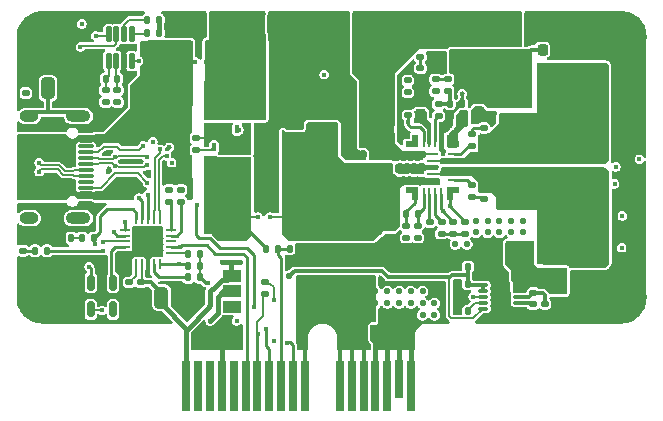
<source format=gbr>
%TF.GenerationSoftware,KiCad,Pcbnew,9.0.2*%
%TF.CreationDate,2026-02-15T12:31:08+01:00*%
%TF.ProjectId,PDNode-PDCard-5031,50444e6f-6465-42d5-9044-436172642d35,1.0.0*%
%TF.SameCoordinates,Original*%
%TF.FileFunction,Copper,L1,Top*%
%TF.FilePolarity,Positive*%
%FSLAX46Y46*%
G04 Gerber Fmt 4.6, Leading zero omitted, Abs format (unit mm)*
G04 Created by KiCad (PCBNEW 9.0.2) date 2026-02-15 12:31:08*
%MOMM*%
%LPD*%
G01*
G04 APERTURE LIST*
G04 Aperture macros list*
%AMRoundRect*
0 Rectangle with rounded corners*
0 $1 Rounding radius*
0 $2 $3 $4 $5 $6 $7 $8 $9 X,Y pos of 4 corners*
0 Add a 4 corners polygon primitive as box body*
4,1,4,$2,$3,$4,$5,$6,$7,$8,$9,$2,$3,0*
0 Add four circle primitives for the rounded corners*
1,1,$1+$1,$2,$3*
1,1,$1+$1,$4,$5*
1,1,$1+$1,$6,$7*
1,1,$1+$1,$8,$9*
0 Add four rect primitives between the rounded corners*
20,1,$1+$1,$2,$3,$4,$5,0*
20,1,$1+$1,$4,$5,$6,$7,0*
20,1,$1+$1,$6,$7,$8,$9,0*
20,1,$1+$1,$8,$9,$2,$3,0*%
G04 Aperture macros list end*
%TA.AperFunction,ComponentPad*%
%ADD10C,0.700000*%
%TD*%
%TA.AperFunction,ComponentPad*%
%ADD11C,4.400000*%
%TD*%
%TA.AperFunction,SMDPad,CuDef*%
%ADD12R,5.080000X6.609080*%
%TD*%
%TA.AperFunction,SMDPad,CuDef*%
%ADD13RoundRect,0.140000X0.140000X0.170000X-0.140000X0.170000X-0.140000X-0.170000X0.140000X-0.170000X0*%
%TD*%
%TA.AperFunction,SMDPad,CuDef*%
%ADD14RoundRect,0.135000X-0.185000X0.135000X-0.185000X-0.135000X0.185000X-0.135000X0.185000X0.135000X0*%
%TD*%
%TA.AperFunction,SMDPad,CuDef*%
%ADD15RoundRect,0.062500X-0.362500X-0.062500X0.362500X-0.062500X0.362500X0.062500X-0.362500X0.062500X0*%
%TD*%
%TA.AperFunction,SMDPad,CuDef*%
%ADD16RoundRect,0.062500X-0.062500X-0.362500X0.062500X-0.362500X0.062500X0.362500X-0.062500X0.362500X0*%
%TD*%
%TA.AperFunction,HeatsinkPad*%
%ADD17C,0.500000*%
%TD*%
%TA.AperFunction,HeatsinkPad*%
%ADD18R,2.050000X2.050000*%
%TD*%
%TA.AperFunction,SMDPad,CuDef*%
%ADD19RoundRect,0.135000X0.185000X-0.135000X0.185000X0.135000X-0.185000X0.135000X-0.185000X-0.135000X0*%
%TD*%
%TA.AperFunction,SMDPad,CuDef*%
%ADD20RoundRect,0.250000X0.325000X0.650000X-0.325000X0.650000X-0.325000X-0.650000X0.325000X-0.650000X0*%
%TD*%
%TA.AperFunction,SMDPad,CuDef*%
%ADD21RoundRect,0.250000X0.250000X0.475000X-0.250000X0.475000X-0.250000X-0.475000X0.250000X-0.475000X0*%
%TD*%
%TA.AperFunction,SMDPad,CuDef*%
%ADD22RoundRect,0.135000X0.135000X0.185000X-0.135000X0.185000X-0.135000X-0.185000X0.135000X-0.185000X0*%
%TD*%
%TA.AperFunction,SMDPad,CuDef*%
%ADD23RoundRect,0.150000X-0.150000X0.512500X-0.150000X-0.512500X0.150000X-0.512500X0.150000X0.512500X0*%
%TD*%
%TA.AperFunction,SMDPad,CuDef*%
%ADD24RoundRect,0.150000X-0.500000X0.150000X-0.500000X-0.150000X0.500000X-0.150000X0.500000X0.150000X0*%
%TD*%
%TA.AperFunction,SMDPad,CuDef*%
%ADD25RoundRect,0.075000X-0.575000X0.075000X-0.575000X-0.075000X0.575000X-0.075000X0.575000X0.075000X0*%
%TD*%
%TA.AperFunction,HeatsinkPad*%
%ADD26O,2.100000X1.000000*%
%TD*%
%TA.AperFunction,HeatsinkPad*%
%ADD27O,1.600000X1.000000*%
%TD*%
%TA.AperFunction,SMDPad,CuDef*%
%ADD28RoundRect,0.250000X0.362500X1.425000X-0.362500X1.425000X-0.362500X-1.425000X0.362500X-1.425000X0*%
%TD*%
%TA.AperFunction,SMDPad,CuDef*%
%ADD29R,1.100000X0.500000*%
%TD*%
%TA.AperFunction,SMDPad,CuDef*%
%ADD30R,0.500000X1.100000*%
%TD*%
%TA.AperFunction,SMDPad,CuDef*%
%ADD31R,2.800000X0.250000*%
%TD*%
%TA.AperFunction,SMDPad,CuDef*%
%ADD32R,0.250000X1.100000*%
%TD*%
%TA.AperFunction,SMDPad,CuDef*%
%ADD33R,1.000000X0.250000*%
%TD*%
%TA.AperFunction,SMDPad,CuDef*%
%ADD34RoundRect,0.225000X-0.225000X-0.250000X0.225000X-0.250000X0.225000X0.250000X-0.225000X0.250000X0*%
%TD*%
%TA.AperFunction,SMDPad,CuDef*%
%ADD35RoundRect,0.135000X-0.135000X-0.185000X0.135000X-0.185000X0.135000X0.185000X-0.135000X0.185000X0*%
%TD*%
%TA.AperFunction,SMDPad,CuDef*%
%ADD36RoundRect,0.140000X0.170000X-0.140000X0.170000X0.140000X-0.170000X0.140000X-0.170000X-0.140000X0*%
%TD*%
%TA.AperFunction,ConnectorPad*%
%ADD37R,0.700000X4.300000*%
%TD*%
%TA.AperFunction,ConnectorPad*%
%ADD38R,0.700000X3.200000*%
%TD*%
%TA.AperFunction,SMDPad,CuDef*%
%ADD39RoundRect,0.140000X-0.140000X-0.170000X0.140000X-0.170000X0.140000X0.170000X-0.140000X0.170000X0*%
%TD*%
%TA.AperFunction,SMDPad,CuDef*%
%ADD40R,1.500000X1.000000*%
%TD*%
%TA.AperFunction,SMDPad,CuDef*%
%ADD41RoundRect,0.140000X-0.170000X0.140000X-0.170000X-0.140000X0.170000X-0.140000X0.170000X0.140000X0*%
%TD*%
%TA.AperFunction,SMDPad,CuDef*%
%ADD42RoundRect,0.070000X-0.355000X-0.070000X0.355000X-0.070000X0.355000X0.070000X-0.355000X0.070000X0*%
%TD*%
%TA.AperFunction,ComponentPad*%
%ADD43C,0.600000*%
%TD*%
%TA.AperFunction,SMDPad,CuDef*%
%ADD44R,0.280000X0.700000*%
%TD*%
%TA.AperFunction,SMDPad,CuDef*%
%ADD45R,1.650000X2.400000*%
%TD*%
%TA.AperFunction,SMDPad,CuDef*%
%ADD46RoundRect,0.250000X-0.325000X-0.650000X0.325000X-0.650000X0.325000X0.650000X-0.325000X0.650000X0*%
%TD*%
%TA.AperFunction,SMDPad,CuDef*%
%ADD47RoundRect,0.105000X-0.105000X0.245000X-0.105000X-0.245000X0.105000X-0.245000X0.105000X0.245000X0*%
%TD*%
%TA.AperFunction,SMDPad,CuDef*%
%ADD48RoundRect,0.290625X-0.895731X0.678125X-0.895731X-0.678125X0.895731X-0.678125X0.895731X0.678125X0*%
%TD*%
%TA.AperFunction,SMDPad,CuDef*%
%ADD49RoundRect,0.063000X-0.147000X0.374500X-0.147000X-0.374500X0.147000X-0.374500X0.147000X0.374500X0*%
%TD*%
%TA.AperFunction,SMDPad,CuDef*%
%ADD50RoundRect,0.250000X1.412500X0.550000X-1.412500X0.550000X-1.412500X-0.550000X1.412500X-0.550000X0*%
%TD*%
%TA.AperFunction,SMDPad,CuDef*%
%ADD51RoundRect,0.250000X-0.475000X0.250000X-0.475000X-0.250000X0.475000X-0.250000X0.475000X0.250000X0*%
%TD*%
%TA.AperFunction,SMDPad,CuDef*%
%ADD52RoundRect,0.147500X-0.172500X0.147500X-0.172500X-0.147500X0.172500X-0.147500X0.172500X0.147500X0*%
%TD*%
%TA.AperFunction,SMDPad,CuDef*%
%ADD53RoundRect,0.250000X0.550000X-1.412500X0.550000X1.412500X-0.550000X1.412500X-0.550000X-1.412500X0*%
%TD*%
%TA.AperFunction,SMDPad,CuDef*%
%ADD54RoundRect,0.125000X0.125000X-0.537500X0.125000X0.537500X-0.125000X0.537500X-0.125000X-0.537500X0*%
%TD*%
%TA.AperFunction,SMDPad,CuDef*%
%ADD55RoundRect,0.105000X0.105000X-0.245000X0.105000X0.245000X-0.105000X0.245000X-0.105000X-0.245000X0*%
%TD*%
%TA.AperFunction,SMDPad,CuDef*%
%ADD56RoundRect,0.290625X0.895731X-0.678125X0.895731X0.678125X-0.895731X0.678125X-0.895731X-0.678125X0*%
%TD*%
%TA.AperFunction,SMDPad,CuDef*%
%ADD57RoundRect,0.063000X0.147000X-0.374500X0.147000X0.374500X-0.147000X0.374500X-0.147000X-0.374500X0*%
%TD*%
%TA.AperFunction,SMDPad,CuDef*%
%ADD58RoundRect,0.050000X0.232500X0.050000X-0.232500X0.050000X-0.232500X-0.050000X0.232500X-0.050000X0*%
%TD*%
%TA.AperFunction,SMDPad,CuDef*%
%ADD59RoundRect,0.050000X0.232500X0.150000X-0.232500X0.150000X-0.232500X-0.150000X0.232500X-0.150000X0*%
%TD*%
%TA.AperFunction,SMDPad,CuDef*%
%ADD60RoundRect,0.225000X-0.250000X0.225000X-0.250000X-0.225000X0.250000X-0.225000X0.250000X0.225000X0*%
%TD*%
%TA.AperFunction,SMDPad,CuDef*%
%ADD61RoundRect,0.285714X2.064286X-0.514286X2.064286X0.514286X-2.064286X0.514286X-2.064286X-0.514286X0*%
%TD*%
%TA.AperFunction,ViaPad*%
%ADD62C,0.550000*%
%TD*%
%TA.AperFunction,ViaPad*%
%ADD63C,0.400000*%
%TD*%
%TA.AperFunction,Conductor*%
%ADD64C,0.250000*%
%TD*%
%TA.AperFunction,Conductor*%
%ADD65C,0.350000*%
%TD*%
%TA.AperFunction,Conductor*%
%ADD66C,0.300000*%
%TD*%
%TA.AperFunction,Conductor*%
%ADD67C,0.400000*%
%TD*%
%TA.AperFunction,Conductor*%
%ADD68C,0.200000*%
%TD*%
%TA.AperFunction,Conductor*%
%ADD69C,0.150000*%
%TD*%
G04 APERTURE END LIST*
D10*
%TO.P,H3,1,1*%
%TO.N,GND*%
X51500000Y31375000D03*
X50333274Y31858274D03*
X52666726Y31858274D03*
X49850000Y33025000D03*
D11*
X51500000Y33025000D03*
D10*
X53150000Y33025000D03*
X50333274Y34191726D03*
X52666726Y34191726D03*
X51500000Y34675000D03*
%TD*%
D12*
%TO.P,L1,1*%
%TO.N,/Project Architecture/Adjustable 5A Buck Converter/SW1*%
X46950000Y27525000D03*
%TO.P,L1,2*%
%TO.N,/Project Architecture/Adjustable 5A Buck Converter/SW2*%
X46950000Y17125020D03*
%TD*%
D13*
%TO.P,C5,1*%
%TO.N,+24V_FILTERED*%
X30680000Y23100000D03*
%TO.P,C5,2*%
%TO.N,GND*%
X29720000Y23100000D03*
%TD*%
D14*
%TO.P,R8,1*%
%TO.N,Net-(C8-Pad1)*%
X38900000Y24860000D03*
%TO.P,R8,2*%
%TO.N,Net-(IC1-BST1)*%
X38900000Y23840000D03*
%TD*%
D10*
%TO.P,H1,1,1*%
%TO.N,GND*%
X2589229Y31371686D03*
X1422503Y31854960D03*
X3755955Y31854960D03*
X939229Y33021686D03*
D11*
X2589229Y33021686D03*
D10*
X4239229Y33021686D03*
X1422503Y34188412D03*
X3755955Y34188412D03*
X2589229Y34671686D03*
%TD*%
D15*
%TO.P,IC2,1,SDA*%
%TO.N,/Project Architecture/Adjustable 5A Buck Converter/PD_SDA*%
X9550000Y16730000D03*
%TO.P,IC2,2,SCL*%
%TO.N,/Project Architecture/Adjustable 5A Buck Converter/PD_SCL*%
X9550000Y16230000D03*
%TO.P,IC2,3,GPIO1*%
%TO.N,/Project Architecture/Adjustable 5A Buck Converter/PD_ALT*%
X9550000Y15730000D03*
%TO.P,IC2,4,GPIO5*%
%TO.N,/Project Architecture/USB-PD Source Controller/I2C_SDCL*%
X9550000Y15230000D03*
%TO.P,IC2,5,I2C_MODE*%
%TO.N,GND*%
X9550000Y14730000D03*
D16*
%TO.P,IC2,6,VDD*%
%TO.N,/Project Architecture/USB-PD Source Controller/VDD_PD*%
X10475000Y13805000D03*
%TO.P,IC2,7,VCC*%
%TO.N,+5V*%
X10975000Y13805000D03*
%TO.P,IC2,8,GND*%
%TO.N,GND*%
X11475000Y13805000D03*
%TO.P,IC2,9,GPIO3*%
%TO.N,/Project Architecture/USB-PD Source Controller/PD_ATTACH*%
X11975000Y13805000D03*
%TO.P,IC2,10,GPIO4*%
%TO.N,/Project Architecture/USB-PD Source Controller/PD_ENABLE*%
X12475000Y13805000D03*
D15*
%TO.P,IC2,11,GPIO2*%
%TO.N,Net-(IC2-GPIO2)*%
X13400000Y14730000D03*
%TO.P,IC2,12,GPIO6*%
%TO.N,/Project Architecture/USB-PD Source Controller/I2C_SDA*%
X13400000Y15230000D03*
%TO.P,IC2,13,NTC*%
%TO.N,unconnected-(IC2-NTC-Pad13)*%
X13400000Y15730000D03*
%TO.P,IC2,14,CC2*%
%TO.N,/Project Architecture/USB-PD Source Controller/PD_CC2*%
X13400000Y16230000D03*
%TO.P,IC2,15,CC1*%
%TO.N,/Project Architecture/USB-PD Source Controller/PD_CC1*%
X13400000Y16730000D03*
D16*
%TO.P,IC2,16,DP*%
%TO.N,/Project Architecture/USB-PD Source Controller/USB_D+*%
X12475000Y17655000D03*
%TO.P,IC2,17,DM*%
%TO.N,/Project Architecture/USB-PD Source Controller/USB_D-*%
X11975000Y17655000D03*
%TO.P,IC2,18,GPIO7*%
%TO.N,/Project Architecture/USB-PD Source Controller/DISCHRG*%
X11475000Y17655000D03*
%TO.P,IC2,19,VDRV*%
%TO.N,/Project Architecture/USB-PD Source Controller/VDRV*%
X10975000Y17655000D03*
%TO.P,IC2,20,VBUS_P*%
%TO.N,/Project Architecture/USB-PD Source Controller/VBUS_MEA*%
X10475000Y17655000D03*
D17*
%TO.P,IC2,21,PAD*%
%TO.N,GND*%
X10775000Y16430000D03*
X10775000Y15730000D03*
X10775000Y15030000D03*
X11475000Y16430000D03*
X11475000Y15730000D03*
D18*
X11475000Y15730000D03*
D17*
X11475000Y15030000D03*
X12175000Y16430000D03*
X12175000Y15730000D03*
X12175000Y15030000D03*
%TD*%
D19*
%TO.P,R12,1*%
%TO.N,/Project Architecture/Adjustable 5A Buck Converter/PMIC_VOUT*%
X35850000Y28440000D03*
%TO.P,R12,2*%
%TO.N,Net-(R10-Pad1)*%
X35850000Y29460000D03*
%TD*%
D14*
%TO.P,R43,1*%
%TO.N,+3.3V*%
X44100000Y12385000D03*
%TO.P,R43,2*%
%TO.N,/Project Architecture/Board Connector and Supplies/FB*%
X44100000Y11365000D03*
%TD*%
D20*
%TO.P,C29,1*%
%TO.N,+3.3V*%
X42975000Y14500000D03*
%TO.P,C29,2*%
%TO.N,GND*%
X40025000Y14500000D03*
%TD*%
D21*
%TO.P,C2,1*%
%TO.N,+24V_FILTERED*%
X30300000Y24650000D03*
%TO.P,C2,2*%
%TO.N,GND*%
X28400000Y24650000D03*
%TD*%
D19*
%TO.P,R9,1*%
%TO.N,Net-(C9-Pad2)*%
X38900000Y19490000D03*
%TO.P,R9,2*%
%TO.N,Net-(IC1-BST2)*%
X38900000Y20510000D03*
%TD*%
%TO.P,R17,1*%
%TO.N,/Project Architecture/USB-PD Source Controller/PD_CC1*%
X13300000Y19100000D03*
%TO.P,R17,2*%
%TO.N,/Project Architecture/USB-PD Source Controller/CC1*%
X13300000Y20120000D03*
%TD*%
%TO.P,R29,1*%
%TO.N,/Project Architecture/USB-PD Source Controller/VBUS*%
X8900000Y27530000D03*
%TO.P,R29,2*%
%TO.N,/Project Architecture/USB-PD Source Controller/VBUS_MEA_N*%
X8900000Y28550000D03*
%TD*%
D22*
%TO.P,R20,1*%
%TO.N,+3.3V*%
X15910000Y13680000D03*
%TO.P,R20,2*%
%TO.N,/Project Architecture/USB-PD Source Controller/PD_ENABLE*%
X14890000Y13680000D03*
%TD*%
D23*
%TO.P,IC20,1,SCL*%
%TO.N,/Project Architecture/USB-PD Source Controller/I2C_SDCL*%
X8542481Y12247139D03*
%TO.P,IC20,2,V_{SS}*%
%TO.N,GND*%
X7592481Y12247139D03*
%TO.P,IC20,3,SDA*%
%TO.N,/Project Architecture/USB-PD Source Controller/I2C_SDA*%
X6642481Y12247139D03*
%TO.P,IC20,4,V_{CC}*%
%TO.N,+3.3V*%
X6642481Y9972139D03*
%TO.P,IC20,5,NC*%
%TO.N,unconnected-(IC20-NC-Pad5)*%
X8542481Y9972139D03*
%TD*%
D24*
%TO.P,J1,A1,GND*%
%TO.N,GND*%
X6245000Y25225000D03*
%TO.P,J1,A4,VBUS*%
%TO.N,/Project Architecture/USB-PD Source Controller/VBUS*%
X6245000Y24425000D03*
D25*
%TO.P,J1,A5,CC1*%
%TO.N,/Project Architecture/USB-PD Source Controller/CC1*%
X6245000Y23275000D03*
%TO.P,J1,A6,D+*%
%TO.N,/Project Architecture/USB-PD Source Controller/USB_D+*%
X6245000Y22275000D03*
%TO.P,J1,A7,D-*%
%TO.N,/Project Architecture/USB-PD Source Controller/USB_D-*%
X6245000Y21775000D03*
%TO.P,J1,A8,SBU1*%
%TO.N,unconnected-(J1-SBU1-PadA8)*%
X6245000Y20775000D03*
D24*
%TO.P,J1,A9,VBUS*%
%TO.N,/Project Architecture/USB-PD Source Controller/VBUS*%
X6245000Y19625000D03*
%TO.P,J1,A12,GND*%
%TO.N,GND*%
X6245000Y18825000D03*
%TO.P,J1,B1,GND*%
X6245000Y18825000D03*
%TO.P,J1,B4,VBUS*%
%TO.N,/Project Architecture/USB-PD Source Controller/VBUS*%
X6245000Y19625000D03*
D25*
%TO.P,J1,B5,CC2*%
%TO.N,/Project Architecture/USB-PD Source Controller/CC2*%
X6245000Y20275000D03*
%TO.P,J1,B6,D+*%
%TO.N,/Project Architecture/USB-PD Source Controller/USB_D+*%
X6245000Y21275000D03*
%TO.P,J1,B7,D-*%
%TO.N,/Project Architecture/USB-PD Source Controller/USB_D-*%
X6245000Y22775000D03*
%TO.P,J1,B8,SBU2*%
%TO.N,unconnected-(J1-SBU2-PadB8)*%
X6245000Y23775000D03*
D24*
%TO.P,J1,B9,VBUS*%
%TO.N,/Project Architecture/USB-PD Source Controller/VBUS*%
X6245000Y24425000D03*
%TO.P,J1,B12,GND*%
%TO.N,GND*%
X6245000Y25225000D03*
D26*
%TO.P,J1,S1,SHIELD*%
%TO.N,SHIELD*%
X5605000Y26345000D03*
D27*
X1425000Y26345000D03*
D26*
X5605000Y17705000D03*
D27*
X1425000Y17705000D03*
%TD*%
D22*
%TO.P,R45,1*%
%TO.N,+3.3V*%
X12420000Y33400000D03*
%TO.P,R45,2*%
%TO.N,/Project Architecture/USB-PD Source Controller/I2C_SDCL*%
X11400000Y33400000D03*
%TD*%
D10*
%TO.P,H2,1,1*%
%TO.N,GND*%
X2619995Y9367466D03*
X1453269Y9850740D03*
X3786721Y9850740D03*
X969995Y11017466D03*
D11*
X2619995Y11017466D03*
D10*
X4269995Y11017466D03*
X1453269Y12184192D03*
X3786721Y12184192D03*
X2619995Y12667466D03*
%TD*%
D28*
%TO.P,R14,1*%
%TO.N,/Project Architecture/Adjustable 5A Buck Converter/PMIC_VOUT*%
X24262500Y17800000D03*
%TO.P,R14,2*%
%TO.N,/Project Architecture/USB-PD Source Controller/V_PMIC_OUT*%
X18337500Y17800000D03*
%TD*%
D21*
%TO.P,C3,1*%
%TO.N,+24V_FILTERED*%
X30300000Y26800000D03*
%TO.P,C3,2*%
%TO.N,GND*%
X28400000Y26800000D03*
%TD*%
D29*
%TO.P,IC1,1,EN*%
%TO.N,/Project Architecture/Adjustable 5A Buck Converter/PMIC_ENABLE*%
X33825000Y23950000D03*
D30*
X34125000Y24250000D03*
D31*
%TO.P,IC1,2,VIN*%
%TO.N,+24V_FILTERED*%
X34675000Y23100000D03*
%TO.P,IC1,3,PGND*%
%TO.N,GND*%
X34675000Y22000000D03*
%TO.P,IC1,4,VOUT*%
%TO.N,/Project Architecture/Adjustable 5A Buck Converter/PMIC_VOUT*%
X34675000Y20900000D03*
D29*
%TO.P,IC1,5,ISEN+*%
%TO.N,/Project Architecture/Adjustable 5A Buck Converter/ISEN+*%
X33825000Y20050000D03*
D30*
X34125000Y19750000D03*
D32*
%TO.P,IC1,6,ISEN-*%
%TO.N,/Project Architecture/Adjustable 5A Buck Converter/ISEN-*%
X34825000Y19750000D03*
%TO.P,IC1,7,IMON*%
%TO.N,Net-(IC1-IMON)*%
X35325000Y19750000D03*
%TO.P,IC1,8,ALT*%
%TO.N,/Project Architecture/Adjustable 5A Buck Converter/PD_ALT*%
X35825000Y19750000D03*
%TO.P,IC1,9,SDA*%
%TO.N,/Project Architecture/Adjustable 5A Buck Converter/PD_SDA*%
X36325000Y19750000D03*
D30*
%TO.P,IC1,10,SCL*%
%TO.N,/Project Architecture/Adjustable 5A Buck Converter/PD_SCL*%
X37025000Y19750000D03*
D29*
X37325000Y20050000D03*
D33*
%TO.P,IC1,11,BST2*%
%TO.N,Net-(IC1-BST2)*%
X37375000Y20900000D03*
D31*
%TO.P,IC1,12,SW2*%
%TO.N,/Project Architecture/Adjustable 5A Buck Converter/SW2*%
X36475000Y21450000D03*
%TO.P,IC1,13,SW1*%
%TO.N,/Project Architecture/Adjustable 5A Buck Converter/SW1*%
X36475000Y22550000D03*
D33*
%TO.P,IC1,14,BST1*%
%TO.N,Net-(IC1-BST1)*%
X37375000Y23100000D03*
D30*
%TO.P,IC1,15,VCC*%
%TO.N,+3.54V*%
X37025000Y24250000D03*
D29*
X37325000Y23950000D03*
D32*
%TO.P,IC1,16,AGND*%
%TO.N,GND*%
X36325000Y24250000D03*
%TO.P,IC1,17,FB*%
%TO.N,/Project Architecture/Adjustable 5A Buck Converter/PM_FB*%
X35825000Y24250000D03*
%TO.P,IC1,18,V5V*%
%TO.N,+5VA*%
X35325000Y24250000D03*
%TO.P,IC1,19,ADDR*%
%TO.N,/Project Architecture/Adjustable 5A Buck Converter/PD_ADD*%
X34825000Y24250000D03*
%TD*%
D34*
%TO.P,C14,1*%
%TO.N,+24V*%
X44900000Y31950000D03*
%TO.P,C14,2*%
%TO.N,GND*%
X46450000Y31950000D03*
%TD*%
D35*
%TO.P,R49,1*%
%TO.N,Net-(D1-Pad2)*%
X1940000Y14950000D03*
%TO.P,R49,2*%
%TO.N,/Project Architecture/Board Connector and Supplies/PORT_EN*%
X2960000Y14950000D03*
%TD*%
D36*
%TO.P,C7,1*%
%TO.N,+5VA*%
X34550000Y26440000D03*
%TO.P,C7,2*%
%TO.N,GND*%
X34550000Y27400000D03*
%TD*%
D37*
%TO.P,J2,B1,B1*%
%TO.N,+5V*%
X14750000Y3525000D03*
%TO.P,J2,B2,B2*%
%TO.N,/Project Architecture/Board Connector and Supplies/SPI_MISO*%
X15750000Y3525000D03*
%TO.P,J2,B3,B3*%
%TO.N,/Project Architecture/Board Connector and Supplies/SPI_CS*%
X16750000Y3525000D03*
%TO.P,J2,B4,B4*%
%TO.N,GND*%
X17750000Y3525000D03*
%TO.P,J2,B5,B5*%
%TO.N,/Project Architecture/Board Connector and Supplies/PD_RESET*%
X18750000Y3525000D03*
%TO.P,J2,B6,B6*%
%TO.N,/Project Architecture/USB-PD Source Controller/I2C_SDA*%
X19750000Y3525000D03*
%TO.P,J2,B7,B7*%
%TO.N,PGOOD_3V3*%
X20750000Y3525000D03*
%TO.P,J2,B8,B8*%
%TO.N,/Project Architecture/Board Connector and Supplies/PORT_EN*%
X21750000Y3525000D03*
%TO.P,J2,B9,B9*%
%TO.N,/Project Architecture/Board Connector and Supplies/PMIC_VMON_PORT0*%
X22750000Y3525000D03*
%TO.P,J2,B10,B10*%
%TO.N,/Project Architecture/Board Connector and Supplies/VBUS_VMON_PORT0*%
X23750000Y3525000D03*
%TO.P,J2,B11,B11*%
%TO.N,+24V*%
X24750000Y3525000D03*
%TO.P,J2,B12,B12*%
X27750000Y3525000D03*
%TO.P,J2,B13,B13*%
X28750000Y3525000D03*
%TO.P,J2,B14,B13*%
X29750000Y3525000D03*
%TO.P,J2,B15,B15*%
%TO.N,GND*%
X30750000Y3525000D03*
%TO.P,J2,B16,B16*%
X31750000Y3525000D03*
D38*
%TO.P,J2,B17,B17*%
X32750000Y4075000D03*
D37*
%TO.P,J2,B18,B18*%
X33750000Y3525000D03*
%TD*%
D39*
%TO.P,C18,1*%
%TO.N,/Project Architecture/USB-PD Source Controller/VBUS_MEA_P*%
X7930000Y29500000D03*
%TO.P,C18,2*%
%TO.N,/Project Architecture/USB-PD Source Controller/VBUS_MEA_N*%
X8890000Y29500000D03*
%TD*%
D40*
%TO.P,JP1,1,A*%
%TO.N,+5V*%
X18600000Y12800000D03*
%TO.P,JP1,2,C*%
%TO.N,Net-(JP1-C)*%
X18600000Y11500000D03*
%TO.P,JP1,3,B*%
%TO.N,+3.3V*%
X18600000Y10200000D03*
%TD*%
D41*
%TO.P,C28,1*%
%TO.N,/Project Architecture/Board Connector and Supplies/SS*%
X44075000Y10405000D03*
%TO.P,C28,2*%
%TO.N,GND*%
X44075000Y9445000D03*
%TD*%
D19*
%TO.P,R4,1*%
%TO.N,+3.54V*%
X37350000Y16390000D03*
%TO.P,R4,2*%
%TO.N,/Project Architecture/Adjustable 5A Buck Converter/PD_SDA*%
X37350000Y17410000D03*
%TD*%
D22*
%TO.P,R19,1*%
%TO.N,+3.3V*%
X15910000Y14680000D03*
%TO.P,R19,2*%
%TO.N,Net-(IC2-GPIO2)*%
X14890000Y14680000D03*
%TD*%
D42*
%TO.P,IC6,1,IN*%
%TO.N,+5V*%
X39875000Y12050000D03*
%TO.P,IC6,2,IN*%
X39875000Y11550000D03*
%TO.P,IC6,3,PG*%
%TO.N,PGOOD_3V3*%
X39875000Y11050000D03*
%TO.P,IC6,4,BIAS*%
%TO.N,/Project Architecture/Board Connector and Supplies/BIAS*%
X39875000Y10550000D03*
%TO.P,IC6,5,EN*%
%TO.N,+5V*%
X39875000Y10050000D03*
%TO.P,IC6,6,GND*%
%TO.N,GND*%
X42825000Y10050000D03*
%TO.P,IC6,7,SS*%
%TO.N,/Project Architecture/Board Connector and Supplies/SS*%
X42825000Y10550000D03*
%TO.P,IC6,8,FB*%
%TO.N,/Project Architecture/Board Connector and Supplies/FB*%
X42825000Y11050000D03*
%TO.P,IC6,9,OUT*%
%TO.N,+3.3V*%
X42825000Y11550000D03*
%TO.P,IC6,10,OUT*%
X42825000Y12050000D03*
D43*
%TO.P,IC6,11,PAD*%
%TO.N,GND*%
X40870000Y11910000D03*
X40870000Y10190000D03*
D44*
X41100000Y12600000D03*
X41100000Y9500000D03*
D43*
X41350000Y11050000D03*
D45*
X41350000Y11050000D03*
D44*
X41600000Y12600000D03*
X41600000Y9500000D03*
D43*
X41830000Y11910000D03*
X41830000Y10190000D03*
%TD*%
D14*
%TO.P,R1,1*%
%TO.N,+24V_FILTERED*%
X34550000Y32360000D03*
%TO.P,R1,2*%
%TO.N,/Project Architecture/Adjustable 5A Buck Converter/PMIC_ENABLE*%
X34550000Y31340000D03*
%TD*%
D20*
%TO.P,C23,1*%
%TO.N,GND*%
X5975000Y28705000D03*
%TO.P,C23,2*%
%TO.N,SHIELD*%
X3025000Y28705000D03*
%TD*%
D41*
%TO.P,C10,1*%
%TO.N,/Project Architecture/Adjustable 5A Buck Converter/PMIC_VOUT*%
X32100000Y17030000D03*
%TO.P,C10,2*%
%TO.N,GND*%
X32100000Y16070000D03*
%TD*%
D14*
%TO.P,R16,1*%
%TO.N,/Project Architecture/Adjustable 5A Buck Converter/ISEN-*%
X34329654Y17055585D03*
%TO.P,R16,2*%
%TO.N,/Project Architecture/USB-PD Source Controller/V_PMIC_OUT*%
X34329654Y16035585D03*
%TD*%
D46*
%TO.P,C21,1*%
%TO.N,+5V*%
X12625000Y10980000D03*
%TO.P,C21,2*%
%TO.N,GND*%
X15575000Y10980000D03*
%TD*%
D19*
%TO.P,R37,1*%
%TO.N,PGOOD_3V3*%
X21441952Y11242730D03*
%TO.P,R37,2*%
%TO.N,+3.3V*%
X21441952Y12262730D03*
%TD*%
D14*
%TO.P,R42,1*%
%TO.N,/Project Architecture/Board Connector and Supplies/FB*%
X45100000Y10435000D03*
%TO.P,R42,2*%
%TO.N,GND*%
X45100000Y9415000D03*
%TD*%
D22*
%TO.P,R23,1*%
%TO.N,+3.3V*%
X15910000Y12680000D03*
%TO.P,R23,2*%
%TO.N,/Project Architecture/USB-PD Source Controller/PD_ATTACH*%
X14890000Y12680000D03*
%TD*%
D41*
%TO.P,C9,1*%
%TO.N,/Project Architecture/Adjustable 5A Buck Converter/SW2*%
X39950000Y20300000D03*
%TO.P,C9,2*%
%TO.N,Net-(C9-Pad2)*%
X39950000Y19340000D03*
%TD*%
D39*
%TO.P,C4,1*%
%TO.N,+24V_FILTERED*%
X31870000Y25250000D03*
%TO.P,C4,2*%
%TO.N,GND*%
X32830000Y25250000D03*
%TD*%
D35*
%TO.P,R25,1*%
%TO.N,/Project Architecture/USB-PD Source Controller/V_PMIC_OUT*%
X21490000Y15100000D03*
%TO.P,R25,2*%
%TO.N,/Project Architecture/Board Connector and Supplies/PMIC_VMON_PORT0*%
X22510000Y15100000D03*
%TD*%
D47*
%TO.P,T1,1,S*%
%TO.N,/Project Architecture/USB-PD Source Controller/T3T4DS*%
X19040000Y23730000D03*
%TO.P,T1,2,S*%
X18390000Y23730000D03*
%TO.P,T1,3,S*%
X17740000Y23730000D03*
%TO.P,T1,4,S*%
%TO.N,/Project Architecture/USB-PD Source Controller/VDRV*%
X17090000Y23730000D03*
D48*
%TO.P,T1,5,D*%
%TO.N,/Project Architecture/USB-PD Source Controller/V_PMIC_OUT*%
X18063644Y21786250D03*
D49*
X17087287Y20816864D03*
%TO.P,T1,6,D*%
X17739950Y20816864D03*
%TO.P,T1,7,D*%
X18389980Y20814232D03*
%TO.P,T1,8,D*%
X19040000Y20817500D03*
%TD*%
D41*
%TO.P,C13,1*%
%TO.N,Net-(IC1-IMON)*%
X35350000Y17380000D03*
%TO.P,C13,2*%
%TO.N,GND*%
X35350000Y16420000D03*
%TD*%
D14*
%TO.P,R10,1*%
%TO.N,Net-(R10-Pad1)*%
X36900000Y29460000D03*
%TO.P,R10,2*%
%TO.N,Net-(PMFB1-Pad1)*%
X36900000Y28440000D03*
%TD*%
D50*
%TO.P,C1,1*%
%TO.N,+24V_FILTERED*%
X31037500Y31550000D03*
%TO.P,C1,2*%
%TO.N,GND*%
X25962500Y31550000D03*
%TD*%
D13*
%TO.P,C27,1*%
%TO.N,/Project Architecture/Board Connector and Supplies/BIAS*%
X38555000Y9800000D03*
%TO.P,C27,2*%
%TO.N,GND*%
X37595000Y9800000D03*
%TD*%
D46*
%TO.P,C39,1*%
%TO.N,/Project Architecture/USB-PD Source Controller/VBUS_MEA*%
X19220646Y34141299D03*
%TO.P,C39,2*%
%TO.N,GND*%
X22170646Y34141299D03*
%TD*%
D41*
%TO.P,C8,1*%
%TO.N,Net-(C8-Pad1)*%
X39950000Y25350000D03*
%TO.P,C8,2*%
%TO.N,/Project Architecture/Adjustable 5A Buck Converter/SW1*%
X39950000Y24390000D03*
%TD*%
D51*
%TO.P,C12,1*%
%TO.N,/Project Architecture/Adjustable 5A Buck Converter/PMIC_VOUT*%
X30600000Y16750000D03*
%TO.P,C12,2*%
%TO.N,GND*%
X30600000Y14850000D03*
%TD*%
D52*
%TO.P,D1,1*%
%TO.N,GND*%
X900000Y15920000D03*
%TO.P,D1,2*%
%TO.N,Net-(D1-Pad2)*%
X900000Y14950000D03*
%TD*%
D22*
%TO.P,R52,1*%
%TO.N,/Project Architecture/USB-PD Source Controller/VBUS_MEA*%
X6950000Y16023250D03*
%TO.P,R52,2*%
%TO.N,/Project Architecture/Board Connector and Supplies/VBUS_VMON_PORT0*%
X5930000Y16023250D03*
%TD*%
D14*
%TO.P,R2,1*%
%TO.N,/Project Architecture/Adjustable 5A Buck Converter/PMIC_ENABLE*%
X34550000Y30410000D03*
%TO.P,R2,2*%
%TO.N,GND*%
X34550000Y29390000D03*
%TD*%
D51*
%TO.P,C20,1*%
%TO.N,/Project Architecture/Adjustable 5A Buck Converter/PMIC_VOUT*%
X28550000Y16750000D03*
%TO.P,C20,2*%
%TO.N,GND*%
X28550000Y14850000D03*
%TD*%
D41*
%TO.P,C22,1*%
%TO.N,+5V*%
X10900000Y12260000D03*
%TO.P,C22,2*%
%TO.N,GND*%
X10900000Y11300000D03*
%TD*%
D39*
%TO.P,C16,1*%
%TO.N,/Project Architecture/Adjustable 5A Buck Converter/ISEN+*%
X33370000Y18050000D03*
%TO.P,C16,2*%
%TO.N,/Project Architecture/Adjustable 5A Buck Converter/ISEN-*%
X34330000Y18050000D03*
%TD*%
D19*
%TO.P,R5,1*%
%TO.N,+3.54V*%
X38350000Y16390000D03*
%TO.P,R5,2*%
%TO.N,/Project Architecture/Adjustable 5A Buck Converter/PD_SCL*%
X38350000Y17410000D03*
%TD*%
D13*
%TO.P,C26,1*%
%TO.N,+5V*%
X38555000Y12125000D03*
%TO.P,C26,2*%
%TO.N,GND*%
X37595000Y12125000D03*
%TD*%
D20*
%TO.P,C38,1*%
%TO.N,/Project Architecture/USB-PD Source Controller/VBUS_MEA*%
X17425000Y34150000D03*
%TO.P,C38,2*%
%TO.N,GND*%
X14475000Y34150000D03*
%TD*%
D36*
%TO.P,C11,1*%
%TO.N,/Project Architecture/Adjustable 5A Buck Converter/PMIC_VOUT*%
X28600000Y22120000D03*
%TO.P,C11,2*%
%TO.N,GND*%
X28600000Y23080000D03*
%TD*%
D13*
%TO.P,C6,1*%
%TO.N,+3.54V*%
X38050000Y26300000D03*
%TO.P,C6,2*%
%TO.N,GND*%
X37090000Y26300000D03*
%TD*%
D53*
%TO.P,C19,1*%
%TO.N,/Project Architecture/Adjustable 5A Buck Converter/PMIC_VOUT*%
X23900000Y21762500D03*
%TO.P,C19,2*%
%TO.N,GND*%
X23900000Y26837500D03*
%TD*%
D54*
%TO.P,IC3,1,IN+*%
%TO.N,/Project Architecture/USB-PD Source Controller/VBUS_MEA_P*%
X8150000Y31000000D03*
%TO.P,IC3,2,IN-*%
%TO.N,/Project Architecture/USB-PD Source Controller/VBUS_MEA_N*%
X8800000Y31000000D03*
%TO.P,IC3,3,GND*%
%TO.N,GND*%
X9450000Y31000000D03*
%TO.P,IC3,4,VS*%
%TO.N,+3.3V*%
X10100000Y31000000D03*
%TO.P,IC3,5,SCL*%
%TO.N,/Project Architecture/USB-PD Source Controller/I2C_SDCL*%
X10100000Y33275000D03*
%TO.P,IC3,6,SDA*%
%TO.N,/Project Architecture/USB-PD Source Controller/I2C_SDA*%
X9450000Y33275000D03*
%TO.P,IC3,7,A0*%
%TO.N,Net-(IC3-A0)*%
X8800000Y33275000D03*
%TO.P,IC3,8,A1*%
%TO.N,Net-(IC3-A1)*%
X8150000Y33275000D03*
%TD*%
D14*
%TO.P,R21,1*%
%TO.N,/Project Architecture/USB-PD Source Controller/T3T4DS*%
X15550000Y24460000D03*
%TO.P,R21,2*%
%TO.N,/Project Architecture/USB-PD Source Controller/VDRV*%
X15550000Y23440000D03*
%TD*%
D19*
%TO.P,R28,1*%
%TO.N,/Project Architecture/USB-PD Source Controller/VBUS_MEA*%
X7900000Y27530000D03*
%TO.P,R28,2*%
%TO.N,/Project Architecture/USB-PD Source Controller/VBUS_MEA_P*%
X7900000Y28550000D03*
%TD*%
D22*
%TO.P,R53,1*%
%TO.N,/Project Architecture/Board Connector and Supplies/VBUS_VMON_PORT0*%
X5000000Y16023250D03*
%TO.P,R53,2*%
%TO.N,GND*%
X3980000Y16023250D03*
%TD*%
D35*
%TO.P,R27,1*%
%TO.N,/Project Architecture/Board Connector and Supplies/PMIC_VMON_PORT0*%
X23490000Y15100000D03*
%TO.P,R27,2*%
%TO.N,GND*%
X24510000Y15100000D03*
%TD*%
D55*
%TO.P,T2,1,S*%
%TO.N,/Project Architecture/USB-PD Source Controller/T3T4DS*%
X17090000Y25230000D03*
%TO.P,T2,2,S*%
X17740000Y25230000D03*
%TO.P,T2,3,S*%
X18390000Y25230000D03*
%TO.P,T2,4,S*%
%TO.N,/Project Architecture/USB-PD Source Controller/VDRV*%
X19040000Y25230000D03*
D56*
%TO.P,T2,5,D*%
%TO.N,/Project Architecture/USB-PD Source Controller/VBUS_MEA*%
X18066356Y27173750D03*
D57*
X19042713Y28143136D03*
%TO.P,T2,6,D*%
X18390050Y28143136D03*
%TO.P,T2,7,D*%
X17740020Y28145768D03*
%TO.P,T2,8,D*%
X17090000Y28142500D03*
%TD*%
D19*
%TO.P,R6,1*%
%TO.N,+3.54V*%
X36350000Y16390000D03*
%TO.P,R6,2*%
%TO.N,/Project Architecture/Adjustable 5A Buck Converter/PD_ALT*%
X36350000Y17410000D03*
%TD*%
D14*
%TO.P,R13,1*%
%TO.N,Net-(PMFB1-Pad1)*%
X36097544Y27364935D03*
%TO.P,R13,2*%
%TO.N,/Project Architecture/Adjustable 5A Buck Converter/PM_FB*%
X36097544Y26344935D03*
%TD*%
D19*
%TO.P,R3,1*%
%TO.N,/Project Architecture/Adjustable 5A Buck Converter/PD_ADD*%
X33536657Y26410000D03*
%TO.P,R3,2*%
%TO.N,GND*%
X33536657Y27430000D03*
%TD*%
D58*
%TO.P,D5,1*%
%TO.N,/Project Architecture/USB-PD Source Controller/CC2*%
X10517500Y21500000D03*
X9682500Y21500000D03*
%TO.P,D5,2*%
%TO.N,/Project Architecture/USB-PD Source Controller/USB_D+*%
X10517500Y22000000D03*
X9682500Y22000000D03*
D59*
%TO.P,D5,3*%
%TO.N,GND*%
X10517500Y22500000D03*
X9682500Y22500000D03*
D58*
%TO.P,D5,4*%
%TO.N,/Project Architecture/USB-PD Source Controller/USB_D-*%
X10517500Y23000000D03*
X9682500Y23000000D03*
%TO.P,D5,5*%
%TO.N,/Project Architecture/USB-PD Source Controller/CC1*%
X10517500Y23500000D03*
X9682500Y23500000D03*
%TD*%
D22*
%TO.P,R47,1*%
%TO.N,+3.3V*%
X12420000Y34475000D03*
%TO.P,R47,2*%
%TO.N,/Project Architecture/USB-PD Source Controller/I2C_SDA*%
X11400000Y34475000D03*
%TD*%
D19*
%TO.P,R18,1*%
%TO.N,/Project Architecture/USB-PD Source Controller/PD_CC2*%
X14300000Y19090000D03*
%TO.P,R18,2*%
%TO.N,/Project Architecture/USB-PD Source Controller/CC2*%
X14300000Y20110000D03*
%TD*%
D14*
%TO.P,R7,1*%
%TO.N,+3.54V*%
X33500000Y29360000D03*
%TO.P,R7,2*%
%TO.N,/Project Architecture/Adjustable 5A Buck Converter/PD_ADD*%
X33500000Y28340000D03*
%TD*%
D35*
%TO.P,R11,1*%
%TO.N,Net-(PMFB1-Pad1)*%
X37060000Y27400000D03*
%TO.P,R11,2*%
%TO.N,GND*%
X38080000Y27400000D03*
%TD*%
D28*
%TO.P,R24,1*%
%TO.N,/Project Architecture/USB-PD Source Controller/VBUS_MEA*%
X20462500Y30950000D03*
%TO.P,R24,2*%
%TO.N,/Project Architecture/USB-PD Source Controller/VBUS*%
X14537500Y30950000D03*
%TD*%
D52*
%TO.P,D2,1*%
%TO.N,GND*%
X1150000Y29267500D03*
%TO.P,D2,2*%
%TO.N,Net-(D2-Pad2)*%
X1150000Y28297500D03*
%TD*%
D60*
%TO.P,C15,1*%
%TO.N,+24V*%
X39500000Y28275000D03*
%TO.P,C15,2*%
%TO.N,GND*%
X39500000Y26725000D03*
%TD*%
D61*
%TO.P,L2,1*%
%TO.N,+24V*%
X40800000Y30400000D03*
%TO.P,L2,2*%
%TO.N,+24V_FILTERED*%
X40800000Y33700000D03*
%TD*%
D14*
%TO.P,R15,1*%
%TO.N,/Project Architecture/Adjustable 5A Buck Converter/ISEN+*%
X33368142Y17059370D03*
%TO.P,R15,2*%
%TO.N,/Project Architecture/Adjustable 5A Buck Converter/PMIC_VOUT*%
X33368142Y16039370D03*
%TD*%
D41*
%TO.P,C33,1*%
%TO.N,/Project Architecture/USB-PD Source Controller/VDD_PD*%
X9900000Y12260000D03*
%TO.P,C33,2*%
%TO.N,GND*%
X9900000Y11300000D03*
%TD*%
D10*
%TO.P,H4,1,1*%
%TO.N,GND*%
X51500000Y9375000D03*
X50333274Y9858274D03*
X52666726Y9858274D03*
X49850000Y11025000D03*
D11*
X51500000Y11025000D03*
D10*
X53150000Y11025000D03*
X50333274Y12191726D03*
X52666726Y12191726D03*
X51500000Y12675000D03*
%TD*%
D51*
%TO.P,C17,1*%
%TO.N,/Project Architecture/Adjustable 5A Buck Converter/PMIC_VOUT*%
X26450000Y16750000D03*
%TO.P,C17,2*%
%TO.N,GND*%
X26450000Y14850000D03*
%TD*%
D13*
%TO.P,C32,1*%
%TO.N,+5V*%
X38580000Y13600000D03*
%TO.P,C32,2*%
%TO.N,GND*%
X37620000Y13600000D03*
%TD*%
D62*
%TO.N,+24V*%
X24750000Y11500000D03*
X41000000Y28500000D03*
X31750000Y11500000D03*
X42250000Y17500000D03*
X39000000Y29500000D03*
X26750000Y9500000D03*
X25800000Y9500000D03*
X43000000Y29500000D03*
X40250000Y17500000D03*
X38000000Y30500000D03*
X42000000Y30500000D03*
X43000000Y30500000D03*
X42000000Y28500000D03*
X42250000Y16500000D03*
X27750000Y10500000D03*
X39250000Y17500000D03*
X37500000Y15500000D03*
X34750000Y10500000D03*
X41000000Y30500000D03*
X29750000Y11500000D03*
X29750000Y10500000D03*
X24750000Y9500000D03*
X43250000Y16500000D03*
X40000000Y30500000D03*
X25800000Y11500000D03*
X40250000Y16500000D03*
X30750000Y10500000D03*
X33750000Y10500000D03*
X27750000Y9500000D03*
X39000000Y30500000D03*
X42000000Y27500000D03*
X29750000Y9500000D03*
X35750000Y9500000D03*
X42000000Y29500000D03*
X34743530Y11500519D03*
X41250000Y16500000D03*
X43250000Y17500000D03*
X33750000Y11500000D03*
X35750000Y10500000D03*
X28750000Y9500000D03*
X40000000Y29500000D03*
X41000000Y29500000D03*
X41250000Y17500000D03*
X25800000Y10500000D03*
X38500000Y15500000D03*
X27750000Y11500000D03*
X34750000Y9500000D03*
X41000000Y27500000D03*
X43000000Y27500000D03*
X38000000Y29500000D03*
X32750000Y11500000D03*
X30750000Y11500000D03*
X32750000Y10500000D03*
X31750000Y10500000D03*
X24750000Y10500000D03*
X26750000Y11500000D03*
X39250000Y16500000D03*
X28750000Y10500000D03*
X28750000Y11500000D03*
X26750000Y10500000D03*
X43000000Y28500000D03*
D63*
%TO.N,GND*%
X32500000Y7500000D03*
X26664831Y31037565D03*
X25150000Y32000000D03*
X28600000Y23050000D03*
X3976821Y25291475D03*
X33400000Y22200000D03*
X23170727Y27504839D03*
X33500000Y8500000D03*
X33500000Y7500000D03*
X31500000Y9500000D03*
X1299809Y18771552D03*
X38100000Y28250000D03*
X13300000Y23700000D03*
X34000000Y22200000D03*
X25900000Y32000000D03*
X35189770Y15731521D03*
X6245000Y18825000D03*
X3950000Y16000000D03*
X28400000Y27950000D03*
X17700000Y8300000D03*
X25914831Y31037565D03*
X32100000Y15350000D03*
X2942044Y26075807D03*
X6801333Y31526681D03*
X1150000Y29250000D03*
X23920727Y28254839D03*
X37050000Y25500000D03*
X31500000Y8500000D03*
X29720000Y23100000D03*
X13500030Y22396439D03*
X1893632Y25291475D03*
X24670727Y28254839D03*
X1750000Y15900000D03*
X45800000Y9400000D03*
X44075000Y9445000D03*
X26446282Y13891533D03*
X27350000Y26800000D03*
X3360295Y18797270D03*
X27508860Y13869045D03*
X23170727Y26754839D03*
X34000000Y21600000D03*
X26650000Y32000000D03*
X10100000Y22500000D03*
X2299809Y18771552D03*
X30500000Y8500000D03*
X24900000Y34100000D03*
D62*
X47548253Y31945453D03*
D63*
X7600000Y10880000D03*
X23920727Y26754839D03*
X32500000Y9500000D03*
X37595000Y9800000D03*
X10900000Y10500000D03*
X5962500Y28700000D03*
X5974417Y29331608D03*
X32800000Y21600000D03*
X2893632Y25291475D03*
X53050000Y24450000D03*
X28548949Y13885911D03*
X8107924Y23250000D03*
X9900000Y10500000D03*
X11900488Y24172531D03*
X25164831Y31037565D03*
X5553226Y31174363D03*
X34614654Y28074701D03*
X32800000Y22200000D03*
X35250000Y27400000D03*
X11464007Y21422760D03*
X25250000Y14850000D03*
X6998867Y18804394D03*
X30500000Y7500000D03*
X33399260Y21614526D03*
X32500000Y8500000D03*
X23170727Y28254839D03*
X15579447Y10416321D03*
X34600000Y21600000D03*
X39450000Y26700000D03*
X9650000Y29700000D03*
X31500000Y7500000D03*
X28427075Y24162452D03*
X24670727Y27504839D03*
X33500000Y9500000D03*
X53100000Y23600000D03*
X3931534Y26070185D03*
X7028734Y25291475D03*
X32850000Y27450000D03*
X6028734Y25291475D03*
X29605904Y13880289D03*
X34682119Y28766220D03*
X5962499Y28044559D03*
X42850000Y9450000D03*
X36448237Y25473991D03*
X23920727Y27504839D03*
X7157418Y26041983D03*
X34600000Y22200000D03*
X52450000Y29350000D03*
X28400000Y25000000D03*
X8097331Y21646766D03*
X28400000Y25700000D03*
X13400000Y34100000D03*
X52950000Y21250000D03*
%TO.N,+24V_FILTERED*%
X30750000Y30000000D03*
X39750000Y34500000D03*
X31500000Y28500000D03*
X30750000Y29250000D03*
X42750000Y33000000D03*
X30000000Y28500000D03*
X40500000Y33000000D03*
X31500000Y23000000D03*
X42750000Y33750000D03*
X40500000Y34500000D03*
X33000000Y23000000D03*
X30000000Y29250000D03*
X39000000Y34500000D03*
X31500000Y31000000D03*
X42750000Y34500000D03*
X30750000Y27750000D03*
X42000000Y34500000D03*
X39750000Y33750000D03*
X32250000Y23000000D03*
X30750000Y31000000D03*
X31500000Y29250000D03*
X30750000Y24750000D03*
X30000000Y31000000D03*
X31500000Y23750000D03*
X30000000Y25500000D03*
X30000000Y27750000D03*
X42000000Y33000000D03*
X31500000Y27750000D03*
X31500000Y26250000D03*
X39000000Y33000000D03*
X39000000Y33750000D03*
X30750000Y28500000D03*
X42000000Y33750000D03*
X40500000Y33750000D03*
X31500000Y27000000D03*
X41250000Y33000000D03*
X30750000Y24000000D03*
X31500000Y30000000D03*
X30000000Y30000000D03*
X39750000Y33000000D03*
X30000000Y24750000D03*
X41250000Y34500000D03*
X30000000Y27000000D03*
X32250000Y23750000D03*
X30000000Y24000000D03*
X41250000Y33750000D03*
X30750000Y27000000D03*
%TO.N,+3.54V*%
X38050000Y26300000D03*
X37350000Y16390000D03*
X33500000Y29350000D03*
X37325000Y23950000D03*
%TO.N,+3.3V*%
X18796603Y10202332D03*
X22150000Y10750000D03*
X45750000Y12500000D03*
X46495558Y11751589D03*
X45000000Y13250000D03*
X5900000Y34150000D03*
X18028611Y10191739D03*
X7600000Y9900000D03*
X45750000Y11750000D03*
X45750000Y13250000D03*
X46500000Y13250000D03*
X46495558Y12505736D03*
X10700000Y31000000D03*
X45000000Y12500000D03*
X16600000Y12200000D03*
X51000000Y20600000D03*
X12420000Y33400000D03*
%TO.N,/Project Architecture/Adjustable 5A Buck Converter/PMIC_VOUT*%
X29500000Y20500000D03*
X30500000Y19500000D03*
X28500000Y20500000D03*
X30500000Y18500000D03*
X30500000Y16500000D03*
X32500000Y17500000D03*
X24500000Y16500000D03*
X26500000Y18500000D03*
X26500000Y17500000D03*
X23500000Y17500000D03*
X29500000Y19500000D03*
X27500000Y16500000D03*
X35829617Y28412824D03*
X28500000Y16500000D03*
X25500000Y21500000D03*
X23500000Y19500000D03*
X29500000Y21500000D03*
X26500000Y23500000D03*
X30500000Y21500000D03*
X25500000Y16500000D03*
X29500000Y17500000D03*
X32500000Y20500000D03*
X27500000Y20500000D03*
X26500000Y22500000D03*
X26500000Y21500000D03*
X28500000Y21500000D03*
X32500000Y18500000D03*
X27500000Y17500000D03*
X25500000Y20500000D03*
X29500000Y18500000D03*
X21800000Y17800000D03*
X29500000Y16500000D03*
X27500000Y18500000D03*
X24500000Y19500000D03*
X25500000Y18500000D03*
X26500000Y16500000D03*
X31500000Y17500000D03*
X31500000Y18500000D03*
X28500000Y17500000D03*
X23500000Y18500000D03*
X24500000Y18500000D03*
X25500000Y19500000D03*
X27500000Y21500000D03*
X23500000Y16500000D03*
X32500000Y19500000D03*
X26500000Y20500000D03*
X31500000Y19500000D03*
X30500000Y20500000D03*
X30500000Y17500000D03*
X24500000Y17500000D03*
X26500000Y19500000D03*
X28500000Y19500000D03*
X31500000Y20500000D03*
X25500000Y17500000D03*
X28500000Y18500000D03*
X25500000Y22500000D03*
X27500000Y19500000D03*
X25500000Y23500000D03*
X33350000Y16000000D03*
%TO.N,SHIELD*%
X3005622Y28794977D03*
%TO.N,+5V*%
X17750000Y14000000D03*
D62*
X23463944Y12800000D03*
D63*
X19250000Y14000000D03*
X18500000Y14000000D03*
%TO.N,+5VA*%
X34614654Y26425945D03*
%TO.N,Net-(IC3-A0)*%
X5775000Y32210000D03*
%TO.N,Net-(IC3-A1)*%
X7050000Y33150000D03*
%TO.N,/Project Architecture/USB-PD Source Controller/VDD_PD*%
X9900000Y12260000D03*
%TO.N,/Project Architecture/USB-PD Source Controller/USB_D+*%
X8701132Y22130513D03*
X13065717Y22982585D03*
X2286758Y21631720D03*
X11410707Y22159239D03*
%TO.N,PGOOD_3V3*%
X39031491Y11045295D03*
X53100000Y22700000D03*
X20840892Y7873036D03*
%TO.N,Net-(JP1-C)*%
X16750000Y9000000D03*
%TO.N,/Project Architecture/USB-PD Source Controller/USB_D-*%
X8690539Y22857898D03*
X11386758Y22888282D03*
X2265572Y22389119D03*
X12532536Y23536952D03*
%TO.N,/Project Architecture/USB-PD Source Controller/CC2*%
X11446401Y20699596D03*
X14250022Y20107490D03*
%TO.N,/Project Architecture/USB-PD Source Controller/CC1*%
X11100000Y23850000D03*
X13300000Y20120000D03*
%TO.N,/Project Architecture/USB-PD Source Controller/VBUS_MEA*%
X21000000Y29500000D03*
X18000000Y31500000D03*
X20000000Y30500000D03*
X21000000Y32500000D03*
X18000000Y29500000D03*
X18000000Y32500000D03*
X7900000Y27550000D03*
X16392496Y30961700D03*
X7000000Y15500000D03*
X18000000Y30500000D03*
X19000000Y27500000D03*
X20998463Y30488307D03*
X19000000Y26500000D03*
X17000000Y29500000D03*
X17000000Y28500000D03*
X20000000Y28500000D03*
X19000000Y30500000D03*
X20000000Y31500000D03*
X21000000Y28500000D03*
X18000000Y26500000D03*
X21000000Y27500000D03*
X18000000Y28500000D03*
X20000000Y32500000D03*
X19000000Y31500000D03*
X21000000Y31500000D03*
X19000000Y28500000D03*
X17000000Y27500000D03*
X17000000Y31500000D03*
X21000000Y26500000D03*
X17000000Y30500000D03*
X17000000Y26500000D03*
X19000000Y29500000D03*
X20000000Y26500000D03*
X19000000Y32500000D03*
X17000000Y32500000D03*
X20000000Y29500000D03*
X20000000Y27500000D03*
X18000000Y27500000D03*
%TO.N,/Project Architecture/USB-PD Source Controller/DISCHRG*%
X26400000Y29850000D03*
X11475000Y19675000D03*
%TO.N,/Project Architecture/Adjustable 5A Buck Converter/PD_SCL*%
X37025000Y18735000D03*
X8614870Y16524871D03*
%TO.N,/Project Architecture/Adjustable 5A Buck Converter/PD_ADD*%
X33500000Y28300000D03*
X33536657Y25800000D03*
%TO.N,/Project Architecture/Adjustable 5A Buck Converter/PMIC_ENABLE*%
X51100000Y22044243D03*
X34550000Y30410000D03*
X20500000Y10200000D03*
X33550000Y23950000D03*
X15650000Y18800000D03*
%TO.N,/Project Architecture/Adjustable 5A Buck Converter/PD_SDA*%
X36481812Y18278189D03*
X9548231Y17370563D03*
%TO.N,/Project Architecture/Adjustable 5A Buck Converter/PD_ALT*%
X36350000Y17410000D03*
X7700000Y15700000D03*
%TO.N,/Project Architecture/USB-PD Source Controller/VDRV*%
X19200000Y25188223D03*
X10712905Y19397682D03*
X17100000Y23700000D03*
%TO.N,/Project Architecture/USB-PD Source Controller/I2C_SDCL*%
X8600000Y12050000D03*
X10200000Y33275000D03*
%TO.N,/Project Architecture/USB-PD Source Controller/PD_ATTACH*%
X14890000Y12680000D03*
%TO.N,/Project Architecture/USB-PD Source Controller/I2C_SDA*%
X14200000Y15230000D03*
X9450000Y33275000D03*
X6500000Y13600000D03*
%TO.N,/Project Architecture/USB-PD Source Controller/PD_ENABLE*%
X51600000Y15200000D03*
X14150000Y13805000D03*
X22200000Y7325000D03*
%TO.N,/Project Architecture/USB-PD Source Controller/VBUS*%
X14000000Y32500000D03*
X14000000Y31500000D03*
X7048301Y19637709D03*
X2274329Y20782903D03*
X15000000Y28500000D03*
X14000000Y27500000D03*
X13000000Y24500000D03*
X11000000Y27500000D03*
X15000000Y32500000D03*
X9557231Y20574378D03*
X9108429Y19611367D03*
X2273057Y19605652D03*
X14000000Y30500000D03*
X11000000Y29500000D03*
X13000000Y27500000D03*
X13000000Y28500000D03*
X12000000Y31500000D03*
X7000000Y24500000D03*
X15000000Y31500000D03*
X11000000Y25500000D03*
X13000000Y29500000D03*
X2000000Y23500000D03*
X6000000Y24500000D03*
X13000000Y25500000D03*
X15000000Y27500000D03*
X3384110Y20632467D03*
X14000000Y29500000D03*
X1273057Y19605652D03*
X8900000Y27500000D03*
X15510771Y30950000D03*
X11007944Y24597986D03*
X1274329Y20782903D03*
X15000000Y29500000D03*
X2000000Y24500000D03*
X4384110Y20632467D03*
X12000000Y32500000D03*
X13000000Y30500000D03*
X8095575Y24494378D03*
X14000000Y25500000D03*
X4003167Y23498734D03*
X11000000Y28500000D03*
X3368868Y19611685D03*
X12000000Y30500000D03*
X12000000Y28500000D03*
X13000000Y32500000D03*
X3000000Y24500000D03*
X8108429Y19611367D03*
X4000000Y24500000D03*
X13000000Y31500000D03*
X12000000Y29500000D03*
X10000000Y24500000D03*
X12000000Y27500000D03*
X15000000Y30500000D03*
X4800000Y23700000D03*
X10000000Y25500000D03*
X6245000Y19625000D03*
X3003167Y23498734D03*
X8557231Y20574378D03*
X14000000Y28500000D03*
X12000000Y25500000D03*
%TO.N,/Project Architecture/Board Connector and Supplies/PORT_EN*%
X7700000Y14950000D03*
X21496071Y8353930D03*
%TO.N,/Project Architecture/Board Connector and Supplies/VBUS_VMON_PORT0*%
X5000000Y16023250D03*
X19000000Y9000000D03*
X23297751Y7170273D03*
%TO.N,/Project Architecture/Board Connector and Supplies/PMIC_VMON_PORT0*%
X22412847Y14892435D03*
%TO.N,Net-(PMFB1-Pad1)*%
X36822536Y28412858D03*
%TO.N,/Project Architecture/USB-PD Source Controller/V_PMIC_OUT*%
X18000000Y20500000D03*
X18000000Y22500000D03*
X18000000Y16500000D03*
X19000000Y22500000D03*
X20800000Y17800000D03*
X19000000Y20500000D03*
X34300000Y16000000D03*
X17000000Y21500000D03*
X17000000Y19500000D03*
X18000000Y17500000D03*
X20000000Y18500000D03*
X17996071Y18518011D03*
X17000000Y20500000D03*
X19991976Y16522107D03*
X17000000Y17500000D03*
X20000000Y19500000D03*
X19000000Y17500000D03*
X20000000Y17500000D03*
X18000000Y21500000D03*
X17000000Y18500000D03*
X19000000Y21500000D03*
X18000000Y19500000D03*
X19000000Y18500000D03*
X17000000Y16500000D03*
X17000000Y22500000D03*
X19000000Y19500000D03*
X19000000Y16500000D03*
%TO.N,/Project Architecture/USB-PD Source Controller/T3T4DS*%
X19039034Y23713856D03*
X18401620Y23713856D03*
X17753582Y25201157D03*
X17085417Y24509662D03*
X17100000Y25200000D03*
X16500000Y25200000D03*
X17800000Y23697920D03*
X19703239Y23715013D03*
X16478984Y24441571D03*
X19700000Y24446882D03*
X18400000Y25200000D03*
X19049657Y24462818D03*
%TO.N,Net-(D2-Pad2)*%
X51650000Y17900000D03*
X1150000Y28300000D03*
%TD*%
D64*
%TO.N,/Project Architecture/Adjustable 5A Buck Converter/PMIC_ENABLE*%
X15600000Y18750000D02*
X15650000Y18800000D01*
X15600000Y16250000D02*
X15600000Y18750000D01*
X16702474Y16051624D02*
X15798376Y16051624D01*
X17554098Y15200000D02*
X16702474Y16051624D01*
X19900000Y15200000D02*
X17554098Y15200000D01*
X20500000Y14600000D02*
X19900000Y15200000D01*
X15798376Y16051624D02*
X15600000Y16250000D01*
X20500000Y10200000D02*
X20500000Y14600000D01*
%TO.N,/Project Architecture/Adjustable 5A Buck Converter/PD_SCL*%
X8909741Y16230000D02*
X9550000Y16230000D01*
X8614870Y16524871D02*
X8909741Y16230000D01*
%TO.N,/Project Architecture/Adjustable 5A Buck Converter/PD_SDA*%
X9548231Y16731769D02*
X9550000Y16730000D01*
X9548231Y17370563D02*
X9548231Y16731769D01*
D65*
%TO.N,+24V*%
X43000000Y31000000D02*
X43000000Y30500000D01*
X27750000Y11350000D02*
X27750000Y9500000D01*
X24750000Y3525000D02*
X24750000Y9500000D01*
X43950000Y31950000D02*
X43000000Y31000000D01*
X29750000Y11350000D02*
X29750000Y9500000D01*
X27750000Y3525000D02*
X27750000Y9500000D01*
X28750000Y3525000D02*
X28750000Y9500000D01*
X29750000Y3525000D02*
X29750000Y9500000D01*
X24750000Y9500000D02*
X24750000Y11350000D01*
X44900000Y31950000D02*
X43950000Y31950000D01*
X28750000Y11350000D02*
X28750000Y9500000D01*
D64*
%TO.N,GND*%
X29605904Y13880289D02*
X29600000Y13886193D01*
X39500000Y26725000D02*
X39475000Y26725000D01*
D66*
X40500000Y13750000D02*
X40500000Y14025000D01*
D64*
X24510000Y15100000D02*
X25000000Y15100000D01*
D67*
X31750000Y7250000D02*
X31500000Y7500000D01*
D65*
X46450000Y31950000D02*
X47543706Y31950000D01*
D64*
X27500000Y13877905D02*
X27500000Y14800000D01*
X34550000Y28010047D02*
X34614654Y28074701D01*
D68*
X14000000Y33300000D02*
X14475000Y33775000D01*
D66*
X33536657Y27430000D02*
X34520000Y27430000D01*
D64*
X1730000Y15920000D02*
X1750000Y15900000D01*
D65*
X23858227Y26592339D02*
X23870727Y26604839D01*
D68*
X22170646Y33829354D02*
X22500000Y33500000D01*
D64*
X28400000Y24650000D02*
X28400000Y25700000D01*
D66*
X3973250Y16023250D02*
X3950000Y16000000D01*
D64*
X32100000Y16070000D02*
X32100000Y15350000D01*
X29600000Y14850000D02*
X27450000Y14850000D01*
D67*
X33750000Y3525000D02*
X33750000Y7250000D01*
D68*
X10900000Y11300000D02*
X10900000Y10500000D01*
D64*
X34550000Y27400000D02*
X35250000Y27400000D01*
D66*
X44075000Y9445000D02*
X45070000Y9445000D01*
D68*
X9450000Y29900000D02*
X9650000Y29700000D01*
D64*
X28600000Y23080000D02*
X28600000Y23050000D01*
D67*
X31500000Y7500000D02*
X31500000Y8500000D01*
D64*
X26450000Y13895251D02*
X26446282Y13891533D01*
D67*
X31500000Y8500000D02*
X31500000Y9500000D01*
D64*
X35350000Y16420000D02*
X35350000Y15891751D01*
D66*
X1150000Y29267500D02*
X1150000Y29250000D01*
D64*
X9550000Y14730000D02*
X10475000Y14730000D01*
D68*
X9450000Y31000000D02*
X9450000Y29900000D01*
D64*
X34550000Y29390000D02*
X34550000Y28898339D01*
D67*
X33500000Y9500000D02*
X33500000Y7500000D01*
D66*
X42825000Y10050000D02*
X41970000Y10050000D01*
D65*
X23820727Y26592339D02*
X23858227Y26592339D01*
D68*
X10517500Y22500000D02*
X10100000Y22500000D01*
D66*
X3980000Y16023250D02*
X3973250Y16023250D01*
D65*
X15575000Y10420768D02*
X15579447Y10416321D01*
D66*
X41600000Y12140000D02*
X41830000Y11910000D01*
D64*
X36775055Y25500000D02*
X37050000Y25500000D01*
D66*
X45070000Y9445000D02*
X45100000Y9415000D01*
D64*
X28550000Y13886962D02*
X28548949Y13885911D01*
X36725000Y25449945D02*
X36775055Y25500000D01*
X37090000Y25790000D02*
X37090000Y26300000D01*
X36325000Y24250000D02*
X36325000Y25025000D01*
D68*
X9900000Y11300000D02*
X9900000Y10500000D01*
D66*
X42825000Y10050000D02*
X42825000Y9475000D01*
X41970000Y10050000D02*
X41830000Y10190000D01*
X41100000Y9500000D02*
X41600000Y9500000D01*
D67*
X17750000Y3525000D02*
X17750000Y8250000D01*
D64*
X900000Y15920000D02*
X1730000Y15920000D01*
D66*
X41600000Y12600000D02*
X41100000Y12600000D01*
D64*
X27450000Y14850000D02*
X26450000Y14850000D01*
X28400000Y26800000D02*
X28400000Y27950000D01*
X26450000Y14850000D02*
X25250000Y14850000D01*
D66*
X45100000Y9415000D02*
X45785000Y9415000D01*
D69*
X38000000Y14500000D02*
X40025000Y14500000D01*
D64*
X34550000Y28898339D02*
X34682119Y28766220D01*
D68*
X11475000Y13805000D02*
X11475000Y15030000D01*
X14475000Y33775000D02*
X14475000Y34150000D01*
D64*
X10475000Y14730000D02*
X10775000Y15030000D01*
D66*
X45785000Y9415000D02*
X45800000Y9400000D01*
D67*
X32500000Y9500000D02*
X32500000Y7500000D01*
D64*
X33536657Y27430000D02*
X32870000Y27430000D01*
X36725000Y25425000D02*
X37090000Y25790000D01*
D67*
X17750000Y8250000D02*
X17700000Y8300000D01*
D66*
X41100000Y12600000D02*
X41100000Y13150000D01*
D64*
X28550000Y14850000D02*
X28550000Y13886962D01*
D68*
X22170646Y34141299D02*
X24858701Y34141299D01*
D64*
X34550000Y27400000D02*
X34550000Y28010047D01*
D67*
X30750000Y7250000D02*
X30500000Y7500000D01*
D69*
X37620000Y13600000D02*
X37620000Y14120000D01*
D64*
X28400000Y24189527D02*
X28400000Y24650000D01*
X35350000Y15891751D02*
X35189770Y15731521D01*
D69*
X37595000Y12125000D02*
X37595000Y9800000D01*
D64*
X36725000Y25425000D02*
X36725000Y25449945D01*
D67*
X33750000Y7250000D02*
X33500000Y7500000D01*
D68*
X9682500Y22500000D02*
X10100000Y22500000D01*
X14475000Y34625000D02*
X14475000Y34150000D01*
X14475000Y34150000D02*
X13450000Y34150000D01*
D64*
X27508860Y13869045D02*
X27500000Y13877905D01*
D66*
X41100000Y13150000D02*
X40500000Y13750000D01*
X34520000Y27430000D02*
X34550000Y27400000D01*
X5975000Y28705000D02*
X5967500Y28705000D01*
D68*
X7600000Y12237500D02*
X7600000Y10880000D01*
D67*
X32750000Y7250000D02*
X32500000Y7500000D01*
X30750000Y3525000D02*
X30750000Y7250000D01*
D64*
X34675000Y22000000D02*
X34675000Y22125000D01*
X36325000Y25025000D02*
X36725000Y25425000D01*
X28400000Y26800000D02*
X27350000Y26800000D01*
D68*
X22400000Y34800000D02*
X22500000Y34900000D01*
D64*
X32870000Y27430000D02*
X32850000Y27450000D01*
X30600000Y14850000D02*
X29600000Y14850000D01*
X26450000Y14850000D02*
X26450000Y13895251D01*
D67*
X31750000Y3525000D02*
X31750000Y7250000D01*
D66*
X41600000Y12600000D02*
X41600000Y12140000D01*
D68*
X22170646Y34141299D02*
X22170646Y34570646D01*
X22170646Y34141299D02*
X22170646Y33829354D01*
D66*
X40500000Y14025000D02*
X40025000Y14500000D01*
D64*
X28400000Y26800000D02*
X28400000Y25700000D01*
X39475000Y26725000D02*
X39450000Y26700000D01*
D68*
X24858701Y34141299D02*
X24900000Y34100000D01*
D64*
X34675000Y22125000D02*
X34600000Y22200000D01*
D65*
X15575000Y10980000D02*
X15575000Y10420768D01*
D64*
X38080000Y27400000D02*
X38080000Y28230000D01*
D68*
X22170646Y34570646D02*
X22400000Y34800000D01*
D66*
X5967500Y28705000D02*
X5962500Y28700000D01*
D68*
X13450000Y34150000D02*
X13400000Y34100000D01*
D67*
X32750000Y4075000D02*
X32750000Y7250000D01*
D68*
X14200000Y34900000D02*
X14475000Y34625000D01*
D66*
X42825000Y9475000D02*
X42850000Y9450000D01*
D64*
X27500000Y14800000D02*
X27450000Y14850000D01*
X29600000Y13886193D02*
X29600000Y14850000D01*
X28427075Y24162452D02*
X28400000Y24189527D01*
D67*
X30500000Y7500000D02*
X30500000Y8500000D01*
D68*
X22500000Y33500000D02*
X22600000Y33400000D01*
D64*
X38080000Y28230000D02*
X38100000Y28250000D01*
D69*
X37620000Y14120000D02*
X38000000Y14500000D01*
D65*
X47543706Y31950000D02*
X47548253Y31945453D01*
D64*
X25000000Y15100000D02*
X25250000Y14850000D01*
%TO.N,+24V_FILTERED*%
X30680000Y23100000D02*
X31400000Y23100000D01*
X31400000Y23100000D02*
X31500000Y23000000D01*
%TO.N,+3.54V*%
X36350000Y16390000D02*
X38350000Y16390000D01*
X33500000Y29360000D02*
X33500000Y29350000D01*
D69*
%TO.N,+3.3V*%
X21829167Y12160000D02*
X22146477Y11842690D01*
X22146477Y11842690D02*
X22146477Y10753523D01*
D67*
X12420000Y34475000D02*
X12420000Y33400000D01*
D69*
X21544682Y12160000D02*
X21829167Y12160000D01*
X21441952Y12262730D02*
X21544682Y12160000D01*
D64*
X16390000Y12200000D02*
X15910000Y12680000D01*
D69*
X22146477Y10753523D02*
X22150000Y10750000D01*
D68*
X10100000Y31000000D02*
X10700000Y31000000D01*
D66*
X42975000Y13510000D02*
X44100000Y12385000D01*
D68*
X6712500Y9900000D02*
X6650000Y9962500D01*
X7600000Y9900000D02*
X6712500Y9900000D01*
D66*
X43765000Y12050000D02*
X44100000Y12385000D01*
X42825000Y12050000D02*
X43765000Y12050000D01*
X44885000Y12385000D02*
X44100000Y12385000D01*
D68*
X15910000Y14680000D02*
X15910000Y12680000D01*
D65*
X18600000Y10200000D02*
X18036872Y10200000D01*
D66*
X42975000Y14500000D02*
X42975000Y13510000D01*
D64*
X16600000Y12200000D02*
X16390000Y12200000D01*
D65*
X18036872Y10200000D02*
X18028611Y10191739D01*
D66*
X45000000Y12500000D02*
X44885000Y12385000D01*
X42825000Y11550000D02*
X42825000Y12050000D01*
D68*
%TO.N,/Project Architecture/Adjustable 5A Buck Converter/PMIC_VOUT*%
X24262500Y17800000D02*
X21800000Y17800000D01*
X35850000Y28433207D02*
X35829617Y28412824D01*
D64*
X33368142Y16039370D02*
X33368142Y16018142D01*
X33368142Y16018142D02*
X33350000Y16000000D01*
D68*
X35850000Y28440000D02*
X35850000Y28433207D01*
D64*
%TO.N,/Project Architecture/Adjustable 5A Buck Converter/ISEN-*%
X34329654Y17055585D02*
X34329654Y18049654D01*
X34825000Y19750000D02*
X34825000Y18545000D01*
X34329654Y18049654D02*
X34330000Y18050000D01*
X34825000Y18545000D02*
X34330000Y18050000D01*
D66*
%TO.N,SHIELD*%
X1738327Y26658327D02*
X2950000Y26658327D01*
X1425000Y26345000D02*
X1738327Y26658327D01*
X5291673Y26658327D02*
X5605000Y26345000D01*
X3025000Y26733327D02*
X2950000Y26658327D01*
X2950000Y26658327D02*
X5291673Y26658327D01*
X3025000Y28705000D02*
X3025000Y26733327D01*
%TO.N,+5V*%
X39875000Y12050000D02*
X38630000Y12050000D01*
X37261000Y12900000D02*
X38405000Y12900000D01*
D67*
X16750179Y11181411D02*
X16750000Y11181232D01*
D69*
X37000000Y12639000D02*
X37100000Y12739000D01*
X37186000Y9214000D02*
X37000000Y9400000D01*
X37000000Y9400000D02*
X37000000Y12639000D01*
D66*
X37100000Y12739000D02*
X37261000Y12900000D01*
D68*
X10975000Y12335000D02*
X10900000Y12260000D01*
D67*
X16750000Y10323130D02*
X16551000Y10124130D01*
D69*
X39875000Y10050000D02*
X39039000Y9214000D01*
D67*
X16551000Y10124130D02*
X16551000Y10053420D01*
X18200000Y12500000D02*
X17746644Y12500000D01*
D66*
X38405000Y12900000D02*
X38555000Y12750000D01*
D67*
X12700000Y10905000D02*
X12625000Y10980000D01*
D68*
X10975000Y13805000D02*
X10975000Y12335000D01*
D67*
X18600000Y12800000D02*
X18500000Y12800000D01*
X12700000Y10400000D02*
X12700000Y10905000D01*
D66*
X31300000Y13250000D02*
X31811000Y12739000D01*
D67*
X18600000Y12800000D02*
X18500000Y12900000D01*
X14847580Y8350000D02*
X14750000Y8350000D01*
X16750179Y11500179D02*
X16750179Y11181411D01*
X17142119Y11895475D02*
X17142119Y11892119D01*
D66*
X38560000Y13580000D02*
X38580000Y13600000D01*
D67*
X18500000Y12800000D02*
X18200000Y12500000D01*
X16750000Y11181232D02*
X16750000Y10323130D01*
D66*
X39875000Y11550000D02*
X39875000Y12050000D01*
D67*
X17750000Y14000000D02*
X19250000Y14000000D01*
D65*
X12625000Y11375000D02*
X12625000Y10980000D01*
D67*
X14750000Y8350000D02*
X12700000Y10400000D01*
D66*
X38560000Y13150000D02*
X38560000Y13580000D01*
D67*
X18500000Y12900000D02*
X18500000Y14000000D01*
D66*
X38555000Y13145000D02*
X38560000Y13150000D01*
X23463944Y12800000D02*
X23913944Y13250000D01*
X38555000Y12125000D02*
X38555000Y12750000D01*
D65*
X11740000Y12260000D02*
X12625000Y11375000D01*
D67*
X16551000Y10053420D02*
X14847580Y8350000D01*
D65*
X10900000Y12260000D02*
X11740000Y12260000D01*
D66*
X31811000Y12739000D02*
X37100000Y12739000D01*
D69*
X39039000Y9214000D02*
X37186000Y9214000D01*
D67*
X14750000Y3525000D02*
X14750000Y8350000D01*
X17142119Y11892119D02*
X16750179Y11500179D01*
D66*
X23913944Y13250000D02*
X31300000Y13250000D01*
X38630000Y12050000D02*
X38555000Y12125000D01*
X38555000Y12750000D02*
X38555000Y13145000D01*
D67*
X17746644Y12500000D02*
X17142119Y11895475D01*
D64*
%TO.N,/Project Architecture/Adjustable 5A Buck Converter/ISEN+*%
X33370000Y18270000D02*
X33370000Y18050000D01*
X33368142Y18048142D02*
X33370000Y18050000D01*
X33368142Y17059370D02*
X33368142Y18048142D01*
X34125000Y19750000D02*
X34125000Y19025000D01*
X34125000Y19025000D02*
X33370000Y18270000D01*
%TO.N,Net-(D1-Pad2)*%
X900000Y14950000D02*
X1940000Y14950000D01*
%TO.N,Net-(C8-Pad1)*%
X38900000Y25200000D02*
X39050000Y25350000D01*
X39050000Y25350000D02*
X39950000Y25350000D01*
X38900000Y24860000D02*
X38900000Y25200000D01*
D68*
%TO.N,/Project Architecture/USB-PD Source Controller/VBUS_MEA_P*%
X8150000Y29720000D02*
X7930000Y29500000D01*
X7900000Y28550000D02*
X7900000Y29470000D01*
X8150000Y31000000D02*
X8150000Y29720000D01*
X7900000Y29470000D02*
X7930000Y29500000D01*
%TO.N,/Project Architecture/USB-PD Source Controller/VBUS_MEA_N*%
X8800000Y29590000D02*
X8890000Y29500000D01*
X8900000Y29490000D02*
X8890000Y29500000D01*
X8800000Y31000000D02*
X8800000Y29590000D01*
X8900000Y28550000D02*
X8900000Y29490000D01*
%TO.N,/Project Architecture/Board Connector and Supplies/BIAS*%
X39875000Y10550000D02*
X39182737Y10550000D01*
X38555000Y9922263D02*
X38555000Y9800000D01*
X39182737Y10550000D02*
X38555000Y9922263D01*
D69*
%TO.N,Net-(IC3-A0)*%
X8800000Y33275000D02*
X8800000Y32450000D01*
X8800000Y32450000D02*
X8650000Y32300000D01*
X5865000Y32300000D02*
X5775000Y32210000D01*
X8650000Y32300000D02*
X5865000Y32300000D01*
%TO.N,Net-(IC3-A1)*%
X8025000Y33150000D02*
X8150000Y33275000D01*
X7050000Y33150000D02*
X8025000Y33150000D01*
D66*
%TO.N,/Project Architecture/Board Connector and Supplies/SS*%
X43930000Y10550000D02*
X44075000Y10405000D01*
X42825000Y10550000D02*
X43930000Y10550000D01*
D64*
%TO.N,Net-(C9-Pad2)*%
X39800000Y19490000D02*
X39950000Y19340000D01*
X38900000Y19490000D02*
X39800000Y19490000D01*
D68*
%TO.N,/Project Architecture/USB-PD Source Controller/VDD_PD*%
X10475000Y12835000D02*
X9900000Y12260000D01*
X10475000Y13805000D02*
X10475000Y12835000D01*
D64*
%TO.N,Net-(IC1-IMON)*%
X35325000Y19750000D02*
X35325000Y17405000D01*
X35325000Y17405000D02*
X35350000Y17380000D01*
D69*
%TO.N,/Project Architecture/USB-PD Source Controller/USB_D+*%
X9005000Y22000000D02*
X9682500Y22000000D01*
X11410707Y22159239D02*
X11344239Y22159239D01*
X5269999Y21275000D02*
X6245000Y21275000D01*
X2499999Y21839999D02*
X2500000Y21840000D01*
X11185000Y22000000D02*
X10517500Y22000000D01*
X2500000Y21840000D02*
X3833726Y21840000D01*
X2404998Y21839999D02*
X2499999Y21839999D01*
X7310001Y22365000D02*
X7220001Y22275000D01*
X13049828Y22998474D02*
X12724749Y22998474D01*
X12385000Y22658725D02*
X12385000Y18382501D01*
X7220001Y22275000D02*
X6245000Y22275000D01*
X12475000Y18292501D02*
X12475000Y17655000D01*
X3833726Y21840000D02*
X4308726Y21365000D01*
D68*
X6245000Y22275000D02*
X6269999Y22250001D01*
D69*
X13065717Y22982585D02*
X13049828Y22998474D01*
X7500000Y22365000D02*
X7310001Y22365000D01*
X8701132Y22130513D02*
X8694069Y22130513D01*
X12385000Y18382501D02*
X12475000Y18292501D01*
X12724749Y22998474D02*
X12385000Y22658725D01*
X8701132Y22130513D02*
X8874487Y22130513D01*
X8694069Y22130513D02*
X8459583Y22364999D01*
X4308726Y21365000D02*
X5179999Y21365000D01*
X2286758Y21631720D02*
X2286758Y21721759D01*
X8459583Y22364999D02*
X7500001Y22364999D01*
X11344239Y22159239D02*
X11185000Y22000000D01*
X9682500Y22000000D02*
X10517500Y22000000D01*
X2286758Y21721759D02*
X2404998Y21839999D01*
X7500001Y22364999D02*
X7500000Y22365000D01*
X8874487Y22130513D02*
X9005000Y22000000D01*
X5179999Y21365000D02*
X5269999Y21275000D01*
%TO.N,PGOOD_3V3*%
X20750000Y7963928D02*
X20750000Y8950000D01*
D64*
X20750000Y3525000D02*
X20750000Y7782144D01*
D69*
X39275294Y11045295D02*
X39279999Y11050000D01*
D64*
X20750000Y7782144D02*
X20840892Y7873036D01*
D69*
X21302730Y11242730D02*
X21441952Y11242730D01*
X21199665Y11139665D02*
X21302730Y11242730D01*
X39279999Y11050000D02*
X39875000Y11050000D01*
X20840892Y7873036D02*
X20750000Y7963928D01*
X39031491Y11045295D02*
X39275294Y11045295D01*
X21199665Y9399665D02*
X21199665Y11139665D01*
X20750000Y8950000D02*
X21199665Y9399665D01*
D67*
%TO.N,Net-(JP1-C)*%
X17848000Y11500000D02*
X17399000Y11051000D01*
X18600000Y11500000D02*
X17848000Y11500000D01*
X17399000Y11051000D02*
X17399000Y9649000D01*
X17399000Y9649000D02*
X16750000Y9000000D01*
D69*
%TO.N,/Project Architecture/USB-PD Source Controller/USB_D-*%
X2425003Y22160001D02*
X2499999Y22160001D01*
X7500001Y22685001D02*
X7500000Y22685000D01*
X11975000Y18292501D02*
X11975000Y17655000D01*
X3966274Y22160000D02*
X4441274Y21685000D01*
X8955000Y23000000D02*
X9682500Y23000000D01*
X8489394Y22685001D02*
X7500001Y22685001D01*
X12065000Y22791275D02*
X12065000Y18382501D01*
X8612857Y22808464D02*
X8489394Y22685001D01*
X12065000Y18382501D02*
X11975000Y18292501D01*
X8761159Y22806159D02*
X8955000Y23000000D01*
X5179999Y21685000D02*
X5269999Y21775000D01*
X4441274Y21685000D02*
X5179999Y21685000D01*
X12498474Y23502890D02*
X12498474Y23224749D01*
X2265572Y22389119D02*
X2265572Y22319432D01*
X7500000Y22685000D02*
X7310001Y22685000D01*
X9682500Y23000000D02*
X10517500Y23000000D01*
X11296718Y22888282D02*
X11185000Y23000000D01*
D68*
X6245000Y21775000D02*
X6269999Y21799999D01*
D69*
X7220001Y22775000D02*
X6245000Y22775000D01*
X8641105Y22808464D02*
X8612857Y22808464D01*
X12532536Y23536952D02*
X12498474Y23502890D01*
X5269999Y21775000D02*
X6245000Y21775000D01*
X8690539Y22857898D02*
X8641105Y22808464D01*
X8742278Y22806159D02*
X8761159Y22806159D01*
X2265572Y22319432D02*
X2425003Y22160001D01*
X2499999Y22160001D02*
X2500000Y22160000D01*
X11386758Y22888282D02*
X11296718Y22888282D01*
X2500000Y22160000D02*
X3966274Y22160000D01*
X12498474Y23224749D02*
X12065000Y22791275D01*
X8690539Y22857898D02*
X8742278Y22806159D01*
X11185000Y23000000D02*
X10517500Y23000000D01*
X7310001Y22685000D02*
X7220001Y22775000D01*
D68*
%TO.N,/Project Architecture/USB-PD Source Controller/CC2*%
X11431911Y20714086D02*
X10645997Y21500000D01*
X8700000Y21500000D02*
X7475000Y20275000D01*
X9682500Y21500000D02*
X10517500Y21500000D01*
X11446401Y20699596D02*
X11460891Y20714086D01*
X11460891Y20714086D02*
X11431911Y20714086D01*
X7475000Y20275000D02*
X6245000Y20275000D01*
X9682500Y21500000D02*
X8700000Y21500000D01*
X10645997Y21500000D02*
X10517500Y21500000D01*
%TO.N,/Project Architecture/USB-PD Source Controller/CC1*%
X9159273Y23500000D02*
X8907031Y23752242D01*
X7763872Y23752242D02*
X7286630Y23275000D01*
X10517500Y23500000D02*
X10750000Y23500000D01*
X9682500Y23500000D02*
X9159273Y23500000D01*
X10750000Y23500000D02*
X11100000Y23850000D01*
X9682500Y23500000D02*
X10517500Y23500000D01*
X7286630Y23275000D02*
X6245000Y23275000D01*
X8907031Y23752242D02*
X7763872Y23752242D01*
%TO.N,/Project Architecture/USB-PD Source Controller/VBUS_MEA*%
X16392496Y30961700D02*
X16404196Y30950000D01*
D64*
X10475000Y17655000D02*
X10475000Y18175000D01*
D67*
X7900000Y27530000D02*
X7900000Y27550000D01*
D64*
X7450000Y16523250D02*
X6950000Y16023250D01*
D69*
X6950000Y15550000D02*
X7000000Y15500000D01*
D64*
X10475000Y18175000D02*
X10200000Y18450000D01*
D68*
X16404196Y30950000D02*
X20462500Y30950000D01*
D64*
X7450000Y17850000D02*
X7450000Y16523250D01*
D69*
X6950000Y16023250D02*
X6950000Y15550000D01*
D64*
X8050000Y18450000D02*
X7450000Y17850000D01*
X10200000Y18450000D02*
X8050000Y18450000D01*
%TO.N,/Project Architecture/USB-PD Source Controller/DISCHRG*%
X11475000Y19675000D02*
X11475000Y17655000D01*
%TO.N,/Project Architecture/Adjustable 5A Buck Converter/PD_SCL*%
X37025000Y19750000D02*
X37025000Y18735000D01*
X37025000Y18735000D02*
X38350000Y17410000D01*
%TO.N,/Project Architecture/Adjustable 5A Buck Converter/PD_ADD*%
X33750000Y25400000D02*
X33536657Y25613343D01*
X33536657Y25800000D02*
X33536657Y26410000D01*
X34825000Y24250000D02*
X34825000Y25075000D01*
X34500000Y25400000D02*
X33750000Y25400000D01*
X33536657Y25613343D02*
X33536657Y25800000D01*
X33500000Y28340000D02*
X33500000Y28300000D01*
X34825000Y25075000D02*
X34500000Y25400000D01*
D69*
%TO.N,/Project Architecture/Adjustable 5A Buck Converter/PMIC_ENABLE*%
X33550000Y23950000D02*
X33825000Y23950000D01*
D64*
X34550000Y30410000D02*
X34550000Y31340000D01*
%TO.N,/Project Architecture/Adjustable 5A Buck Converter/PM_FB*%
X35825000Y24250000D02*
X35825000Y26072391D01*
X35825000Y26072391D02*
X36097544Y26344935D01*
%TO.N,/Project Architecture/Adjustable 5A Buck Converter/PD_SDA*%
X36325000Y19750000D02*
X36325000Y18435001D01*
X36481812Y18278189D02*
X37350000Y17410000D01*
X36325000Y18435001D02*
X36481812Y18278189D01*
%TO.N,/Project Architecture/Adjustable 5A Buck Converter/PD_ALT*%
X35825000Y17935000D02*
X36350000Y17410000D01*
D68*
X9550000Y15730000D02*
X7730000Y15730000D01*
X7730000Y15730000D02*
X7700000Y15700000D01*
D64*
X35825000Y19750000D02*
X35825000Y17935000D01*
%TO.N,/Project Architecture/USB-PD Source Controller/PD_CC1*%
X13400000Y19000000D02*
X13300000Y19100000D01*
X13400000Y16730000D02*
X13400000Y19000000D01*
%TO.N,Net-(IC1-BST1)*%
X37900000Y23100000D02*
X38550000Y23750000D01*
X38550000Y23750000D02*
X38810000Y23750000D01*
X38810000Y23750000D02*
X38900000Y23840000D01*
X37375000Y23100000D02*
X37900000Y23100000D01*
%TO.N,/Project Architecture/USB-PD Source Controller/PD_CC2*%
X13400000Y16230000D02*
X13930000Y16230000D01*
X13930000Y16230000D02*
X14300000Y16600000D01*
X14300000Y16600000D02*
X14300000Y19090000D01*
%TO.N,/Project Architecture/USB-PD Source Controller/VDRV*%
X10752318Y19397682D02*
X10975000Y19175000D01*
X10975000Y19175000D02*
X10975000Y17655000D01*
X10712905Y19397682D02*
X10752318Y19397682D01*
D68*
X19040000Y25198428D02*
X19040000Y25230000D01*
X15550000Y23440000D02*
X16840000Y23440000D01*
X17090000Y23710000D02*
X17100000Y23700000D01*
X16840000Y23440000D02*
X17100000Y23700000D01*
X19200000Y25188223D02*
X19050205Y25188223D01*
X17090000Y23730000D02*
X17090000Y23710000D01*
X19050205Y25188223D02*
X19040000Y25198428D01*
D64*
%TO.N,Net-(IC1-BST2)*%
X38510000Y20900000D02*
X38900000Y20510000D01*
X37375000Y20900000D02*
X38510000Y20900000D01*
D68*
%TO.N,/Project Architecture/USB-PD Source Controller/I2C_SDCL*%
X10200000Y33275000D02*
X11275000Y33275000D01*
D64*
X8600000Y12050000D02*
X8400000Y12250000D01*
D68*
X11275000Y33275000D02*
X11400000Y33400000D01*
D64*
X8730000Y15230000D02*
X9550000Y15230000D01*
X8400000Y14900000D02*
X8730000Y15230000D01*
X8400000Y12250000D02*
X8400000Y14900000D01*
%TO.N,/Project Architecture/USB-PD Source Controller/PD_ATTACH*%
X11975000Y13125000D02*
X12420000Y12680000D01*
X12420000Y12680000D02*
X14890000Y12680000D01*
X11975000Y13805000D02*
X11975000Y13125000D01*
D68*
%TO.N,/Project Architecture/USB-PD Source Controller/I2C_SDA*%
X9875000Y34475000D02*
X9450000Y34050000D01*
D64*
X19834331Y3609331D02*
X19750000Y3525000D01*
X6650000Y13450000D02*
X6500000Y13600000D01*
X19550000Y14700000D02*
X19834331Y14415669D01*
D68*
X11400000Y34475000D02*
X9875000Y34475000D01*
D64*
X6650000Y12237500D02*
X6650000Y13450000D01*
X13400000Y15230000D02*
X14230000Y15230000D01*
X17150000Y14700000D02*
X19550000Y14700000D01*
X16450000Y15400000D02*
X17150000Y14700000D01*
X19834331Y14415669D02*
X19834331Y3609331D01*
D68*
X9450000Y34050000D02*
X9450000Y33275000D01*
D64*
X14400000Y15400000D02*
X16450000Y15400000D01*
X14230000Y15230000D02*
X14400000Y15400000D01*
D68*
%TO.N,Net-(IC2-GPIO2)*%
X13400000Y14730000D02*
X14840000Y14730000D01*
X14840000Y14730000D02*
X14890000Y14680000D01*
D64*
%TO.N,/Project Architecture/USB-PD Source Controller/PD_ENABLE*%
X12475000Y13805000D02*
X14150000Y13805000D01*
X14150000Y13805000D02*
X14765000Y13805000D01*
X14765000Y13805000D02*
X14890000Y13680000D01*
D66*
%TO.N,/Project Architecture/Board Connector and Supplies/FB*%
X45100000Y11200000D02*
X45100000Y10435000D01*
X43785000Y11050000D02*
X44100000Y11365000D01*
X44100000Y11365000D02*
X44935000Y11365000D01*
X44935000Y11365000D02*
X45100000Y11200000D01*
X42825000Y11050000D02*
X43785000Y11050000D01*
D68*
%TO.N,/Project Architecture/USB-PD Source Controller/VBUS*%
X15510771Y30950000D02*
X14537500Y30950000D01*
D67*
X8900000Y27530000D02*
X8900000Y27500000D01*
D64*
%TO.N,/Project Architecture/Board Connector and Supplies/PORT_EN*%
X21493056Y6838569D02*
X21750000Y6581625D01*
X21496071Y8353930D02*
X21493056Y8350915D01*
X21750000Y6581625D02*
X21750000Y3525000D01*
X21493056Y8350915D02*
X21493056Y6838569D01*
X7700000Y14950000D02*
X2960000Y14950000D01*
%TO.N,/Project Architecture/Board Connector and Supplies/VBUS_VMON_PORT0*%
X23327478Y7200000D02*
X23500000Y7200000D01*
X23500000Y7200000D02*
X23750000Y6950000D01*
D68*
X5000000Y16023250D02*
X5930000Y16023250D01*
D64*
X23750000Y6950000D02*
X23750000Y3525000D01*
X23297751Y7170273D02*
X23327478Y7200000D01*
%TO.N,/Project Architecture/Board Connector and Supplies/PMIC_VMON_PORT0*%
X22510000Y15100000D02*
X23490000Y15100000D01*
X22750000Y3525000D02*
X22750000Y14350000D01*
X22750000Y14350000D02*
X22510000Y14590000D01*
X22510000Y14590000D02*
X22510000Y15100000D01*
D66*
%TO.N,Net-(PMFB1-Pad1)*%
X37024935Y27364935D02*
X37060000Y27400000D01*
X36822536Y28412858D02*
X36836591Y28426913D01*
X36836591Y28426913D02*
X36913087Y28426913D01*
X37060000Y28280000D02*
X37060000Y27400000D01*
X36913087Y28426913D02*
X37060000Y28280000D01*
X36097544Y27364935D02*
X37024935Y27364935D01*
D64*
%TO.N,/Project Architecture/USB-PD Source Controller/V_PMIC_OUT*%
X20127893Y16522107D02*
X19991976Y16522107D01*
X34329654Y16035585D02*
X34329654Y16029654D01*
D68*
X18337500Y17800000D02*
X20800000Y17800000D01*
D64*
X21490000Y15160000D02*
X20127893Y16522107D01*
X34329654Y16029654D02*
X34300000Y16000000D01*
X21490000Y15100000D02*
X21490000Y15160000D01*
%TO.N,Net-(R10-Pad1)*%
X35850000Y29460000D02*
X36900000Y29460000D01*
D68*
%TO.N,/Project Architecture/USB-PD Source Controller/T3T4DS*%
X16460555Y24460000D02*
X16478984Y24441571D01*
X17090000Y25210000D02*
X17100000Y25200000D01*
X17740000Y25230000D02*
X17740000Y25214739D01*
X17740000Y25214739D02*
X17753582Y25201157D01*
X17090000Y25230000D02*
X17090000Y25210000D01*
X15550000Y24460000D02*
X16460555Y24460000D01*
D69*
%TO.N,Net-(D2-Pad2)*%
X1150000Y28297500D02*
X1150000Y28300000D01*
%TD*%
%TA.AperFunction,Conductor*%
%TO.N,+3.3V*%
G36*
X44149339Y15730315D02*
G01*
X44195094Y15677511D01*
X44206300Y15626000D01*
X44206300Y13800416D01*
X44206300Y13800414D01*
X44206299Y13800414D01*
X44218117Y13741004D01*
X44218118Y13741001D01*
X44218119Y13741000D01*
X44263140Y13673620D01*
X44330520Y13628599D01*
X44344657Y13625787D01*
X44406567Y13593405D01*
X44408149Y13591851D01*
X44500000Y13500000D01*
X46876000Y13500000D01*
X46943039Y13480315D01*
X46988794Y13427511D01*
X47000000Y13376000D01*
X47000000Y11374000D01*
X46980315Y11306961D01*
X46927511Y11261206D01*
X46876000Y11250000D01*
X45547928Y11250000D01*
X45480889Y11269685D01*
X45435134Y11322489D01*
X45432775Y11329049D01*
X45432704Y11329019D01*
X45429596Y11336523D01*
X45407958Y11374000D01*
X45383030Y11417177D01*
X45317177Y11483030D01*
X45152177Y11648030D01*
X45071523Y11694596D01*
X44981565Y11718700D01*
X44981564Y11718700D01*
X44596656Y11718700D01*
X44529617Y11738385D01*
X44508975Y11755019D01*
X44482267Y11781727D01*
X44374015Y11832206D01*
X44374014Y11832207D01*
X44324698Y11838699D01*
X44324693Y11838700D01*
X44324688Y11838700D01*
X43875312Y11838700D01*
X43875306Y11838700D01*
X43875301Y11838699D01*
X43825985Y11832207D01*
X43825984Y11832206D01*
X43717732Y11781727D01*
X43633273Y11697268D01*
X43582794Y11589016D01*
X43582793Y11589015D01*
X43576301Y11539699D01*
X43576300Y11539682D01*
X43576300Y11527700D01*
X43556615Y11460661D01*
X43503811Y11414906D01*
X43452300Y11403700D01*
X42778430Y11403700D01*
X42756874Y11397924D01*
X42724785Y11393700D01*
X42502700Y11393700D01*
X42435661Y11413385D01*
X42389906Y11466189D01*
X42378700Y11517700D01*
X42378700Y12270067D01*
X42366882Y12329477D01*
X42366881Y12329480D01*
X42321860Y12396860D01*
X42305108Y12408053D01*
X42260305Y12461663D01*
X42250000Y12511154D01*
X42250000Y13250000D01*
X41786319Y13713681D01*
X41752834Y13775004D01*
X41750000Y13801362D01*
X41750000Y15626000D01*
X41769685Y15693039D01*
X41822489Y15738794D01*
X41874000Y15750000D01*
X44082300Y15750000D01*
X44149339Y15730315D01*
G37*
%TD.AperFunction*%
%TD*%
%TA.AperFunction,Conductor*%
%TO.N,+5VA*%
G36*
X34944131Y26905316D02*
G01*
X34951366Y26898634D01*
X35066881Y26783119D01*
X35100366Y26721796D01*
X35103200Y26695438D01*
X35103200Y26137200D01*
X35459981Y25780419D01*
X35493466Y25719096D01*
X35496300Y25692738D01*
X35496300Y24051400D01*
X35493749Y24042715D01*
X35495038Y24033753D01*
X35484059Y24009713D01*
X35476615Y23984361D01*
X35469774Y23978434D01*
X35466013Y23970197D01*
X35443778Y23955908D01*
X35423811Y23938606D01*
X35413296Y23936319D01*
X35407235Y23932423D01*
X35372300Y23927400D01*
X35277700Y23927400D01*
X35210661Y23947085D01*
X35164906Y23999889D01*
X35153700Y24051400D01*
X35153700Y25118273D01*
X35153699Y25118277D01*
X35137301Y25179473D01*
X35137299Y25179479D01*
X35131299Y25201874D01*
X35088027Y25276824D01*
X35088023Y25276829D01*
X34701826Y25663026D01*
X34670146Y25681316D01*
X34626873Y25706299D01*
X34543274Y25728700D01*
X34543272Y25728700D01*
X34140662Y25728700D01*
X34111221Y25737345D01*
X34081235Y25743868D01*
X34076219Y25747623D01*
X34073623Y25748385D01*
X34052981Y25765019D01*
X34047319Y25770681D01*
X34013834Y25832004D01*
X34011000Y25858362D01*
X34011000Y26066577D01*
X34022617Y26118980D01*
X34053863Y26185986D01*
X34060357Y26235312D01*
X34060357Y26584688D01*
X34053863Y26634014D01*
X34041057Y26661476D01*
X34037660Y26683840D01*
X34029756Y26705033D01*
X34032515Y26717718D01*
X34030566Y26730551D01*
X34039799Y26751203D01*
X34044608Y26773306D01*
X34057208Y26790138D01*
X34059085Y26794335D01*
X34065746Y26801547D01*
X34158337Y26894138D01*
X34219658Y26927621D01*
X34280718Y26925500D01*
X34289670Y26922891D01*
X34289672Y26922890D01*
X34339728Y26916300D01*
X34339735Y26916300D01*
X34760265Y26916300D01*
X34760272Y26916300D01*
X34810328Y26922890D01*
X34811270Y26923330D01*
X34812448Y26923509D01*
X34819436Y26925545D01*
X34819707Y26924612D01*
X34880344Y26933829D01*
X34944131Y26905316D01*
G37*
%TD.AperFunction*%
%TD*%
%TA.AperFunction,Conductor*%
%TO.N,/Project Architecture/Adjustable 5A Buck Converter/SW1*%
G36*
X50315277Y30840915D02*
G01*
X50335919Y30824281D01*
X50466481Y30693719D01*
X50499966Y30632396D01*
X50502800Y30606038D01*
X50502800Y22656962D01*
X50483115Y22589923D01*
X50466481Y22569281D01*
X50183519Y22286319D01*
X50122196Y22252834D01*
X50095838Y22250000D01*
X40800000Y22250000D01*
X36326600Y22250000D01*
X36259561Y22269685D01*
X36213806Y22322489D01*
X36202600Y22374000D01*
X36202600Y22659400D01*
X36222285Y22726439D01*
X36275089Y22772194D01*
X36326600Y22783400D01*
X36781892Y22783400D01*
X36806084Y22781017D01*
X36854933Y22771300D01*
X36854936Y22771300D01*
X37943273Y22771300D01*
X37943274Y22771300D01*
X37972659Y22779175D01*
X38004754Y22783400D01*
X38234600Y22783400D01*
X38463200Y23012000D01*
X38680881Y23229681D01*
X38742204Y23263166D01*
X38768562Y23266000D01*
X39301400Y23266000D01*
X39377600Y23342200D01*
X39428400Y23393000D01*
X39428400Y24155000D01*
X39428400Y24637038D01*
X39437045Y24666482D01*
X39443568Y24696464D01*
X39447322Y24701480D01*
X39448085Y24704077D01*
X39464713Y24724714D01*
X39504600Y24764600D01*
X39578585Y24838586D01*
X39639904Y24872068D01*
X39682449Y24873841D01*
X39739712Y24866302D01*
X39739728Y24866300D01*
X39739735Y24866300D01*
X40160265Y24866300D01*
X40160272Y24866300D01*
X40210328Y24872890D01*
X40280008Y24905383D01*
X40332412Y24917000D01*
X40419000Y24917000D01*
X40571400Y25069400D01*
X41206400Y25704400D01*
X41206400Y25831400D01*
X41206400Y26469400D01*
X41226085Y26536439D01*
X41278889Y26582194D01*
X41330400Y26593400D01*
X44914800Y26593400D01*
X45067200Y26745800D01*
X45067200Y29209600D01*
X45067200Y30606038D01*
X45075844Y30635479D01*
X45082368Y30665465D01*
X45086122Y30670481D01*
X45086885Y30673077D01*
X45103519Y30693719D01*
X45234081Y30824281D01*
X45295404Y30857766D01*
X45321762Y30860600D01*
X50248238Y30860600D01*
X50315277Y30840915D01*
G37*
%TD.AperFunction*%
%TD*%
%TA.AperFunction,Conductor*%
%TO.N,+24V*%
G36*
X30743039Y12876615D02*
G01*
X30788794Y12823811D01*
X30800000Y12772300D01*
X30800000Y8999157D01*
X30780315Y8932118D01*
X30727511Y8886363D01*
X30658353Y8876419D01*
X30643908Y8879382D01*
X30553149Y8903700D01*
X30553148Y8903700D01*
X30446852Y8903700D01*
X30344177Y8876189D01*
X30344175Y8876188D01*
X30344174Y8876188D01*
X30252125Y8823043D01*
X30252119Y8823039D01*
X30176961Y8747881D01*
X30176957Y8747875D01*
X30123812Y8655826D01*
X30123812Y8655825D01*
X30123811Y8655823D01*
X30096300Y8553148D01*
X30096300Y7553152D01*
X30096299Y7553148D01*
X30096299Y7446852D01*
X30117997Y7365876D01*
X30120376Y7356997D01*
X30120377Y7356989D01*
X30123809Y7344181D01*
X30123810Y7344179D01*
X30123811Y7344177D01*
X30176959Y7252122D01*
X30176961Y7252120D01*
X30259187Y7169894D01*
X30259193Y7169889D01*
X30309981Y7119101D01*
X30343466Y7057778D01*
X30346300Y7031420D01*
X30346300Y6624000D01*
X30326615Y6556961D01*
X30273811Y6511206D01*
X30222300Y6500000D01*
X27624500Y6500000D01*
X27557461Y6519685D01*
X27511706Y6572489D01*
X27500500Y6624000D01*
X27500500Y7623423D01*
X27469709Y7817827D01*
X27408882Y8005030D01*
X27355306Y8110179D01*
X27319524Y8180405D01*
X27203828Y8339646D01*
X27064646Y8478828D01*
X26905405Y8594524D01*
X26730029Y8683883D01*
X26542826Y8744710D01*
X26348422Y8775500D01*
X26348417Y8775500D01*
X26297595Y8775500D01*
X26250000Y8775500D01*
X26151583Y8775500D01*
X26151578Y8775500D01*
X25957173Y8744710D01*
X25769970Y8683883D01*
X25594594Y8594524D01*
X25537646Y8553148D01*
X25435354Y8478828D01*
X25435352Y8478826D01*
X25435351Y8478826D01*
X25296174Y8339649D01*
X25296174Y8339648D01*
X25296172Y8339646D01*
X25246485Y8271259D01*
X25180476Y8180406D01*
X25091117Y8005030D01*
X25030290Y7817827D01*
X24999500Y7623423D01*
X24999500Y6624000D01*
X24979815Y6556961D01*
X24927011Y6511206D01*
X24875500Y6500000D01*
X24202700Y6500000D01*
X24135661Y6519685D01*
X24089906Y6572489D01*
X24078700Y6624000D01*
X24078700Y6993273D01*
X24068478Y7031420D01*
X24056299Y7076873D01*
X24056299Y7076874D01*
X24015446Y7147634D01*
X24014341Y7149727D01*
X24010699Y7167682D01*
X24000000Y7207614D01*
X24000000Y12772300D01*
X24019685Y12839339D01*
X24072489Y12885094D01*
X24124000Y12896300D01*
X30676000Y12896300D01*
X30743039Y12876615D01*
G37*
%TD.AperFunction*%
%TD*%
%TA.AperFunction,Conductor*%
%TO.N,/Project Architecture/Adjustable 5A Buck Converter/SW2*%
G36*
X50162877Y21976315D02*
G01*
X50183519Y21959681D01*
X50491881Y21651319D01*
X50525366Y21589996D01*
X50528200Y21563638D01*
X50528200Y13868562D01*
X50508515Y13801523D01*
X50491881Y13780881D01*
X50259719Y13548719D01*
X50198396Y13515234D01*
X50172038Y13512400D01*
X48724800Y13512400D01*
X47247348Y13512400D01*
X47180309Y13532085D01*
X47151902Y13559632D01*
X47151079Y13558918D01*
X47103644Y13613661D01*
X47100764Y13616985D01*
X47100755Y13616994D01*
X47100748Y13617002D01*
X47082901Y13635216D01*
X47082894Y13635222D01*
X47011808Y13674984D01*
X47001838Y13680561D01*
X46976843Y13687901D01*
X46934800Y13700246D01*
X46934792Y13700248D01*
X46876001Y13708700D01*
X46876000Y13708700D01*
X45064200Y13708700D01*
X44997161Y13728385D01*
X44951406Y13781189D01*
X44940200Y13832700D01*
X44940200Y18033600D01*
X44584600Y18389200D01*
X42501800Y18389200D01*
X41181562Y18389200D01*
X41152121Y18397845D01*
X41122135Y18404368D01*
X41117119Y18408123D01*
X41114523Y18408885D01*
X41093881Y18425519D01*
X40963319Y18556081D01*
X40929834Y18617404D01*
X40927000Y18643762D01*
X40927000Y19481400D01*
X40571400Y19837000D01*
X39682400Y19837000D01*
X39581362Y19837000D01*
X39551921Y19845645D01*
X39521935Y19852168D01*
X39516919Y19855923D01*
X39514323Y19856685D01*
X39493681Y19873319D01*
X39464719Y19902281D01*
X39431234Y19963604D01*
X39428400Y19989962D01*
X39428400Y20726000D01*
X39427753Y20727560D01*
X39405188Y20759787D01*
X39366727Y20842267D01*
X39282267Y20926727D01*
X39199786Y20965189D01*
X39164510Y20989890D01*
X38879400Y21275000D01*
X36311000Y21275000D01*
X36302314Y21277551D01*
X36293353Y21276262D01*
X36269312Y21287241D01*
X36243961Y21294685D01*
X36238033Y21301526D01*
X36229797Y21305287D01*
X36215507Y21327522D01*
X36198206Y21347489D01*
X36195918Y21358004D01*
X36192023Y21364065D01*
X36187000Y21399000D01*
X36187000Y21641918D01*
X36206685Y21708957D01*
X36220480Y21726077D01*
X36221857Y21728139D01*
X36221860Y21728140D01*
X36266881Y21795520D01*
X36278700Y21854936D01*
X36278700Y21872000D01*
X36298385Y21939039D01*
X36351189Y21984794D01*
X36402700Y21996000D01*
X50095838Y21996000D01*
X50162877Y21976315D01*
G37*
%TD.AperFunction*%
%TD*%
%TA.AperFunction,Conductor*%
%TO.N,+3.54V*%
G36*
X38473986Y26859820D02*
G01*
X38536534Y26824833D01*
X38585433Y26774926D01*
X38600000Y26716613D01*
X38600000Y25577200D01*
X38580315Y25510161D01*
X38527511Y25464406D01*
X38476000Y25453200D01*
X38279750Y25453200D01*
X38100000Y25250000D01*
X37994395Y25130621D01*
X37740490Y24843600D01*
X37740490Y23799200D01*
X37720805Y23732161D01*
X37668001Y23686406D01*
X37616490Y23675200D01*
X36920780Y23675200D01*
X36853741Y23694885D01*
X36807986Y23747689D01*
X36796780Y23799200D01*
X36796780Y24593425D01*
X36816465Y24660464D01*
X36827904Y24675584D01*
X36976534Y24843600D01*
X37230442Y25130626D01*
X37261312Y25155848D01*
X37297878Y25176959D01*
X37373041Y25252122D01*
X37426189Y25344177D01*
X37426189Y25344178D01*
X37430254Y25351218D01*
X37431217Y25350662D01*
X37445952Y25374245D01*
X37540490Y25481113D01*
X37540490Y25955096D01*
X37552109Y26007503D01*
X37567110Y26039672D01*
X37573700Y26089728D01*
X37573700Y26360671D01*
X37593385Y26427710D01*
X37604818Y26442823D01*
X37852830Y26723200D01*
X37950637Y26833762D01*
X38009800Y26870930D01*
X38043511Y26875600D01*
X38413452Y26875600D01*
X38473986Y26859820D01*
G37*
%TD.AperFunction*%
%TD*%
%TA.AperFunction,Conductor*%
%TO.N,+24V*%
G36*
X43943039Y31980315D02*
G01*
X43988794Y31927511D01*
X44000000Y31876000D01*
X44000000Y27124000D01*
X43980315Y27056961D01*
X43927511Y27011206D01*
X43876000Y27000000D01*
X40274674Y27000000D01*
X40207635Y27019685D01*
X40161880Y27072489D01*
X40157633Y27083045D01*
X40137639Y27140184D01*
X40133301Y27152581D01*
X40094930Y27204571D01*
X40056560Y27256561D01*
X39986116Y27308551D01*
X39952581Y27333301D01*
X39952579Y27333302D01*
X39830607Y27375983D01*
X39830595Y27375985D01*
X39801640Y27378700D01*
X39801636Y27378700D01*
X39198364Y27378700D01*
X39198360Y27378700D01*
X39169404Y27375985D01*
X39169392Y27375983D01*
X39047420Y27333302D01*
X38943439Y27256561D01*
X38866698Y27152580D01*
X38842367Y27083045D01*
X38828747Y27064056D01*
X38819039Y27042797D01*
X38808764Y27036194D01*
X38801646Y27026269D01*
X38779919Y27017657D01*
X38760261Y27005023D01*
X38741096Y27002268D01*
X38736693Y27000522D01*
X38725326Y27000000D01*
X38672015Y27000000D01*
X38604976Y27019685D01*
X38559221Y27072489D01*
X38549076Y27140184D01*
X38553698Y27175300D01*
X38553700Y27175312D01*
X38553700Y27624688D01*
X38547206Y27674014D01*
X38496727Y27782267D01*
X38445018Y27833976D01*
X38430313Y27860907D01*
X38413723Y27886722D01*
X38412831Y27892925D01*
X38411534Y27895300D01*
X38408700Y27921657D01*
X38408700Y27944058D01*
X38425313Y28006058D01*
X38429517Y28013339D01*
X38476189Y28094177D01*
X38503700Y28196852D01*
X38503700Y28303148D01*
X38476189Y28405823D01*
X38423041Y28497878D01*
X38347878Y28573041D01*
X38255823Y28626189D01*
X38153148Y28653700D01*
X38046852Y28653700D01*
X37944177Y28626189D01*
X37944175Y28626188D01*
X37944174Y28626188D01*
X37852125Y28573043D01*
X37852119Y28573039D01*
X37776961Y28497881D01*
X37776957Y28497875D01*
X37723812Y28405826D01*
X37723812Y28405825D01*
X37696300Y28303148D01*
X37696300Y28196853D01*
X37723811Y28094175D01*
X37734686Y28075341D01*
X37738836Y28059852D01*
X37746277Y28048274D01*
X37751300Y28013339D01*
X37751300Y27921657D01*
X37731615Y27854618D01*
X37714980Y27833975D01*
X37657679Y27776675D01*
X37596356Y27743191D01*
X37526664Y27748176D01*
X37482318Y27776676D01*
X37450019Y27808975D01*
X37416534Y27870298D01*
X37413700Y27896656D01*
X37413700Y28186254D01*
X37416590Y28206498D01*
X37415968Y28206579D01*
X37419140Y28230682D01*
X37423700Y28265312D01*
X37423700Y28614688D01*
X37417206Y28664014D01*
X37366727Y28772267D01*
X37282267Y28856727D01*
X37276675Y28862319D01*
X37243190Y28923642D01*
X37248174Y28993334D01*
X37276675Y29037681D01*
X37282267Y29043273D01*
X37366727Y29127733D01*
X37417206Y29235986D01*
X37423700Y29285312D01*
X37423700Y29634688D01*
X37417206Y29684014D01*
X37366727Y29792267D01*
X37282267Y29876727D01*
X37174015Y29927206D01*
X37174014Y29927207D01*
X37124698Y29933699D01*
X37124693Y29933700D01*
X37124688Y29933700D01*
X37124000Y29933700D01*
X37123804Y29933758D01*
X37120638Y29933965D01*
X37120684Y29934674D01*
X37056961Y29953385D01*
X37011206Y30006189D01*
X37000000Y30057700D01*
X37000000Y31876000D01*
X37019685Y31943039D01*
X37072489Y31988794D01*
X37124000Y32000000D01*
X43876000Y32000000D01*
X43943039Y31980315D01*
G37*
%TD.AperFunction*%
%TD*%
%TA.AperFunction,Conductor*%
%TO.N,/Project Architecture/USB-PD Source Controller/VBUS_MEA*%
G36*
X21393039Y35204815D02*
G01*
X21438794Y35152011D01*
X21450000Y35100500D01*
X21450000Y35055365D01*
X21443042Y35014410D01*
X21394819Y34876598D01*
X21391946Y34845957D01*
X21391946Y33436653D01*
X21391947Y33436647D01*
X21394820Y33405998D01*
X21394820Y33405996D01*
X21394821Y33405993D01*
X21443041Y33268191D01*
X21450000Y33227236D01*
X21450000Y26030693D01*
X21427511Y26011206D01*
X21376000Y26000000D01*
X16374000Y26000000D01*
X16306961Y26019685D01*
X16261206Y26072489D01*
X16250000Y26124000D01*
X16250000Y29238000D01*
X16269685Y29305039D01*
X16299601Y29337201D01*
X16300000Y29337500D01*
X16650000Y29600000D01*
X16660904Y35100747D01*
X16680722Y35167746D01*
X16733616Y35213396D01*
X16784904Y35224500D01*
X21326000Y35224500D01*
X21393039Y35204815D01*
G37*
%TD.AperFunction*%
%TD*%
%TA.AperFunction,Conductor*%
%TO.N,/Project Architecture/USB-PD Source Controller/VBUS*%
G36*
X15215677Y32730315D02*
G01*
X15236319Y32713681D01*
X15250000Y32700000D01*
X15250000Y27231133D01*
X15250000Y26249934D01*
X15256618Y25223459D01*
X15256619Y25221988D01*
X15255394Y24995930D01*
X15235347Y24928998D01*
X15183803Y24884221D01*
X15167733Y24876728D01*
X15083273Y24792268D01*
X15032794Y24684016D01*
X15032793Y24684015D01*
X15026301Y24634699D01*
X15026300Y24634682D01*
X15026300Y24285319D01*
X15026301Y24285302D01*
X15032793Y24235986D01*
X15032794Y24235985D01*
X15083272Y24127735D01*
X15083273Y24127733D01*
X15134817Y24076189D01*
X15173325Y24037681D01*
X15206809Y23976357D01*
X15201825Y23906666D01*
X15173325Y23862319D01*
X15083272Y23772266D01*
X15032794Y23664016D01*
X15032793Y23664015D01*
X15026301Y23614699D01*
X15026300Y23614682D01*
X15026300Y23265319D01*
X15026301Y23265302D01*
X15032793Y23215986D01*
X15032794Y23215985D01*
X15068969Y23138408D01*
X15083273Y23107733D01*
X15134538Y23056468D01*
X15167733Y23023273D01*
X15183250Y23016037D01*
X15235689Y22969865D01*
X15254844Y22904203D01*
X15270663Y19326661D01*
X15268074Y19317700D01*
X15269402Y19308467D01*
X15258534Y19284671D01*
X15251275Y19259535D01*
X15244252Y19253396D01*
X15240378Y19244911D01*
X15218368Y19230767D01*
X15198674Y19213548D01*
X15187886Y19211177D01*
X15181600Y19207136D01*
X15146665Y19202113D01*
X14940684Y19202111D01*
X14873645Y19221795D01*
X14827889Y19274598D01*
X14817744Y19309926D01*
X14817206Y19314014D01*
X14817205Y19314016D01*
X14817205Y19314018D01*
X14785984Y19380971D01*
X14766727Y19422267D01*
X14682267Y19506727D01*
X14676675Y19512319D01*
X14643190Y19573642D01*
X14648174Y19643334D01*
X14676675Y19687681D01*
X14721357Y19732363D01*
X14766727Y19777733D01*
X14817206Y19885986D01*
X14823700Y19935312D01*
X14823700Y20284688D01*
X14817206Y20334014D01*
X14766727Y20442267D01*
X14682267Y20526727D01*
X14660822Y20536727D01*
X14574015Y20577206D01*
X14574014Y20577207D01*
X14524698Y20583699D01*
X14524693Y20583700D01*
X14524688Y20583700D01*
X14075312Y20583700D01*
X14075306Y20583700D01*
X14075301Y20583699D01*
X14025985Y20577207D01*
X14025984Y20577206D01*
X13917732Y20526727D01*
X13892681Y20501675D01*
X13831358Y20468190D01*
X13761666Y20473174D01*
X13717319Y20501675D01*
X13682267Y20536727D01*
X13574015Y20587206D01*
X13574014Y20587207D01*
X13524698Y20593699D01*
X13524693Y20593700D01*
X13524688Y20593700D01*
X13075312Y20593700D01*
X13075306Y20593700D01*
X13075301Y20593699D01*
X13025985Y20587207D01*
X13025984Y20587206D01*
X12917732Y20536727D01*
X12875381Y20494375D01*
X12814058Y20460890D01*
X12744366Y20465874D01*
X12688433Y20507746D01*
X12664016Y20573210D01*
X12663700Y20582056D01*
X12663700Y22491922D01*
X12672344Y22521362D01*
X12678867Y22551347D01*
X12682622Y22556365D01*
X12683385Y22558961D01*
X12700013Y22579599D01*
X12726545Y22606130D01*
X12787865Y22639614D01*
X12857556Y22634631D01*
X12876223Y22625836D01*
X12909894Y22606396D01*
X13004879Y22580946D01*
X13064538Y22544583D01*
X13095068Y22481736D01*
X13095498Y22457714D01*
X13096330Y22457714D01*
X13096330Y22449587D01*
X13096330Y22343291D01*
X13123841Y22240616D01*
X13176989Y22148561D01*
X13252152Y22073398D01*
X13344207Y22020250D01*
X13446882Y21992739D01*
X13446884Y21992739D01*
X13553176Y21992739D01*
X13553178Y21992739D01*
X13655853Y22020250D01*
X13747908Y22073398D01*
X13823071Y22148561D01*
X13876219Y22240616D01*
X13903730Y22343291D01*
X13903730Y22449587D01*
X13876219Y22552262D01*
X13823071Y22644317D01*
X13747908Y22719480D01*
X13655853Y22772628D01*
X13560866Y22798079D01*
X13501207Y22834443D01*
X13470678Y22897289D01*
X13470252Y22921310D01*
X13469417Y22921310D01*
X13469417Y23035731D01*
X13469417Y23035733D01*
X13441906Y23138408D01*
X13427102Y23164049D01*
X13410630Y23231946D01*
X13433482Y23297973D01*
X13472489Y23333434D01*
X13547878Y23376959D01*
X13623041Y23452122D01*
X13676189Y23544177D01*
X13703700Y23646852D01*
X13703700Y23753148D01*
X13676189Y23855823D01*
X13623041Y23947878D01*
X13547878Y24023041D01*
X13455823Y24076189D01*
X13353148Y24103700D01*
X13246852Y24103700D01*
X13144177Y24076189D01*
X13144175Y24076188D01*
X13144174Y24076188D01*
X13052125Y24023043D01*
X13052119Y24023039D01*
X12976961Y23947881D01*
X12976959Y23947878D01*
X12951767Y23904244D01*
X12901199Y23856029D01*
X12832592Y23842807D01*
X12782380Y23858858D01*
X12688361Y23913140D01*
X12688360Y23913141D01*
X12688359Y23913141D01*
X12585684Y23940652D01*
X12479388Y23940652D01*
X12479383Y23940652D01*
X12446494Y23931839D01*
X12376645Y23933503D01*
X12318783Y23972666D01*
X12291280Y24036895D01*
X12294627Y24083703D01*
X12304188Y24119383D01*
X12304188Y24225679D01*
X12276677Y24328354D01*
X12223529Y24420409D01*
X12148366Y24495572D01*
X12056311Y24548720D01*
X11953636Y24576231D01*
X11847340Y24576231D01*
X11744665Y24548720D01*
X11744663Y24548719D01*
X11744662Y24548719D01*
X11652613Y24495574D01*
X11652607Y24495570D01*
X11577449Y24420412D01*
X11577445Y24420406D01*
X11524300Y24328357D01*
X11506448Y24261732D01*
X11470082Y24202071D01*
X11407235Y24171543D01*
X11337860Y24179838D01*
X11324674Y24186439D01*
X11255829Y24226187D01*
X11255825Y24226188D01*
X11255823Y24226189D01*
X11153148Y24253700D01*
X11046852Y24253700D01*
X10944177Y24226189D01*
X10944175Y24226188D01*
X10944174Y24226188D01*
X10852125Y24173043D01*
X10852119Y24173039D01*
X10776961Y24097881D01*
X10776957Y24097875D01*
X10723812Y24005826D01*
X10694888Y23897879D01*
X10686876Y23883999D01*
X10683958Y23870570D01*
X10662814Y23842311D01*
X10660539Y23840037D01*
X10599226Y23806540D01*
X10572841Y23803700D01*
X9336432Y23803700D01*
X9269393Y23823385D01*
X9248751Y23840019D01*
X9093509Y23995261D01*
X9093507Y23995263D01*
X9024255Y24035246D01*
X9024252Y24035248D01*
X8947017Y24055942D01*
X8947014Y24055942D01*
X7803855Y24055942D01*
X7723889Y24055942D01*
X7723885Y24055942D01*
X7646650Y24035248D01*
X7577396Y23995263D01*
X7577393Y23995261D01*
X7310380Y23728248D01*
X7249057Y23694763D01*
X7179365Y23699747D01*
X7123432Y23741619D01*
X7099015Y23807083D01*
X7098699Y23815929D01*
X7098699Y23891607D01*
X7098699Y23891614D01*
X7095997Y23914914D01*
X7053910Y24010232D01*
X6980232Y24083910D01*
X6980230Y24083911D01*
X6884915Y24125997D01*
X6861615Y24128700D01*
X5628393Y24128700D01*
X5628384Y24128699D01*
X5605085Y24125997D01*
X5605081Y24125996D01*
X5509768Y24083911D01*
X5436090Y24010233D01*
X5394003Y23914917D01*
X5394003Y23914915D01*
X5391300Y23891619D01*
X5391300Y23658394D01*
X5391301Y23658385D01*
X5394003Y23635086D01*
X5394004Y23635082D01*
X5420495Y23575087D01*
X5429567Y23505809D01*
X5420496Y23474915D01*
X5394003Y23414914D01*
X5391300Y23391619D01*
X5391300Y23158394D01*
X5391301Y23158385D01*
X5394003Y23135086D01*
X5394004Y23135082D01*
X5420495Y23075087D01*
X5429567Y23005809D01*
X5420496Y22974915D01*
X5394003Y22914914D01*
X5391300Y22891619D01*
X5391300Y22658394D01*
X5391301Y22658385D01*
X5394003Y22635086D01*
X5394004Y22635082D01*
X5420495Y22575087D01*
X5429567Y22505809D01*
X5420495Y22474915D01*
X5394003Y22414914D01*
X5391300Y22391615D01*
X5391300Y22278700D01*
X5391301Y22177701D01*
X5371617Y22110661D01*
X5318813Y22064906D01*
X5267301Y22053700D01*
X5233307Y22053700D01*
X5180145Y22039456D01*
X5162424Y22034707D01*
X5098873Y21998017D01*
X5092428Y21993070D01*
X5091164Y21994717D01*
X5039553Y21966534D01*
X5013195Y21963700D01*
X4608078Y21963700D01*
X4541039Y21983385D01*
X4520397Y22000019D01*
X4196360Y22324055D01*
X4196358Y22324058D01*
X4137399Y22383017D01*
X4073848Y22419707D01*
X4073849Y22419707D01*
X4056127Y22424456D01*
X4002966Y22438700D01*
X4002963Y22438700D01*
X2765376Y22438700D01*
X2698337Y22458385D01*
X2652582Y22511189D01*
X2645601Y22530609D01*
X2643147Y22539768D01*
X2641761Y22544942D01*
X2588613Y22636997D01*
X2513450Y22712160D01*
X2421395Y22765308D01*
X2318720Y22792819D01*
X2212424Y22792819D01*
X2109749Y22765308D01*
X2109747Y22765307D01*
X2109746Y22765307D01*
X2017697Y22712162D01*
X2017691Y22712158D01*
X1942533Y22637000D01*
X1942529Y22636994D01*
X1889384Y22544945D01*
X1889384Y22544944D01*
X1889383Y22544942D01*
X1861872Y22442267D01*
X1861872Y22335971D01*
X1889383Y22233296D01*
X1942531Y22141241D01*
X1942533Y22141239D01*
X1996264Y22087508D01*
X2029749Y22026185D01*
X2024765Y21956493D01*
X1996265Y21912147D01*
X1963720Y21879602D01*
X1963715Y21879595D01*
X1910570Y21787546D01*
X1910570Y21787545D01*
X1910569Y21787543D01*
X1883058Y21684868D01*
X1883058Y21578572D01*
X1910569Y21475897D01*
X1963717Y21383842D01*
X2038880Y21308679D01*
X2130935Y21255531D01*
X2233610Y21228020D01*
X2233612Y21228020D01*
X2339904Y21228020D01*
X2339906Y21228020D01*
X2442581Y21255531D01*
X2534636Y21308679D01*
X2609799Y21383842D01*
X2662947Y21475897D01*
X2662948Y21475903D01*
X2666059Y21483409D01*
X2669000Y21482191D01*
X2697592Y21529074D01*
X2760446Y21559588D01*
X2780980Y21561300D01*
X3666923Y21561300D01*
X3733962Y21541615D01*
X3754603Y21524982D01*
X4137600Y21141984D01*
X4137602Y21141983D01*
X4137606Y21141980D01*
X4175913Y21119864D01*
X4201151Y21105293D01*
X4272034Y21086300D01*
X5013195Y21086300D01*
X5080234Y21066615D01*
X5092360Y21056843D01*
X5092428Y21056930D01*
X5098873Y21051984D01*
X5162425Y21015293D01*
X5233307Y20996300D01*
X5267300Y20996300D01*
X5334339Y20976615D01*
X5380094Y20923811D01*
X5391300Y20872301D01*
X5391300Y20658394D01*
X5391301Y20658385D01*
X5394003Y20635086D01*
X5394004Y20635082D01*
X5420495Y20575087D01*
X5429567Y20505809D01*
X5420496Y20474915D01*
X5394003Y20414914D01*
X5391300Y20391619D01*
X5391300Y20158394D01*
X5391301Y20158385D01*
X5394003Y20135086D01*
X5394004Y20135082D01*
X5436089Y20039769D01*
X5436090Y20039768D01*
X5509768Y19966090D01*
X5605086Y19924003D01*
X5628385Y19921300D01*
X6861614Y19921301D01*
X6884914Y19924003D01*
X6968102Y19960734D01*
X7018188Y19971300D01*
X7514980Y19971300D01*
X7514983Y19971300D01*
X7553603Y19981648D01*
X7592221Y19991995D01*
X7592221Y19991996D01*
X7592224Y19991996D01*
X7661476Y20031979D01*
X8789478Y21159981D01*
X8850801Y21193466D01*
X8877159Y21196300D01*
X9425014Y21196300D01*
X9642517Y21196300D01*
X10260014Y21196300D01*
X10468838Y21196300D01*
X10535877Y21176615D01*
X10556519Y21159981D01*
X11009195Y20707306D01*
X11041289Y20651718D01*
X11042701Y20646449D01*
X11042701Y20646448D01*
X11070212Y20543773D01*
X11070213Y20543772D01*
X11070213Y20543771D01*
X11081051Y20525000D01*
X11123360Y20451718D01*
X11198523Y20376555D01*
X11290578Y20323407D01*
X11365840Y20303241D01*
X11425500Y20266878D01*
X11456030Y20204031D01*
X11447736Y20134655D01*
X11403251Y20080777D01*
X11365842Y20063693D01*
X11319177Y20051189D01*
X11319176Y20051189D01*
X11319174Y20051188D01*
X11227125Y19998043D01*
X11227119Y19998039D01*
X11151961Y19922881D01*
X11151957Y19922875D01*
X11098812Y19830826D01*
X11098810Y19830821D01*
X11096593Y19822547D01*
X11060225Y19762889D01*
X10997376Y19732363D01*
X10928001Y19740661D01*
X10914820Y19747260D01*
X10868730Y19773870D01*
X10868729Y19773871D01*
X10868728Y19773871D01*
X10766053Y19801382D01*
X10659757Y19801382D01*
X10557082Y19773871D01*
X10557080Y19773870D01*
X10557079Y19773870D01*
X10465030Y19720725D01*
X10465024Y19720721D01*
X10389866Y19645563D01*
X10389862Y19645557D01*
X10336717Y19553508D01*
X10336717Y19553507D01*
X10336716Y19553505D01*
X10325681Y19512319D01*
X10309205Y19450830D01*
X10309205Y19344532D01*
X10309508Y19342229D01*
X10309205Y19340287D01*
X10309205Y19336407D01*
X10308600Y19336407D01*
X10298739Y19273194D01*
X10252356Y19220941D01*
X10186570Y19202050D01*
X7091046Y19202011D01*
X7066011Y19204564D01*
X7062450Y19205298D01*
X7052015Y19208094D01*
X7048885Y19208094D01*
X7038949Y19210142D01*
X7011901Y19224530D01*
X6983894Y19236922D01*
X6977436Y19242864D01*
X6977264Y19242955D01*
X6977186Y19243094D01*
X6976301Y19243908D01*
X6953371Y19266838D01*
X6937874Y19274414D01*
X6847319Y19318683D01*
X6847317Y19318684D01*
X6847313Y19318685D01*
X6778569Y19328700D01*
X5711436Y19328700D01*
X5664752Y19321899D01*
X5642681Y19318683D01*
X5642680Y19318683D01*
X5638571Y19318084D01*
X5569394Y19327899D01*
X5516505Y19373555D01*
X5513307Y19378791D01*
X5485497Y19426961D01*
X5485496Y19426963D01*
X5485495Y19426964D01*
X5396964Y19515495D01*
X5288536Y19578095D01*
X5288537Y19578095D01*
X5248224Y19588897D01*
X5167601Y19610500D01*
X5042399Y19610500D01*
X4961775Y19588897D01*
X4921463Y19578095D01*
X4813037Y19515496D01*
X4813034Y19515494D01*
X4724506Y19426966D01*
X4724504Y19426963D01*
X4661905Y19318537D01*
X4661904Y19318535D01*
X4655298Y19293881D01*
X4618931Y19234221D01*
X4556083Y19203694D01*
X4535526Y19201978D01*
X499502Y19201927D01*
X432462Y19221611D01*
X386706Y19274414D01*
X375500Y19325927D01*
X375500Y24666473D01*
X395185Y24733512D01*
X447989Y24779267D01*
X499500Y24790473D01*
X4556245Y24790473D01*
X4623284Y24770788D01*
X4663631Y24728474D01*
X4689299Y24684016D01*
X4724502Y24623040D01*
X4724505Y24623036D01*
X4813036Y24534505D01*
X4921464Y24471905D01*
X5042399Y24439500D01*
X5042401Y24439500D01*
X5167599Y24439500D01*
X5167601Y24439500D01*
X5288536Y24471905D01*
X5396964Y24534505D01*
X5485495Y24623036D01*
X5513307Y24671210D01*
X5563873Y24719426D01*
X5632480Y24732650D01*
X5638573Y24731915D01*
X5662207Y24728472D01*
X5711431Y24721300D01*
X6778568Y24721301D01*
X6847319Y24731317D01*
X6942555Y24777875D01*
X6997013Y24790473D01*
X7799999Y24790473D01*
X7800000Y24790473D01*
X10000000Y27000000D01*
X10000000Y28948638D01*
X10019685Y29015677D01*
X10036319Y29036319D01*
X10800000Y29800000D01*
X11250000Y30250000D01*
X11250000Y32500000D01*
X11463681Y32713681D01*
X11525004Y32747166D01*
X11551362Y32750000D01*
X15148638Y32750000D01*
X15215677Y32730315D01*
G37*
%TD.AperFunction*%
%TD*%
%TA.AperFunction,Conductor*%
%TO.N,GND*%
G36*
X18693058Y9476615D02*
G01*
X18738813Y9423811D01*
X18748757Y9354653D01*
X18719732Y9291097D01*
X18713700Y9284619D01*
X18676961Y9247881D01*
X18676957Y9247875D01*
X18623812Y9155826D01*
X18623812Y9155825D01*
X18623811Y9155823D01*
X18596300Y9053148D01*
X18596300Y8946852D01*
X18623811Y8844177D01*
X18676959Y8752122D01*
X18752122Y8676959D01*
X18844177Y8623811D01*
X18946852Y8596300D01*
X18946854Y8596300D01*
X19053146Y8596300D01*
X19053148Y8596300D01*
X19155823Y8623811D01*
X19247878Y8676959D01*
X19293950Y8723031D01*
X19355273Y8756516D01*
X19424965Y8751532D01*
X19480898Y8709660D01*
X19505315Y8644196D01*
X19505631Y8635350D01*
X19505631Y6624000D01*
X19485946Y6556961D01*
X19433142Y6511206D01*
X19381631Y6500000D01*
X15277700Y6500000D01*
X15210661Y6519685D01*
X15164906Y6572489D01*
X15153700Y6624000D01*
X15153700Y8033841D01*
X15173385Y8100880D01*
X15190019Y8121522D01*
X16134618Y9066121D01*
X16195941Y9099606D01*
X16265633Y9094622D01*
X16321566Y9052750D01*
X16344455Y8999744D01*
X16346299Y8989171D01*
X16346299Y8946852D01*
X16366003Y8873319D01*
X16367434Y8867979D01*
X16373811Y8844176D01*
X16403786Y8792258D01*
X16426959Y8752122D01*
X16502122Y8676959D01*
X16594177Y8623811D01*
X16594181Y8623810D01*
X16594185Y8623808D01*
X16615859Y8618002D01*
X16615864Y8618001D01*
X16615875Y8617998D01*
X16696852Y8596299D01*
X16696853Y8596299D01*
X16803148Y8596299D01*
X16884124Y8617998D01*
X16884124Y8617997D01*
X16884129Y8618000D01*
X16905823Y8623811D01*
X16997878Y8676959D01*
X17073041Y8752122D01*
X17073041Y8752124D01*
X17083245Y8762327D01*
X17083249Y8762332D01*
X17646875Y9325958D01*
X17646878Y9325959D01*
X17722041Y9401122D01*
X17747025Y9444397D01*
X17754632Y9453227D01*
X17774574Y9466127D01*
X17791762Y9482515D01*
X17804803Y9485679D01*
X17813299Y9491174D01*
X17827627Y9491217D01*
X17848583Y9496300D01*
X18626019Y9496300D01*
X18693058Y9476615D01*
G37*
%TD.AperFunction*%
%TA.AperFunction,Conductor*%
G36*
X31213903Y12835444D02*
G01*
X31220381Y12829412D01*
X31527970Y12521823D01*
X31593823Y12455970D01*
X31674477Y12409404D01*
X31764435Y12385300D01*
X36597300Y12385300D01*
X36664339Y12365615D01*
X36710094Y12312811D01*
X36721300Y12261300D01*
X36721300Y9363308D01*
X36734918Y9312485D01*
X36740293Y9292426D01*
X36776983Y9228875D01*
X36835939Y9169919D01*
X36835945Y9169914D01*
X36958643Y9047216D01*
X36958653Y9047205D01*
X36962983Y9042875D01*
X36962984Y9042874D01*
X37014874Y8990984D01*
X37014876Y8990983D01*
X37018677Y8987182D01*
X37052162Y8925859D01*
X37047178Y8856167D01*
X37005307Y8800234D01*
X36939843Y8775816D01*
X36930996Y8775500D01*
X34860438Y8775500D01*
X34784010Y8755022D01*
X34715489Y8715460D01*
X34715486Y8715458D01*
X34159541Y8159513D01*
X34159535Y8159505D01*
X34119982Y8090996D01*
X34119979Y8090991D01*
X34099500Y8014561D01*
X34099500Y6624000D01*
X34079815Y6556961D01*
X34027011Y6511206D01*
X33975500Y6500000D01*
X30679000Y6500000D01*
X30611961Y6519685D01*
X30566206Y6572489D01*
X30555000Y6624000D01*
X30555000Y7031421D01*
X30554925Y7032815D01*
X30553804Y7053731D01*
X30550970Y7080089D01*
X30526637Y7157798D01*
X30493152Y7219121D01*
X30457554Y7266675D01*
X30355502Y7368726D01*
X30335797Y7394407D01*
X30326448Y7410600D01*
X30314059Y7440511D01*
X30309223Y7458562D01*
X30304999Y7490651D01*
X30304999Y7549280D01*
X30305000Y7549313D01*
X30305000Y8509349D01*
X30309223Y8541435D01*
X30314061Y8559495D01*
X30326448Y8589405D01*
X30335802Y8605607D01*
X30355501Y8631277D01*
X30368721Y8644497D01*
X30394391Y8664195D01*
X30410597Y8673552D01*
X30440497Y8685936D01*
X30458567Y8690778D01*
X30490652Y8695000D01*
X30509351Y8695000D01*
X30541443Y8690775D01*
X30548990Y8688753D01*
X30589895Y8677793D01*
X30601972Y8674939D01*
X30616417Y8671976D01*
X30688056Y8669844D01*
X30757214Y8679788D01*
X30782212Y8684959D01*
X30864181Y8728638D01*
X30916985Y8774393D01*
X30935218Y8792258D01*
X30980561Y8873319D01*
X31000246Y8940358D01*
X31008700Y8999157D01*
X31008700Y10030353D01*
X31016465Y10056801D01*
X31020908Y10084004D01*
X31026963Y10092551D01*
X31028385Y10097392D01*
X31040551Y10113327D01*
X31043676Y10116799D01*
X31043929Y10116944D01*
X31133056Y10206071D01*
X31149130Y10233914D01*
X31157851Y10243598D01*
X31176948Y10255363D01*
X31193179Y10270839D01*
X31206118Y10273334D01*
X31217338Y10280245D01*
X31239761Y10279818D01*
X31261786Y10284063D01*
X31274020Y10279166D01*
X31287195Y10278914D01*
X31305827Y10266432D01*
X31326651Y10258095D01*
X31338246Y10244714D01*
X31345243Y10240026D01*
X31348186Y10233243D01*
X31357387Y10222624D01*
X31366944Y10206071D01*
X31456071Y10116944D01*
X31456072Y10116943D01*
X31456074Y10116942D01*
X31472624Y10107387D01*
X31565229Y10053922D01*
X31686978Y10021300D01*
X31686980Y10021300D01*
X31813020Y10021300D01*
X31813022Y10021300D01*
X31934771Y10053922D01*
X32043929Y10116944D01*
X32133056Y10206071D01*
X32142612Y10222624D01*
X32193179Y10270839D01*
X32261786Y10284063D01*
X32326651Y10258095D01*
X32357387Y10222624D01*
X32366944Y10206071D01*
X32456071Y10116944D01*
X32456072Y10116943D01*
X32456074Y10116942D01*
X32472624Y10107387D01*
X32565229Y10053922D01*
X32686978Y10021300D01*
X32686980Y10021300D01*
X32813020Y10021300D01*
X32813022Y10021300D01*
X32934771Y10053922D01*
X33043929Y10116944D01*
X33133056Y10206071D01*
X33142612Y10222624D01*
X33193179Y10270839D01*
X33261786Y10284063D01*
X33326651Y10258095D01*
X33357387Y10222624D01*
X33366944Y10206071D01*
X33456071Y10116944D01*
X33456072Y10116943D01*
X33456074Y10116942D01*
X33472624Y10107387D01*
X33565229Y10053922D01*
X33686978Y10021300D01*
X33686980Y10021300D01*
X33813020Y10021300D01*
X33813022Y10021300D01*
X33934771Y10053922D01*
X34043929Y10116944D01*
X34133056Y10206071D01*
X34142612Y10222624D01*
X34160707Y10239878D01*
X34175690Y10259891D01*
X34185556Y10263572D01*
X34193179Y10270839D01*
X34217729Y10275572D01*
X34241154Y10284308D01*
X34251443Y10282070D01*
X34261786Y10284063D01*
X34284998Y10274771D01*
X34309427Y10269456D01*
X34322250Y10259857D01*
X34326651Y10258095D01*
X34330430Y10253734D01*
X34337682Y10248305D01*
X34349224Y10236763D01*
X34366944Y10206071D01*
X34456071Y10116944D01*
X34486760Y10099226D01*
X34498305Y10087681D01*
X34531789Y10026358D01*
X34526805Y9956666D01*
X34484933Y9900733D01*
X34472624Y9892613D01*
X34456072Y9883057D01*
X34456069Y9883055D01*
X34366945Y9793931D01*
X34366941Y9793926D01*
X34303923Y9684774D01*
X34303922Y9684771D01*
X34271300Y9563022D01*
X34271300Y9436978D01*
X34301829Y9323043D01*
X34303922Y9315230D01*
X34303923Y9315227D01*
X34366941Y9206075D01*
X34366943Y9206073D01*
X34366944Y9206071D01*
X34456071Y9116944D01*
X34456072Y9116943D01*
X34456074Y9116942D01*
X34475132Y9105939D01*
X34565229Y9053922D01*
X34686978Y9021300D01*
X34686980Y9021300D01*
X34813020Y9021300D01*
X34813022Y9021300D01*
X34934771Y9053922D01*
X35043929Y9116944D01*
X35133056Y9206071D01*
X35142612Y9222624D01*
X35193179Y9270839D01*
X35261786Y9284063D01*
X35326651Y9258095D01*
X35357387Y9222624D01*
X35366944Y9206071D01*
X35456071Y9116944D01*
X35456072Y9116943D01*
X35456074Y9116942D01*
X35475132Y9105939D01*
X35565229Y9053922D01*
X35686978Y9021300D01*
X35813022Y9021300D01*
X35934771Y9053922D01*
X36043929Y9116944D01*
X36133056Y9206071D01*
X36196078Y9315229D01*
X36228700Y9436978D01*
X36228700Y9563022D01*
X36196078Y9684771D01*
X36151423Y9762117D01*
X36133058Y9793926D01*
X36133057Y9793928D01*
X36133056Y9793929D01*
X36043929Y9883056D01*
X36027376Y9892613D01*
X35979161Y9943179D01*
X35965937Y10011786D01*
X35991905Y10076651D01*
X36027377Y10107388D01*
X36043929Y10116944D01*
X36133056Y10206071D01*
X36196078Y10315229D01*
X36228700Y10436978D01*
X36228700Y10563022D01*
X36196078Y10684771D01*
X36150331Y10764007D01*
X36133058Y10793926D01*
X36133057Y10793928D01*
X36133056Y10793929D01*
X36043929Y10883056D01*
X36043928Y10883057D01*
X36043925Y10883059D01*
X35934773Y10946077D01*
X35934772Y10946078D01*
X35934771Y10946078D01*
X35813022Y10978700D01*
X35686978Y10978700D01*
X35565229Y10946078D01*
X35565226Y10946077D01*
X35456074Y10883059D01*
X35456069Y10883055D01*
X35366945Y10793931D01*
X35366943Y10793928D01*
X35357387Y10777376D01*
X35306819Y10729161D01*
X35238212Y10715939D01*
X35173347Y10741907D01*
X35162737Y10751279D01*
X35150924Y10762980D01*
X35133056Y10793929D01*
X35043929Y10883056D01*
X35009813Y10902753D01*
X34998428Y10914030D01*
X34988972Y10931152D01*
X34975475Y10945308D01*
X34972430Y10961109D01*
X34964652Y10975193D01*
X34965954Y10994710D01*
X34962253Y11013916D01*
X34968232Y11028853D01*
X34969304Y11044908D01*
X34980951Y11060623D01*
X34988221Y11078780D01*
X35005519Y11093769D01*
X35010909Y11101040D01*
X35016239Y11103058D01*
X35023692Y11109515D01*
X35037459Y11117463D01*
X35126586Y11206590D01*
X35189608Y11315748D01*
X35222230Y11437497D01*
X35222230Y11563541D01*
X35189608Y11685290D01*
X35137063Y11776302D01*
X35126588Y11794445D01*
X35126584Y11794450D01*
X35037460Y11883574D01*
X35037455Y11883578D01*
X34928303Y11946596D01*
X34928302Y11946597D01*
X34928301Y11946597D01*
X34806552Y11979219D01*
X34680508Y11979219D01*
X34558759Y11946597D01*
X34558756Y11946596D01*
X34449604Y11883578D01*
X34449599Y11883574D01*
X34360475Y11794450D01*
X34360471Y11794445D01*
X34354002Y11783239D01*
X34303435Y11735023D01*
X34234828Y11721801D01*
X34169963Y11747769D01*
X34139227Y11783240D01*
X34133056Y11793929D01*
X34043930Y11883055D01*
X34043925Y11883059D01*
X33934773Y11946077D01*
X33934772Y11946078D01*
X33934771Y11946078D01*
X33813022Y11978700D01*
X33686978Y11978700D01*
X33565229Y11946078D01*
X33565226Y11946077D01*
X33456074Y11883059D01*
X33456069Y11883055D01*
X33366945Y11793931D01*
X33366943Y11793928D01*
X33357387Y11777376D01*
X33306819Y11729161D01*
X33238212Y11715939D01*
X33173347Y11741907D01*
X33142613Y11777376D01*
X33135884Y11789030D01*
X33133056Y11793929D01*
X33043929Y11883056D01*
X33043928Y11883057D01*
X33043925Y11883059D01*
X32934773Y11946077D01*
X32934772Y11946078D01*
X32934771Y11946078D01*
X32813022Y11978700D01*
X32686978Y11978700D01*
X32565229Y11946078D01*
X32565226Y11946077D01*
X32456074Y11883059D01*
X32456069Y11883055D01*
X32366945Y11793931D01*
X32366943Y11793928D01*
X32357387Y11777376D01*
X32306819Y11729161D01*
X32238212Y11715939D01*
X32173347Y11741907D01*
X32142613Y11777376D01*
X32135884Y11789030D01*
X32133056Y11793929D01*
X32043929Y11883056D01*
X32043928Y11883057D01*
X32043925Y11883059D01*
X31934773Y11946077D01*
X31934772Y11946078D01*
X31934771Y11946078D01*
X31813022Y11978700D01*
X31686978Y11978700D01*
X31565229Y11946078D01*
X31565226Y11946077D01*
X31456074Y11883059D01*
X31456069Y11883055D01*
X31366945Y11793931D01*
X31366943Y11793928D01*
X31357387Y11777376D01*
X31306819Y11729161D01*
X31238212Y11715939D01*
X31173347Y11741907D01*
X31157851Y11756403D01*
X31149129Y11766090D01*
X31133056Y11793929D01*
X31043929Y11883056D01*
X31043678Y11883201D01*
X31040551Y11886674D01*
X31026782Y11915365D01*
X31011534Y11943291D01*
X31011000Y11948250D01*
X31010321Y11949666D01*
X31010603Y11951941D01*
X31008700Y11969648D01*
X31008700Y12741731D01*
X31028385Y12808770D01*
X31081189Y12854525D01*
X31150347Y12864469D01*
X31213903Y12835444D01*
G37*
%TD.AperFunction*%
%TA.AperFunction,Conductor*%
G36*
X12290163Y17053993D02*
G01*
X12293838Y17051632D01*
X12308634Y17041745D01*
X12308636Y17041745D01*
X12308637Y17041744D01*
X12386277Y17026301D01*
X12386281Y17026300D01*
X12386282Y17026300D01*
X12563719Y17026300D01*
X12563719Y17026301D01*
X12616572Y17036814D01*
X12640829Y17041638D01*
X12710420Y17035411D01*
X12765598Y16992548D01*
X12788842Y16926658D01*
X12786638Y16895831D01*
X12771300Y16818717D01*
X12771300Y16641278D01*
X12786743Y16563637D01*
X12786744Y16563635D01*
X12786745Y16563634D01*
X12796593Y16548895D01*
X12796597Y16548890D01*
X12817474Y16482212D01*
X12798989Y16414832D01*
X12796603Y16411121D01*
X12786753Y16396377D01*
X12786744Y16396364D01*
X12786743Y16396364D01*
X12771300Y16318723D01*
X12771300Y16141278D01*
X12786743Y16063637D01*
X12786744Y16063635D01*
X12786745Y16063634D01*
X12796593Y16048895D01*
X12796597Y16048890D01*
X12817474Y15982212D01*
X12798989Y15914832D01*
X12796603Y15911121D01*
X12786848Y15896519D01*
X12786744Y15896364D01*
X12786743Y15896364D01*
X12771300Y15818723D01*
X12771300Y15641278D01*
X12786743Y15563637D01*
X12786744Y15563635D01*
X12786745Y15563634D01*
X12796593Y15548895D01*
X12796597Y15548890D01*
X12817474Y15482212D01*
X12798989Y15414832D01*
X12796603Y15411121D01*
X12791568Y15403583D01*
X12786744Y15396364D01*
X12786743Y15396364D01*
X12771300Y15318723D01*
X12771300Y15141278D01*
X12786743Y15063637D01*
X12786744Y15063635D01*
X12786745Y15063634D01*
X12793234Y15053922D01*
X12796597Y15048890D01*
X12817474Y14982212D01*
X12798989Y14914832D01*
X12796603Y14911121D01*
X12788149Y14898466D01*
X12786744Y14896364D01*
X12786743Y14896364D01*
X12771300Y14818723D01*
X12771300Y14641284D01*
X12786638Y14564170D01*
X12780409Y14494579D01*
X12737546Y14439402D01*
X12671656Y14416158D01*
X12640830Y14418362D01*
X12590031Y14428467D01*
X12563718Y14433700D01*
X12386282Y14433700D01*
X12386277Y14433700D01*
X12308636Y14418257D01*
X12308636Y14418256D01*
X12308634Y14418256D01*
X12308634Y14418255D01*
X12305496Y14416158D01*
X12293890Y14408403D01*
X12227212Y14387526D01*
X12159832Y14406011D01*
X12156110Y14408403D01*
X12141366Y14418255D01*
X12141363Y14418256D01*
X12141363Y14418257D01*
X12063722Y14433700D01*
X12063718Y14433700D01*
X11886282Y14433700D01*
X11886277Y14433700D01*
X11808635Y14418257D01*
X11808634Y14418256D01*
X11720580Y14359420D01*
X11661744Y14271366D01*
X11661743Y14271365D01*
X11646300Y14193723D01*
X11646300Y13081724D01*
X11664587Y13013480D01*
X11664587Y13013479D01*
X11668699Y12998132D01*
X11668701Y12998127D01*
X11711974Y12923174D01*
X11784767Y12850381D01*
X11818252Y12789058D01*
X11813268Y12719366D01*
X11771396Y12663433D01*
X11705932Y12639016D01*
X11697086Y12638700D01*
X11402700Y12638700D01*
X11335661Y12658385D01*
X11289906Y12711189D01*
X11278700Y12762700D01*
X11278700Y13290901D01*
X11288141Y13338358D01*
X11288256Y13338636D01*
X11303699Y13416278D01*
X11303700Y13416281D01*
X11303700Y14193719D01*
X11303699Y14193723D01*
X11288256Y14271365D01*
X11288255Y14271366D01*
X11229419Y14359420D01*
X11141365Y14418256D01*
X11141364Y14418257D01*
X11063722Y14433700D01*
X11063718Y14433700D01*
X10886282Y14433700D01*
X10886277Y14433700D01*
X10808636Y14418257D01*
X10808636Y14418256D01*
X10808634Y14418256D01*
X10808634Y14418255D01*
X10805496Y14416158D01*
X10793890Y14408403D01*
X10727212Y14387526D01*
X10659832Y14406011D01*
X10656110Y14408403D01*
X10641366Y14418255D01*
X10641363Y14418256D01*
X10641363Y14418257D01*
X10563722Y14433700D01*
X10563718Y14433700D01*
X10386282Y14433700D01*
X10386277Y14433700D01*
X10308635Y14418257D01*
X10308634Y14418256D01*
X10220580Y14359420D01*
X10161744Y14271366D01*
X10161743Y14271365D01*
X10146300Y14193723D01*
X10146300Y13416278D01*
X10161743Y13338636D01*
X10161859Y13338358D01*
X10171300Y13290901D01*
X10171300Y13012159D01*
X10162655Y12982719D01*
X10156132Y12952732D01*
X10152377Y12947717D01*
X10151615Y12945120D01*
X10134981Y12924478D01*
X9990522Y12780019D01*
X9929199Y12746534D01*
X9902841Y12743700D01*
X9689728Y12743700D01*
X9689722Y12743700D01*
X9689717Y12743699D01*
X9639676Y12737111D01*
X9639668Y12737109D01*
X9529820Y12685886D01*
X9444114Y12600180D01*
X9392891Y12490332D01*
X9392889Y12490324D01*
X9386301Y12440283D01*
X9386300Y12440266D01*
X9386300Y12079735D01*
X9386301Y12079718D01*
X9392889Y12029677D01*
X9392891Y12029669D01*
X9416416Y11979219D01*
X9444114Y11919821D01*
X9529821Y11834114D01*
X9639672Y11782890D01*
X9689728Y11776300D01*
X9689735Y11776300D01*
X10110265Y11776300D01*
X10110272Y11776300D01*
X10160328Y11782890D01*
X10270179Y11834114D01*
X10312319Y11876254D01*
X10373642Y11909739D01*
X10443334Y11904755D01*
X10487681Y11876254D01*
X10529821Y11834114D01*
X10639672Y11782890D01*
X10689728Y11776300D01*
X10689735Y11776300D01*
X11110265Y11776300D01*
X11110272Y11776300D01*
X11160328Y11782890D01*
X11270179Y11834114D01*
X11281046Y11844981D01*
X11307973Y11859685D01*
X11333792Y11876277D01*
X11339992Y11877169D01*
X11342369Y11878466D01*
X11368727Y11881300D01*
X11531775Y11881300D01*
X11598814Y11861615D01*
X11619456Y11844981D01*
X11809981Y11654456D01*
X11843466Y11593133D01*
X11846300Y11566775D01*
X11846300Y10275354D01*
X11846998Y10267915D01*
X11849174Y10244699D01*
X11849174Y10244697D01*
X11849175Y10244694D01*
X11893877Y10116944D01*
X11894346Y10115605D01*
X11903846Y10102733D01*
X11975561Y10005562D01*
X12011958Y9978700D01*
X12085605Y9924346D01*
X12119976Y9912319D01*
X12214697Y9879174D01*
X12222694Y9878425D01*
X12245347Y9876300D01*
X12601419Y9876301D01*
X12668458Y9856617D01*
X12689100Y9839982D01*
X13541901Y8987181D01*
X13575386Y8925858D01*
X13570402Y8856166D01*
X13528530Y8800233D01*
X13463066Y8775816D01*
X13454220Y8775500D01*
X2578751Y8775500D01*
X2571264Y8775726D01*
X2317364Y8791085D01*
X2302500Y8792890D01*
X2056001Y8838062D01*
X2041461Y8841646D01*
X1802211Y8916200D01*
X1788211Y8921509D01*
X1559680Y9024362D01*
X1546421Y9031321D01*
X1331960Y9160967D01*
X1319637Y9169473D01*
X1315112Y9173018D01*
X1137096Y9312485D01*
X1122363Y9324028D01*
X1111155Y9333958D01*
X933957Y9511156D01*
X924027Y9522364D01*
X902641Y9549661D01*
X769468Y9719644D01*
X760970Y9731955D01*
X673710Y9876300D01*
X631320Y9946422D01*
X624361Y9959681D01*
X521508Y10188212D01*
X516199Y10202212D01*
X515735Y10203700D01*
X441644Y10441464D01*
X438061Y10456001D01*
X438061Y10456002D01*
X426661Y10518209D01*
X6138781Y10518209D01*
X6138781Y9426076D01*
X6148798Y9357320D01*
X6200643Y9251268D01*
X6284109Y9167802D01*
X6284110Y9167802D01*
X6284112Y9167800D01*
X6390162Y9115956D01*
X6390165Y9115956D01*
X6390167Y9115955D01*
X6406745Y9113540D01*
X6458912Y9105939D01*
X6826049Y9105940D01*
X6894800Y9115956D01*
X7000850Y9167800D01*
X7084320Y9251270D01*
X7136164Y9357320D01*
X7137037Y9363308D01*
X7146181Y9426070D01*
X7146181Y9472300D01*
X7148731Y9480986D01*
X7147443Y9489947D01*
X7158421Y9513988D01*
X7165866Y9539339D01*
X7172706Y9545267D01*
X7176468Y9553503D01*
X7198702Y9567793D01*
X7218670Y9585094D01*
X7229184Y9587382D01*
X7235246Y9591277D01*
X7270181Y9596300D01*
X7285397Y9596300D01*
X7347397Y9579687D01*
X7352121Y9576960D01*
X7352122Y9576959D01*
X7444177Y9523811D01*
X7546852Y9496300D01*
X7546854Y9496300D01*
X7653146Y9496300D01*
X7653148Y9496300D01*
X7755823Y9523811D01*
X7847878Y9576959D01*
X7847882Y9576964D01*
X7852780Y9579791D01*
X7920680Y9596264D01*
X7986707Y9573412D01*
X8029898Y9518491D01*
X8038781Y9472406D01*
X8038781Y9426077D01*
X8048798Y9357320D01*
X8100643Y9251268D01*
X8184109Y9167802D01*
X8184110Y9167802D01*
X8184112Y9167800D01*
X8290162Y9115956D01*
X8290165Y9115956D01*
X8290167Y9115955D01*
X8306745Y9113540D01*
X8358912Y9105939D01*
X8726049Y9105940D01*
X8794800Y9115956D01*
X8900850Y9167800D01*
X8984320Y9251270D01*
X9036164Y9357320D01*
X9046181Y9426070D01*
X9046180Y10518207D01*
X9036164Y10586958D01*
X8984320Y10693008D01*
X8984318Y10693010D01*
X8984318Y10693011D01*
X8900852Y10776477D01*
X8865153Y10793929D01*
X8794800Y10828322D01*
X8794798Y10828323D01*
X8794794Y10828324D01*
X8726050Y10838339D01*
X8358917Y10838339D01*
X8290161Y10828322D01*
X8184109Y10776477D01*
X8100643Y10693011D01*
X8048798Y10586958D01*
X8048796Y10586953D01*
X8038781Y10518209D01*
X8038781Y10327598D01*
X8019096Y10260559D01*
X7966292Y10214804D01*
X7897134Y10204860D01*
X7852782Y10220211D01*
X7755829Y10276187D01*
X7755825Y10276188D01*
X7755823Y10276189D01*
X7653148Y10303700D01*
X7546852Y10303700D01*
X7444177Y10276189D01*
X7444175Y10276188D01*
X7444174Y10276188D01*
X7347397Y10220313D01*
X7331908Y10216163D01*
X7320332Y10208723D01*
X7285397Y10203700D01*
X7270180Y10203700D01*
X7203141Y10223385D01*
X7157386Y10276189D01*
X7146180Y10327700D01*
X7146180Y10518202D01*
X7146180Y10518203D01*
X7146180Y10518207D01*
X7136164Y10586958D01*
X7084320Y10693008D01*
X7084318Y10693010D01*
X7084318Y10693011D01*
X7000852Y10776477D01*
X6965153Y10793929D01*
X6894800Y10828322D01*
X6894798Y10828323D01*
X6894794Y10828324D01*
X6826050Y10838339D01*
X6458917Y10838339D01*
X6390161Y10828322D01*
X6284109Y10776477D01*
X6200643Y10693011D01*
X6148798Y10586958D01*
X6148796Y10586953D01*
X6138781Y10518209D01*
X426661Y10518209D01*
X392888Y10702505D01*
X391084Y10717365D01*
X390788Y10722254D01*
X375726Y10971264D01*
X375500Y10978751D01*
X375500Y13653148D01*
X6096300Y13653148D01*
X6096300Y13546852D01*
X6123811Y13444177D01*
X6123812Y13444176D01*
X6123812Y13444175D01*
X6141527Y13413492D01*
X6176959Y13352122D01*
X6252122Y13276959D01*
X6259297Y13272817D01*
X6267582Y13264129D01*
X6278503Y13259141D01*
X6291246Y13239312D01*
X6307514Y13222252D01*
X6310730Y13208994D01*
X6316277Y13200363D01*
X6321300Y13165428D01*
X6321300Y13140029D01*
X6301615Y13072990D01*
X6284981Y13052348D01*
X6200643Y12968011D01*
X6148798Y12861958D01*
X6148796Y12861953D01*
X6138781Y12793209D01*
X6138781Y11701076D01*
X6148798Y11632320D01*
X6200643Y11526268D01*
X6284109Y11442802D01*
X6284110Y11442802D01*
X6284112Y11442800D01*
X6390162Y11390956D01*
X6390165Y11390956D01*
X6390167Y11390955D01*
X6406745Y11388540D01*
X6458912Y11380939D01*
X6826049Y11380940D01*
X6894800Y11390956D01*
X7000850Y11442800D01*
X7084320Y11526270D01*
X7136164Y11632320D01*
X7146181Y11701070D01*
X7146180Y12793207D01*
X7136164Y12861958D01*
X7084320Y12968008D01*
X7084318Y12968010D01*
X7084318Y12968011D01*
X7015019Y13037310D01*
X6981534Y13098633D01*
X6978700Y13124991D01*
X6978700Y13493273D01*
X6975906Y13503700D01*
X6956299Y13576873D01*
X6941114Y13603174D01*
X6913025Y13651827D01*
X6911185Y13653667D01*
X6905952Y13662499D01*
X6903549Y13671935D01*
X6892856Y13693619D01*
X6876190Y13755820D01*
X6876189Y13755822D01*
X6876189Y13755823D01*
X6823041Y13847878D01*
X6747878Y13923041D01*
X6655823Y13976189D01*
X6553148Y14003700D01*
X6446852Y14003700D01*
X6344177Y13976189D01*
X6344175Y13976188D01*
X6344174Y13976188D01*
X6252125Y13923043D01*
X6252119Y13923039D01*
X6176961Y13847881D01*
X6176957Y13847875D01*
X6123812Y13755826D01*
X6123812Y13755825D01*
X6123811Y13755823D01*
X6096300Y13653148D01*
X375500Y13653148D01*
X375500Y14385017D01*
X395185Y14452056D01*
X447989Y14497811D01*
X517147Y14507755D01*
X553959Y14496418D01*
X577927Y14484701D01*
X625901Y14461247D01*
X625902Y14461247D01*
X625904Y14461246D01*
X694170Y14451300D01*
X694176Y14451300D01*
X1105824Y14451300D01*
X1105830Y14451300D01*
X1174096Y14461246D01*
X1279396Y14512724D01*
X1341159Y14574488D01*
X1402480Y14607971D01*
X1472172Y14602987D01*
X1516520Y14574486D01*
X1523273Y14567733D01*
X1607733Y14483273D01*
X1707020Y14436975D01*
X1715984Y14432795D01*
X1715985Y14432794D01*
X1725484Y14431544D01*
X1765312Y14426300D01*
X1765319Y14426300D01*
X2114681Y14426300D01*
X2114688Y14426300D01*
X2164014Y14432794D01*
X2272267Y14483273D01*
X2356727Y14567733D01*
X2356727Y14567734D01*
X2362319Y14573325D01*
X2423642Y14606810D01*
X2493334Y14601826D01*
X2537681Y14573325D01*
X2543273Y14567733D01*
X2627733Y14483273D01*
X2727020Y14436975D01*
X2735984Y14432795D01*
X2735985Y14432794D01*
X2745484Y14431544D01*
X2785312Y14426300D01*
X2785319Y14426300D01*
X3134681Y14426300D01*
X3134688Y14426300D01*
X3184014Y14432794D01*
X3292267Y14483273D01*
X3376727Y14567733D01*
X3376728Y14567736D01*
X3377211Y14568424D01*
X3378242Y14569249D01*
X3384398Y14575404D01*
X3385084Y14574718D01*
X3431788Y14612049D01*
X3478785Y14621300D01*
X7428698Y14621300D01*
X7490698Y14604687D01*
X7514699Y14590830D01*
X7544177Y14573811D01*
X7646852Y14546300D01*
X7646854Y14546300D01*
X7753146Y14546300D01*
X7753148Y14546300D01*
X7855823Y14573811D01*
X7885302Y14590831D01*
X7953199Y14607303D01*
X8019226Y14584451D01*
X8062417Y14529530D01*
X8071300Y14483443D01*
X8071300Y12936675D01*
X8058702Y12882219D01*
X8056891Y12878512D01*
X8048798Y12861958D01*
X8048796Y12861953D01*
X8038781Y12793209D01*
X8038781Y11701076D01*
X8048798Y11632320D01*
X8100643Y11526268D01*
X8184109Y11442802D01*
X8184110Y11442802D01*
X8184112Y11442800D01*
X8290162Y11390956D01*
X8290165Y11390956D01*
X8290167Y11390955D01*
X8306745Y11388540D01*
X8358912Y11380939D01*
X8726049Y11380940D01*
X8794800Y11390956D01*
X8900850Y11442800D01*
X8984320Y11526270D01*
X9036164Y11632320D01*
X9046181Y11701070D01*
X9046180Y12793207D01*
X9036164Y12861958D01*
X8984320Y12968008D01*
X8984318Y12968010D01*
X8984318Y12968011D01*
X8900851Y13051478D01*
X8798239Y13101642D01*
X8746657Y13148770D01*
X8728700Y13213042D01*
X8728700Y14712486D01*
X8737344Y14741927D01*
X8743868Y14771913D01*
X8747622Y14776929D01*
X8748385Y14779525D01*
X8765019Y14800167D01*
X8829833Y14864981D01*
X8891156Y14898466D01*
X8917514Y14901300D01*
X9938719Y14901300D01*
X9938720Y14901301D01*
X9958394Y14905214D01*
X10016364Y14916744D01*
X10016364Y14916745D01*
X10016366Y14916745D01*
X10104419Y14975581D01*
X10163255Y15063634D01*
X10163255Y15063636D01*
X10163256Y15063636D01*
X10178699Y15141278D01*
X10178700Y15141281D01*
X10178700Y15318719D01*
X10178699Y15318723D01*
X10163256Y15396363D01*
X10163255Y15396364D01*
X10163255Y15396366D01*
X10153403Y15411110D01*
X10132525Y15477782D01*
X10151007Y15545163D01*
X10153368Y15548839D01*
X10163255Y15563634D01*
X10163661Y15565672D01*
X10174400Y15619663D01*
X10178700Y15641282D01*
X10178700Y15818718D01*
X10170076Y15862073D01*
X10163256Y15896363D01*
X10163255Y15896364D01*
X10163255Y15896366D01*
X10153403Y15911110D01*
X10132525Y15977782D01*
X10151007Y16045163D01*
X10153368Y16048839D01*
X10163255Y16063634D01*
X10167048Y16082700D01*
X10173346Y16114366D01*
X10178700Y16141282D01*
X10178700Y16318718D01*
X10177063Y16326950D01*
X10163256Y16396363D01*
X10163255Y16396364D01*
X10163255Y16396366D01*
X10153403Y16411110D01*
X10132525Y16477782D01*
X10151007Y16545163D01*
X10153368Y16548839D01*
X10163255Y16563634D01*
X10163464Y16564682D01*
X10173276Y16614015D01*
X10178700Y16641282D01*
X10178700Y16818718D01*
X10174911Y16837767D01*
X10163362Y16895830D01*
X10169589Y16965421D01*
X10212452Y17020599D01*
X10278342Y17043843D01*
X10309170Y17041638D01*
X10386277Y17026301D01*
X10386281Y17026300D01*
X10386282Y17026300D01*
X10563719Y17026300D01*
X10563720Y17026301D01*
X10609523Y17035411D01*
X10641362Y17041744D01*
X10641362Y17041745D01*
X10641366Y17041745D01*
X10656109Y17051597D01*
X10722782Y17072475D01*
X10790163Y17053993D01*
X10793838Y17051632D01*
X10808634Y17041745D01*
X10808636Y17041745D01*
X10808637Y17041744D01*
X10886277Y17026301D01*
X10886281Y17026300D01*
X10886282Y17026300D01*
X11063719Y17026300D01*
X11063720Y17026301D01*
X11109523Y17035411D01*
X11141362Y17041744D01*
X11141362Y17041745D01*
X11141366Y17041745D01*
X11156109Y17051597D01*
X11222782Y17072475D01*
X11290163Y17053993D01*
X11293838Y17051632D01*
X11308634Y17041745D01*
X11308636Y17041745D01*
X11308637Y17041744D01*
X11386277Y17026301D01*
X11386281Y17026300D01*
X11386282Y17026300D01*
X11563719Y17026300D01*
X11563720Y17026301D01*
X11609523Y17035411D01*
X11641362Y17041744D01*
X11641362Y17041745D01*
X11641366Y17041745D01*
X11656109Y17051597D01*
X11722782Y17072475D01*
X11790163Y17053993D01*
X11793838Y17051632D01*
X11808634Y17041745D01*
X11808636Y17041745D01*
X11808637Y17041744D01*
X11886277Y17026301D01*
X11886281Y17026300D01*
X11886282Y17026300D01*
X12063719Y17026300D01*
X12063720Y17026301D01*
X12109523Y17035411D01*
X12141362Y17041744D01*
X12141362Y17041745D01*
X12141366Y17041745D01*
X12156109Y17051597D01*
X12222782Y17072475D01*
X12290163Y17053993D01*
G37*
%TD.AperFunction*%
%TA.AperFunction,Conductor*%
G36*
X51503736Y35224274D02*
G01*
X51757638Y35208916D01*
X51772495Y35207112D01*
X52019000Y35161939D01*
X52033536Y35158356D01*
X52272791Y35083800D01*
X52286788Y35078492D01*
X52515319Y34975639D01*
X52528578Y34968680D01*
X52566951Y34945483D01*
X52743045Y34839030D01*
X52755356Y34830532D01*
X52859404Y34749016D01*
X52952636Y34675973D01*
X52963844Y34666043D01*
X53141042Y34488845D01*
X53150972Y34477637D01*
X53299739Y34287750D01*
X53305527Y34280363D01*
X53314033Y34268040D01*
X53443679Y34053579D01*
X53450638Y34040320D01*
X53553491Y33811789D01*
X53558800Y33797789D01*
X53633354Y33558539D01*
X53636938Y33543999D01*
X53682110Y33297500D01*
X53683915Y33282636D01*
X53699274Y33028737D01*
X53699500Y33021250D01*
X53699500Y22931812D01*
X53679815Y22864773D01*
X53627011Y22819018D01*
X53557853Y22809074D01*
X53494297Y22838099D01*
X53468113Y22869811D01*
X53464540Y22876000D01*
X53423041Y22947878D01*
X53347878Y23023041D01*
X53255823Y23076189D01*
X53153148Y23103700D01*
X53046852Y23103700D01*
X52944177Y23076189D01*
X52944175Y23076188D01*
X52944174Y23076188D01*
X52852125Y23023043D01*
X52852119Y23023039D01*
X52776961Y22947881D01*
X52776957Y22947875D01*
X52723812Y22855826D01*
X52723812Y22855825D01*
X52723811Y22855823D01*
X52696300Y22753148D01*
X52696300Y22646852D01*
X52723811Y22544177D01*
X52723812Y22544176D01*
X52723812Y22544175D01*
X52731347Y22531124D01*
X52776959Y22452122D01*
X52852122Y22376959D01*
X52944177Y22323811D01*
X53046852Y22296300D01*
X53046854Y22296300D01*
X53153146Y22296300D01*
X53153148Y22296300D01*
X53255823Y22323811D01*
X53347878Y22376959D01*
X53423041Y22452122D01*
X53468113Y22530190D01*
X53518680Y22578405D01*
X53587287Y22591628D01*
X53652152Y22565660D01*
X53692680Y22508745D01*
X53699500Y22468189D01*
X53699500Y10978751D01*
X53699274Y10971264D01*
X53683915Y10717365D01*
X53682110Y10702501D01*
X53636938Y10456002D01*
X53633354Y10441462D01*
X53558800Y10202212D01*
X53553491Y10188212D01*
X53450638Y9959681D01*
X53443679Y9946422D01*
X53314033Y9731961D01*
X53305527Y9719638D01*
X53150972Y9522364D01*
X53141042Y9511156D01*
X52963844Y9333958D01*
X52952636Y9324028D01*
X52755362Y9169473D01*
X52743039Y9160967D01*
X52528578Y9031321D01*
X52515319Y9024362D01*
X52286788Y8921509D01*
X52272788Y8916200D01*
X52033538Y8841646D01*
X52018998Y8838062D01*
X51772499Y8792890D01*
X51757635Y8791085D01*
X51503736Y8775726D01*
X51496249Y8775500D01*
X39294004Y8775500D01*
X39272760Y8781738D01*
X39250673Y8783317D01*
X39239887Y8791391D01*
X39226965Y8795185D01*
X39212467Y8811917D01*
X39194739Y8825187D01*
X39190030Y8837810D01*
X39181210Y8847989D01*
X39178058Y8869905D01*
X39170320Y8890651D01*
X39173183Y8903815D01*
X39171266Y8917147D01*
X39180463Y8937288D01*
X39185170Y8958924D01*
X39198440Y8976652D01*
X39200291Y8980703D01*
X39206321Y8987179D01*
X39210126Y8990984D01*
X39262016Y9042874D01*
X39262017Y9042877D01*
X39889122Y9669982D01*
X39950445Y9703467D01*
X39976803Y9706301D01*
X40256955Y9706301D01*
X40256956Y9706301D01*
X40336792Y9722180D01*
X40427327Y9782673D01*
X40487820Y9873208D01*
X40503700Y9953043D01*
X40503699Y10146956D01*
X40487820Y10226792D01*
X40484935Y10231109D01*
X40464057Y10297785D01*
X40482540Y10365166D01*
X40484891Y10368825D01*
X40487820Y10373208D01*
X40503700Y10453043D01*
X40503699Y10646956D01*
X40487820Y10726792D01*
X40484935Y10731109D01*
X40464057Y10797785D01*
X40482540Y10865166D01*
X40484891Y10868825D01*
X40487820Y10873208D01*
X40503700Y10953043D01*
X40503699Y11146956D01*
X40487820Y11226792D01*
X40484935Y11231109D01*
X40464057Y11297785D01*
X40482540Y11365166D01*
X40484891Y11368825D01*
X40487820Y11373208D01*
X40503700Y11453043D01*
X40503699Y11646956D01*
X40487820Y11726792D01*
X40484935Y11731109D01*
X40464057Y11797785D01*
X40482540Y11865166D01*
X40484891Y11868825D01*
X40487820Y11873208D01*
X40503700Y11953043D01*
X40503699Y12146956D01*
X40487820Y12226792D01*
X40427327Y12317327D01*
X40391063Y12341558D01*
X40336792Y12377821D01*
X40256961Y12393700D01*
X40256957Y12393700D01*
X39975210Y12393700D01*
X39943118Y12397925D01*
X39921566Y12403700D01*
X39921565Y12403700D01*
X39102540Y12403700D01*
X39035501Y12423385D01*
X39004160Y12452219D01*
X38995895Y12462991D01*
X38980886Y12495179D01*
X38939267Y12536798D01*
X38934320Y12543246D01*
X38924535Y12568559D01*
X38911534Y12592369D01*
X38910070Y12605981D01*
X38909129Y12608416D01*
X38909574Y12610590D01*
X38908700Y12618727D01*
X38908700Y13068451D01*
X38912925Y13100544D01*
X38913700Y13103435D01*
X38913700Y13103437D01*
X38915803Y13111285D01*
X38917681Y13110782D01*
X38941644Y13164971D01*
X38948625Y13172561D01*
X39005886Y13229821D01*
X39057110Y13339672D01*
X39063700Y13389728D01*
X39063700Y13810272D01*
X39057110Y13860328D01*
X39005886Y13970179D01*
X38920179Y14055886D01*
X38842048Y14092319D01*
X38810331Y14107109D01*
X38810329Y14107110D01*
X38810328Y14107110D01*
X38810325Y14107111D01*
X38810323Y14107111D01*
X38760282Y14113699D01*
X38760277Y14113700D01*
X38760272Y14113700D01*
X38399728Y14113700D01*
X38399722Y14113700D01*
X38399717Y14113699D01*
X38349676Y14107111D01*
X38349668Y14107109D01*
X38239820Y14055886D01*
X38154114Y13970180D01*
X38102891Y13860332D01*
X38102889Y13860324D01*
X38096301Y13810283D01*
X38096300Y13810266D01*
X38096300Y13389729D01*
X38096557Y13385805D01*
X38081296Y13317622D01*
X38031596Y13268514D01*
X37972822Y13253700D01*
X37214435Y13253700D01*
X37146248Y13235430D01*
X37146246Y13235430D01*
X37125317Y13229821D01*
X37124477Y13229596D01*
X37043822Y13183030D01*
X36981995Y13121204D01*
X36972927Y13114897D01*
X36949842Y13107195D01*
X36928488Y13095534D01*
X36908434Y13093378D01*
X36906649Y13092782D01*
X36905533Y13093066D01*
X36902130Y13092700D01*
X32008869Y13092700D01*
X31941830Y13112385D01*
X31921188Y13129019D01*
X31517179Y13533028D01*
X31517177Y13533030D01*
X31436523Y13579596D01*
X31346565Y13603700D01*
X23960509Y13603700D01*
X23867379Y13603700D01*
X23777420Y13579596D01*
X23696767Y13533030D01*
X23696764Y13533028D01*
X23478495Y13314759D01*
X23426963Y13283826D01*
X23410143Y13278700D01*
X23400922Y13278700D01*
X23279173Y13246078D01*
X23252418Y13230632D01*
X23238849Y13226496D01*
X23217520Y13226279D01*
X23196796Y13221251D01*
X23183283Y13225929D01*
X23168983Y13225782D01*
X23150923Y13237130D01*
X23130770Y13244105D01*
X23121930Y13255346D01*
X23109822Y13262954D01*
X23100763Y13282264D01*
X23087581Y13299028D01*
X23083872Y13318272D01*
X23080149Y13326209D01*
X23081046Y13332937D01*
X23078700Y13345110D01*
X23078700Y14393272D01*
X23078700Y14393274D01*
X23062749Y14452802D01*
X23064412Y14522649D01*
X23103574Y14580512D01*
X23167802Y14608017D01*
X23234928Y14597277D01*
X23265986Y14582794D01*
X23265985Y14582794D01*
X23275484Y14581544D01*
X23315312Y14576300D01*
X23315319Y14576300D01*
X23664681Y14576300D01*
X23664688Y14576300D01*
X23714014Y14582794D01*
X23822267Y14633273D01*
X23906727Y14717733D01*
X23957206Y14825986D01*
X23963700Y14875312D01*
X23963700Y15324688D01*
X23957206Y15374014D01*
X23938142Y15414896D01*
X23927651Y15483972D01*
X23956170Y15547756D01*
X24014646Y15585996D01*
X24050525Y15591300D01*
X30548639Y15591300D01*
X30549950Y15591371D01*
X30570949Y15592496D01*
X30597307Y15595330D01*
X30675016Y15619663D01*
X30736339Y15653148D01*
X30783892Y15688746D01*
X31115707Y16020563D01*
X31162426Y16049918D01*
X31289395Y16094346D01*
X31399438Y16175562D01*
X31480654Y16285605D01*
X31488580Y16308256D01*
X31529302Y16365031D01*
X31594255Y16390778D01*
X31605621Y16391300D01*
X32348639Y16391300D01*
X32349950Y16391371D01*
X32370949Y16392496D01*
X32397307Y16395330D01*
X32475016Y16419663D01*
X32536339Y16453148D01*
X32583892Y16488746D01*
X32774154Y16679009D01*
X32782096Y16683346D01*
X32787521Y16690592D01*
X32812277Y16699826D01*
X32835472Y16712491D01*
X32844502Y16711846D01*
X32852985Y16715009D01*
X32878805Y16709393D01*
X32905164Y16707507D01*
X32914217Y16701689D01*
X32921258Y16700157D01*
X32949512Y16679006D01*
X32991467Y16637051D01*
X33024952Y16575728D01*
X33019968Y16506036D01*
X32991467Y16461689D01*
X32901415Y16371638D01*
X32850936Y16263386D01*
X32850935Y16263385D01*
X32844443Y16214069D01*
X32844442Y16214052D01*
X32844442Y15864689D01*
X32844443Y15864672D01*
X32850935Y15815356D01*
X32850936Y15815355D01*
X32901415Y15707103D01*
X32985875Y15622643D01*
X33092949Y15572714D01*
X33094126Y15572165D01*
X33094127Y15572164D01*
X33103626Y15570914D01*
X33143454Y15565670D01*
X33143461Y15565670D01*
X33592823Y15565670D01*
X33592830Y15565670D01*
X33642156Y15572164D01*
X33750409Y15622643D01*
X33759325Y15631560D01*
X33820643Y15665043D01*
X33890335Y15660061D01*
X33934686Y15631559D01*
X33947387Y15618858D01*
X34055638Y15568380D01*
X34055639Y15568379D01*
X34065138Y15567129D01*
X34104966Y15561885D01*
X34104973Y15561885D01*
X34554335Y15561885D01*
X34554342Y15561885D01*
X34603668Y15568379D01*
X34711921Y15618858D01*
X34796381Y15703318D01*
X34846860Y15811571D01*
X34853354Y15860897D01*
X34853354Y16210273D01*
X34846860Y16259599D01*
X34796381Y16367852D01*
X34711921Y16452312D01*
X34706329Y16457904D01*
X34672844Y16519227D01*
X34677828Y16588919D01*
X34706329Y16633266D01*
X34732465Y16659402D01*
X34796381Y16723318D01*
X34846860Y16831571D01*
X34847676Y16837770D01*
X34875938Y16901665D01*
X34934261Y16940139D01*
X35004125Y16940974D01*
X35023020Y16933970D01*
X35054138Y16919460D01*
X35089672Y16902890D01*
X35139728Y16896300D01*
X35139735Y16896300D01*
X35560265Y16896300D01*
X35560272Y16896300D01*
X35610328Y16902890D01*
X35720179Y16954114D01*
X35775857Y17009793D01*
X35783800Y17014130D01*
X35789225Y17021376D01*
X35813981Y17030610D01*
X35837176Y17043275D01*
X35846206Y17042630D01*
X35854689Y17045793D01*
X35880509Y17040177D01*
X35906868Y17038291D01*
X35915921Y17032473D01*
X35922962Y17030941D01*
X35951216Y17009790D01*
X35973325Y16987681D01*
X36006810Y16926358D01*
X36001826Y16856666D01*
X35973325Y16812319D01*
X35883273Y16722268D01*
X35832794Y16614016D01*
X35832793Y16614015D01*
X35826301Y16564699D01*
X35826300Y16564682D01*
X35826300Y16215319D01*
X35826301Y16215302D01*
X35832793Y16165986D01*
X35832794Y16165985D01*
X35861712Y16103971D01*
X35883273Y16057733D01*
X35967733Y15973273D01*
X36058172Y15931101D01*
X36075984Y15922795D01*
X36075985Y15922794D01*
X36085484Y15921544D01*
X36125312Y15916300D01*
X36125319Y15916300D01*
X36574681Y15916300D01*
X36574688Y15916300D01*
X36624014Y15922794D01*
X36732267Y15973273D01*
X36762319Y16003325D01*
X36823642Y16036810D01*
X36893334Y16031826D01*
X36916663Y16020201D01*
X36928091Y16012915D01*
X36967733Y15973273D01*
X37051617Y15934158D01*
X37058489Y15929776D01*
X37076322Y15909344D01*
X37096670Y15891428D01*
X37098953Y15883416D01*
X37104434Y15877137D01*
X37108390Y15850309D01*
X37115822Y15824235D01*
X37113495Y15815688D01*
X37114627Y15808015D01*
X37106541Y15790141D01*
X37099214Y15763220D01*
X37053922Y15684772D01*
X37053922Y15684771D01*
X37021300Y15563022D01*
X37021300Y15436978D01*
X37043045Y15355826D01*
X37053922Y15315230D01*
X37053923Y15315227D01*
X37116941Y15206075D01*
X37116943Y15206073D01*
X37116944Y15206071D01*
X37206071Y15116944D01*
X37206072Y15116943D01*
X37206074Y15116942D01*
X37260650Y15085433D01*
X37315229Y15053922D01*
X37436978Y15021300D01*
X37436980Y15021300D01*
X37563020Y15021300D01*
X37563022Y15021300D01*
X37684771Y15053922D01*
X37793929Y15116944D01*
X37883056Y15206071D01*
X37892612Y15222624D01*
X37943179Y15270839D01*
X38011786Y15284063D01*
X38076651Y15258095D01*
X38107387Y15222624D01*
X38116944Y15206071D01*
X38206071Y15116944D01*
X38206072Y15116943D01*
X38206074Y15116942D01*
X38260650Y15085433D01*
X38315229Y15053922D01*
X38436978Y15021300D01*
X38436980Y15021300D01*
X38563020Y15021300D01*
X38563022Y15021300D01*
X38684771Y15053922D01*
X38793929Y15116944D01*
X38883056Y15206071D01*
X38946078Y15315229D01*
X38978700Y15436978D01*
X38978700Y15563022D01*
X38946078Y15684771D01*
X38883056Y15793929D01*
X38805670Y15871315D01*
X38803500Y15875288D01*
X38799690Y15877733D01*
X38786905Y15905681D01*
X38772185Y15932638D01*
X38772507Y15937153D01*
X38770624Y15941270D01*
X38774977Y15971685D01*
X38777169Y16002330D01*
X38780062Y16007211D01*
X38780524Y16010435D01*
X38790494Y16024806D01*
X38799586Y16040139D01*
X38802498Y16043505D01*
X38816727Y16057733D01*
X38818965Y16062533D01*
X38829003Y16074132D01*
X38853247Y16089735D01*
X38875768Y16107737D01*
X38882264Y16108410D01*
X38887757Y16111944D01*
X38916585Y16111963D01*
X38945266Y16114931D01*
X38953260Y16111986D01*
X38957627Y16111988D01*
X38963524Y16108204D01*
X38984767Y16100377D01*
X39065229Y16053922D01*
X39186978Y16021300D01*
X39186980Y16021300D01*
X39313020Y16021300D01*
X39313022Y16021300D01*
X39434771Y16053922D01*
X39543929Y16116944D01*
X39633056Y16206071D01*
X39642612Y16222624D01*
X39693179Y16270839D01*
X39761786Y16284063D01*
X39826651Y16258095D01*
X39857387Y16222624D01*
X39866944Y16206071D01*
X39956071Y16116944D01*
X39956072Y16116943D01*
X39956074Y16116942D01*
X39964698Y16111963D01*
X40065229Y16053922D01*
X40186978Y16021300D01*
X40186980Y16021300D01*
X40313020Y16021300D01*
X40313022Y16021300D01*
X40434771Y16053922D01*
X40543929Y16116944D01*
X40633056Y16206071D01*
X40642612Y16222624D01*
X40693179Y16270839D01*
X40761786Y16284063D01*
X40826651Y16258095D01*
X40857387Y16222624D01*
X40866944Y16206071D01*
X40956071Y16116944D01*
X40956072Y16116943D01*
X40956074Y16116942D01*
X40964698Y16111963D01*
X41065229Y16053922D01*
X41186978Y16021300D01*
X41186980Y16021300D01*
X41313020Y16021300D01*
X41313022Y16021300D01*
X41434771Y16053922D01*
X41543929Y16116944D01*
X41633056Y16206071D01*
X41642612Y16222624D01*
X41693179Y16270839D01*
X41761786Y16284063D01*
X41826651Y16258095D01*
X41844772Y16240588D01*
X41851878Y16232166D01*
X41866944Y16206071D01*
X41911431Y16161584D01*
X41914812Y16157577D01*
X41926875Y16130216D01*
X41941206Y16103971D01*
X41940820Y16098586D01*
X41942999Y16093645D01*
X41938355Y16064111D01*
X41936222Y16034279D01*
X41932985Y16029956D01*
X41932147Y16024623D01*
X41912270Y16002285D01*
X41894350Y15978346D01*
X41889149Y15976300D01*
X41885702Y15972425D01*
X41863636Y15966260D01*
X41833305Y15954325D01*
X41829636Y15953930D01*
X41829631Y15953930D01*
X41829631Y15953929D01*
X41778118Y15942723D01*
X41770432Y15940845D01*
X41767788Y15940198D01*
X41735129Y15922795D01*
X41685818Y15896519D01*
X41633018Y15850767D01*
X41632998Y15850749D01*
X41614784Y15832902D01*
X41614778Y15832895D01*
X41569441Y15751842D01*
X41569438Y15751835D01*
X41549754Y15684801D01*
X41549752Y15684793D01*
X41541300Y15626002D01*
X41541300Y15626000D01*
X41541300Y13801362D01*
X41542496Y13779051D01*
X41542497Y13779036D01*
X41542499Y13779015D01*
X41545329Y13752698D01*
X41545331Y13752687D01*
X41569662Y13674987D01*
X41569662Y13674986D01*
X41603147Y13613662D01*
X41603149Y13613659D01*
X41638739Y13566116D01*
X41638755Y13566098D01*
X42004981Y13199873D01*
X42038466Y13138550D01*
X42041300Y13112192D01*
X42041300Y12511154D01*
X42045680Y12468625D01*
X42045684Y12468598D01*
X42055979Y12419155D01*
X42057958Y12410562D01*
X42100160Y12327839D01*
X42100161Y12327836D01*
X42100164Y12327832D01*
X42100165Y12327831D01*
X42141148Y12278792D01*
X42169033Y12214731D01*
X42170000Y12199277D01*
X42170000Y11517693D01*
X42174769Y11473338D01*
X42185977Y11421819D01*
X42188502Y11411487D01*
X42218859Y11354518D01*
X42233013Y11286097D01*
X42216351Y11238283D01*
X42216853Y11238075D01*
X42213241Y11229355D01*
X42212532Y11227320D01*
X42212179Y11226794D01*
X42212179Y11226792D01*
X42196300Y11146961D01*
X42196300Y10953046D01*
X42212180Y10873207D01*
X42215066Y10868888D01*
X42235942Y10802210D01*
X42217456Y10734830D01*
X42215066Y10731112D01*
X42212179Y10726792D01*
X42196300Y10646961D01*
X42196300Y10453046D01*
X42201489Y10426959D01*
X42212180Y10373208D01*
X42272673Y10282673D01*
X42312763Y10255886D01*
X42363207Y10222180D01*
X42389577Y10216935D01*
X42443043Y10206300D01*
X42724785Y10206301D01*
X42756877Y10202076D01*
X42773379Y10197655D01*
X42778435Y10196300D01*
X43478808Y10196300D01*
X43545847Y10176615D01*
X43591189Y10124706D01*
X43619114Y10064821D01*
X43704821Y9979114D01*
X43814672Y9927890D01*
X43864728Y9921300D01*
X43864735Y9921300D01*
X44285265Y9921300D01*
X44285272Y9921300D01*
X44335328Y9927890D01*
X44445179Y9979114D01*
X44513357Y10047293D01*
X44574676Y10080775D01*
X44644368Y10075791D01*
X44688716Y10047290D01*
X44717733Y10018273D01*
X44801708Y9979115D01*
X44825984Y9967795D01*
X44825985Y9967794D01*
X44835484Y9966544D01*
X44875312Y9961300D01*
X44875319Y9961300D01*
X45324681Y9961300D01*
X45324688Y9961300D01*
X45374014Y9967794D01*
X45482267Y10018273D01*
X45566727Y10102733D01*
X45617206Y10210986D01*
X45623700Y10260312D01*
X45623700Y10609688D01*
X45617206Y10659014D01*
X45566727Y10767267D01*
X45504375Y10829619D01*
X45470890Y10890942D01*
X45475874Y10960634D01*
X45517746Y11016567D01*
X45583210Y11040984D01*
X45592056Y11041300D01*
X46875991Y11041300D01*
X46876000Y11041300D01*
X46920364Y11046070D01*
X46971875Y11057276D01*
X46982212Y11059802D01*
X47064181Y11103481D01*
X47116985Y11149236D01*
X47135218Y11167101D01*
X47180561Y11248162D01*
X47200246Y11315201D01*
X47208700Y11374000D01*
X47208700Y13179700D01*
X47228385Y13246739D01*
X47281189Y13292494D01*
X47332700Y13303700D01*
X50172039Y13303700D01*
X50173350Y13303771D01*
X50194349Y13304896D01*
X50220707Y13307730D01*
X50298416Y13332063D01*
X50359739Y13365548D01*
X50407292Y13401146D01*
X50509846Y13503700D01*
X50639449Y13633302D01*
X50639450Y13633304D01*
X50654366Y13649909D01*
X50654385Y13649930D01*
X50671019Y13670572D01*
X50708761Y13742724D01*
X50728446Y13809763D01*
X50736900Y13868562D01*
X50736900Y15253148D01*
X51196300Y15253148D01*
X51196300Y15146852D01*
X51223811Y15044177D01*
X51276959Y14952122D01*
X51352122Y14876959D01*
X51444177Y14823811D01*
X51546852Y14796300D01*
X51546854Y14796300D01*
X51653146Y14796300D01*
X51653148Y14796300D01*
X51755823Y14823811D01*
X51847878Y14876959D01*
X51923041Y14952122D01*
X51976189Y15044177D01*
X52003700Y15146852D01*
X52003700Y15253148D01*
X51976189Y15355823D01*
X51923041Y15447878D01*
X51847878Y15523041D01*
X51777562Y15563638D01*
X51755825Y15576188D01*
X51755824Y15576189D01*
X51755823Y15576189D01*
X51653148Y15603700D01*
X51546852Y15603700D01*
X51444177Y15576189D01*
X51444175Y15576188D01*
X51444174Y15576188D01*
X51352125Y15523043D01*
X51352119Y15523039D01*
X51276961Y15447881D01*
X51276957Y15447875D01*
X51223812Y15355826D01*
X51223812Y15355825D01*
X51223811Y15355823D01*
X51196300Y15253148D01*
X50736900Y15253148D01*
X50736900Y17953148D01*
X51246300Y17953148D01*
X51246300Y17846852D01*
X51273811Y17744177D01*
X51273812Y17744176D01*
X51273812Y17744175D01*
X51275565Y17741139D01*
X51326959Y17652122D01*
X51402122Y17576959D01*
X51494177Y17523811D01*
X51596852Y17496300D01*
X51596854Y17496300D01*
X51703146Y17496300D01*
X51703148Y17496300D01*
X51805823Y17523811D01*
X51897878Y17576959D01*
X51973041Y17652122D01*
X52026189Y17744177D01*
X52053700Y17846852D01*
X52053700Y17953148D01*
X52026189Y18055823D01*
X51973041Y18147878D01*
X51897878Y18223041D01*
X51828641Y18263015D01*
X51805825Y18276188D01*
X51805824Y18276189D01*
X51805823Y18276189D01*
X51703148Y18303700D01*
X51596852Y18303700D01*
X51494177Y18276189D01*
X51494175Y18276188D01*
X51494174Y18276188D01*
X51402125Y18223043D01*
X51402119Y18223039D01*
X51326961Y18147881D01*
X51326957Y18147875D01*
X51273812Y18055826D01*
X51273812Y18055825D01*
X51273811Y18055823D01*
X51246300Y17953148D01*
X50736900Y17953148D01*
X50736900Y20090957D01*
X50756585Y20157996D01*
X50809389Y20203751D01*
X50878547Y20213695D01*
X50892975Y20210736D01*
X50946852Y20196300D01*
X50946855Y20196300D01*
X51053146Y20196300D01*
X51053148Y20196300D01*
X51155823Y20223811D01*
X51247878Y20276959D01*
X51323041Y20352122D01*
X51376189Y20444177D01*
X51403700Y20546852D01*
X51403700Y20653148D01*
X51376189Y20755823D01*
X51323041Y20847878D01*
X51247878Y20923041D01*
X51155823Y20976189D01*
X51053148Y21003700D01*
X50946852Y21003700D01*
X50946850Y21003700D01*
X50892992Y20989269D01*
X50823142Y20990932D01*
X50765280Y21030096D01*
X50737777Y21094324D01*
X50736900Y21109044D01*
X50736900Y21563627D01*
X50736900Y21563638D01*
X50736746Y21566498D01*
X50752808Y21634492D01*
X50803082Y21683013D01*
X50871608Y21696651D01*
X50922567Y21680531D01*
X50944177Y21668054D01*
X51046852Y21640543D01*
X51046854Y21640543D01*
X51153146Y21640543D01*
X51153148Y21640543D01*
X51255823Y21668054D01*
X51347878Y21721202D01*
X51423041Y21796365D01*
X51476189Y21888420D01*
X51503700Y21991095D01*
X51503700Y22097391D01*
X51476189Y22200066D01*
X51423041Y22292121D01*
X51347878Y22367284D01*
X51279826Y22406574D01*
X51255825Y22420431D01*
X51255824Y22420432D01*
X51255823Y22420432D01*
X51153148Y22447943D01*
X51046852Y22447943D01*
X50944175Y22420432D01*
X50857348Y22370302D01*
X50789448Y22353831D01*
X50723421Y22376683D01*
X50680231Y22431605D01*
X50673590Y22501158D01*
X50681971Y22525119D01*
X50681081Y22525478D01*
X50683361Y22531125D01*
X50684457Y22534857D01*
X50703046Y22598163D01*
X50711500Y22656962D01*
X50711500Y30606038D01*
X50710304Y30628349D01*
X50707470Y30654707D01*
X50683137Y30732416D01*
X50649652Y30793739D01*
X50640566Y30805877D01*
X50614060Y30841285D01*
X50614044Y30841303D01*
X50483496Y30971851D01*
X50466891Y30986767D01*
X50466877Y30986779D01*
X50446228Y31003420D01*
X50374078Y31041160D01*
X50374075Y31041162D01*
X50307038Y31060846D01*
X50307030Y31060848D01*
X50248239Y31069300D01*
X50248238Y31069300D01*
X45350367Y31069300D01*
X45283328Y31088985D01*
X45237573Y31141789D01*
X45227629Y31210947D01*
X45256654Y31274503D01*
X45309411Y31310341D01*
X45309955Y31310532D01*
X45327581Y31316699D01*
X45431560Y31393440D01*
X45508301Y31497419D01*
X45550984Y31619400D01*
X45553700Y31648364D01*
X45553700Y32251636D01*
X45550984Y32280600D01*
X45550982Y32280604D01*
X45550982Y32280608D01*
X45513800Y32386866D01*
X45508301Y32402581D01*
X45455693Y32473862D01*
X45431560Y32506561D01*
X45333815Y32578700D01*
X45327581Y32583301D01*
X45327579Y32583302D01*
X45205607Y32625983D01*
X45205595Y32625985D01*
X45176640Y32628700D01*
X45176636Y32628700D01*
X44623364Y32628700D01*
X44623360Y32628700D01*
X44594404Y32625985D01*
X44594392Y32625983D01*
X44472420Y32583302D01*
X44368439Y32506561D01*
X44291699Y32402582D01*
X44287566Y32394760D01*
X44238838Y32344687D01*
X44177935Y32328700D01*
X43900143Y32328700D01*
X43827906Y32309344D01*
X43803826Y32302892D01*
X43758140Y32276515D01*
X43758137Y32276513D01*
X43753613Y32273901D01*
X43717473Y32253036D01*
X43701649Y32237213D01*
X43692592Y32230911D01*
X43669497Y32223200D01*
X43648133Y32211534D01*
X43628110Y32209382D01*
X43626319Y32208783D01*
X43625197Y32209069D01*
X43621775Y32208700D01*
X43482700Y32208700D01*
X43415661Y32228385D01*
X43369906Y32281189D01*
X43358700Y32332700D01*
X43358700Y35100500D01*
X43378385Y35167539D01*
X43431189Y35213294D01*
X43482700Y35224500D01*
X51452405Y35224500D01*
X51496249Y35224500D01*
X51503736Y35224274D01*
G37*
%TD.AperFunction*%
%TA.AperFunction,Conductor*%
G36*
X14438254Y12331615D02*
G01*
X14465564Y12305367D01*
X14465602Y12305404D01*
X14467469Y12303537D01*
X14472789Y12298424D01*
X14473272Y12297734D01*
X14473273Y12297733D01*
X14557733Y12213273D01*
X14642622Y12173689D01*
X14665984Y12162795D01*
X14665985Y12162794D01*
X14671227Y12162104D01*
X14715312Y12156300D01*
X14715319Y12156300D01*
X15064681Y12156300D01*
X15064688Y12156300D01*
X15114014Y12162794D01*
X15222267Y12213273D01*
X15306727Y12297733D01*
X15306727Y12297734D01*
X15312319Y12303325D01*
X15373642Y12336810D01*
X15443334Y12331826D01*
X15487681Y12303325D01*
X15493273Y12297733D01*
X15577733Y12213273D01*
X15662622Y12173689D01*
X15685984Y12162795D01*
X15685985Y12162794D01*
X15691227Y12162104D01*
X15735312Y12156300D01*
X15917486Y12156300D01*
X15984525Y12136615D01*
X16005167Y12119981D01*
X16188174Y11936974D01*
X16239905Y11907108D01*
X16239904Y11907108D01*
X16246334Y11903396D01*
X16263127Y11893701D01*
X16321895Y11877954D01*
X16339054Y11867495D01*
X16358255Y11861571D01*
X16368274Y11849684D01*
X16381553Y11841590D01*
X16390334Y11823513D01*
X16403285Y11808148D01*
X16405287Y11792729D01*
X16412082Y11778742D01*
X16409696Y11758790D01*
X16412285Y11738861D01*
X16404775Y11717632D01*
X16403787Y11709367D01*
X16401880Y11705135D01*
X16399710Y11700552D01*
X16373990Y11656002D01*
X16370839Y11644241D01*
X16367941Y11633427D01*
X16367939Y11633422D01*
X16357902Y11595961D01*
X16350082Y11566775D01*
X16346478Y11553326D01*
X16346478Y11437042D01*
X16346479Y11437029D01*
X16346479Y11243873D01*
X16346299Y11241127D01*
X16346299Y11118095D01*
X16346300Y11118082D01*
X16346300Y10541712D01*
X16337657Y10512279D01*
X16331137Y10482293D01*
X16327377Y10477272D01*
X16326615Y10474673D01*
X16309987Y10454037D01*
X16303127Y10447177D01*
X16303125Y10447175D01*
X16303122Y10447171D01*
X16227961Y10372011D01*
X16227959Y10372008D01*
X16174811Y10279955D01*
X16174258Y10277893D01*
X16173577Y10275348D01*
X16173040Y10273345D01*
X16171765Y10268588D01*
X16139675Y10213015D01*
X14886470Y8959810D01*
X14825147Y8926325D01*
X14755455Y8931309D01*
X14711108Y8959810D01*
X13440018Y10230900D01*
X13406533Y10292223D01*
X13403699Y10318572D01*
X13403699Y11684652D01*
X13400826Y11715301D01*
X13355654Y11844395D01*
X13303746Y11914728D01*
X13274438Y11954439D01*
X13172493Y12029677D01*
X13164395Y12035654D01*
X13164393Y12035655D01*
X13035302Y12080827D01*
X13004657Y12083700D01*
X13004653Y12083700D01*
X12503225Y12083700D01*
X12473784Y12092345D01*
X12443798Y12098868D01*
X12438782Y12102623D01*
X12436186Y12103385D01*
X12415544Y12120019D01*
X12395944Y12139619D01*
X12362459Y12200942D01*
X12367443Y12270634D01*
X12409315Y12326567D01*
X12474779Y12350984D01*
X12483625Y12351300D01*
X14371215Y12351300D01*
X14438254Y12331615D01*
G37*
%TD.AperFunction*%
%TA.AperFunction,Conductor*%
G36*
X38026545Y12526615D02*
G01*
X38072300Y12473811D01*
X38082244Y12404653D01*
X38078553Y12387604D01*
X38077889Y12385329D01*
X38071301Y12335283D01*
X38071300Y12335266D01*
X38071300Y11914735D01*
X38071301Y11914718D01*
X38077889Y11864677D01*
X38077891Y11864669D01*
X38119097Y11776302D01*
X38129114Y11754821D01*
X38214821Y11669114D01*
X38324672Y11617890D01*
X38374728Y11611300D01*
X38374735Y11611300D01*
X38739331Y11611300D01*
X38739331Y11609977D01*
X38802016Y11595961D01*
X38851136Y11546271D01*
X38865594Y11477914D01*
X38840800Y11412592D01*
X38803966Y11380087D01*
X38783613Y11368336D01*
X38783610Y11368334D01*
X38708452Y11293176D01*
X38708448Y11293170D01*
X38655303Y11201121D01*
X38655303Y11201120D01*
X38655302Y11201118D01*
X38627791Y11098443D01*
X38627791Y10992147D01*
X38655302Y10889472D01*
X38655303Y10889471D01*
X38655303Y10889470D01*
X38659006Y10883057D01*
X38708450Y10797417D01*
X38708452Y10797415D01*
X38766872Y10738995D01*
X38800357Y10677672D01*
X38795373Y10607980D01*
X38766872Y10563633D01*
X38553259Y10350019D01*
X38491936Y10316534D01*
X38465578Y10313700D01*
X38374728Y10313700D01*
X38374722Y10313700D01*
X38374717Y10313699D01*
X38324676Y10307111D01*
X38324668Y10307109D01*
X38214820Y10255886D01*
X38129114Y10170180D01*
X38077891Y10060332D01*
X38077889Y10060324D01*
X38071301Y10010283D01*
X38071300Y10010266D01*
X38071300Y9616700D01*
X38051615Y9549661D01*
X37998811Y9503906D01*
X37947300Y9492700D01*
X37402700Y9492700D01*
X37335661Y9512385D01*
X37289906Y9565189D01*
X37278700Y9616700D01*
X37278700Y12366131D01*
X37287344Y12395572D01*
X37293868Y12425558D01*
X37297622Y12430574D01*
X37298385Y12433170D01*
X37315019Y12453812D01*
X37371188Y12509981D01*
X37432511Y12543466D01*
X37458869Y12546300D01*
X37959506Y12546300D01*
X38026545Y12526615D01*
G37*
%TD.AperFunction*%
%TA.AperFunction,Conductor*%
G36*
X6804315Y19107403D02*
G01*
X6813955Y19102691D01*
X6814172Y19102542D01*
X6814307Y19102519D01*
X6814309Y19102517D01*
X6840366Y19084664D01*
X6840552Y19084892D01*
X6840568Y19084879D01*
X6841028Y19084210D01*
X6843423Y19082569D01*
X6843450Y19082544D01*
X6843453Y19082542D01*
X6844432Y19081641D01*
X6846305Y19079919D01*
X6846317Y19079908D01*
X6854236Y19072624D01*
X6861331Y19070861D01*
X6866697Y19067536D01*
X6870180Y19065254D01*
X6874381Y19062089D01*
X6879661Y19058485D01*
X6879665Y19058482D01*
X6879669Y19058480D01*
X6880167Y19058140D01*
X6888909Y19052978D01*
X6899449Y19046069D01*
X6916477Y19038536D01*
X6924500Y19034634D01*
X6940937Y19025889D01*
X6996818Y19005739D01*
X7006754Y19003691D01*
X7006763Y19003691D01*
X7006802Y19003684D01*
X7016589Y19001779D01*
X7020318Y19000895D01*
X7020344Y19000890D01*
X7020351Y19000888D01*
X7021943Y19000560D01*
X7023879Y19000161D01*
X7044838Y18996941D01*
X7069873Y18994388D01*
X7091049Y18993311D01*
X7871956Y18993321D01*
X7938996Y18973637D01*
X7984752Y18920834D01*
X7994696Y18851676D01*
X7965672Y18788119D01*
X7929288Y18761881D01*
X7930165Y18760362D01*
X7848173Y18713026D01*
X7186975Y18051828D01*
X7160738Y18006381D01*
X7160736Y18006378D01*
X7143701Y17976875D01*
X7137343Y17953146D01*
X7124000Y17903348D01*
X7121300Y17893273D01*
X7121300Y16710764D01*
X7112655Y16681324D01*
X7106132Y16651337D01*
X7102377Y16646322D01*
X7101615Y16643725D01*
X7084981Y16623083D01*
X7045167Y16583269D01*
X6983844Y16549784D01*
X6957486Y16546950D01*
X6775312Y16546950D01*
X6775306Y16546950D01*
X6775301Y16546949D01*
X6725985Y16540457D01*
X6725984Y16540456D01*
X6617732Y16489977D01*
X6527681Y16399925D01*
X6466358Y16366440D01*
X6396666Y16371424D01*
X6352319Y16399925D01*
X6262267Y16489977D01*
X6154015Y16540456D01*
X6154014Y16540457D01*
X6104698Y16546949D01*
X6104693Y16546950D01*
X6104688Y16546950D01*
X5755312Y16546950D01*
X5755306Y16546950D01*
X5755301Y16546949D01*
X5705985Y16540457D01*
X5705984Y16540456D01*
X5597732Y16489977D01*
X5552681Y16444925D01*
X5491358Y16411440D01*
X5421666Y16416424D01*
X5377319Y16444925D01*
X5332267Y16489977D01*
X5224015Y16540456D01*
X5224014Y16540457D01*
X5174698Y16546949D01*
X5174693Y16546950D01*
X5174688Y16546950D01*
X4825312Y16546950D01*
X4825306Y16546950D01*
X4825301Y16546949D01*
X4775985Y16540457D01*
X4775984Y16540456D01*
X4667732Y16489977D01*
X4583273Y16405518D01*
X4532794Y16297266D01*
X4532793Y16297265D01*
X4526301Y16247949D01*
X4526300Y16247932D01*
X4526300Y15798569D01*
X4526301Y15798552D01*
X4532793Y15749236D01*
X4532794Y15749235D01*
X4572995Y15663025D01*
X4583273Y15640983D01*
X4667733Y15556523D01*
X4700379Y15541300D01*
X4756603Y15515082D01*
X4809042Y15468909D01*
X4828194Y15401716D01*
X4807978Y15334835D01*
X4754813Y15289500D01*
X4704198Y15278700D01*
X3478785Y15278700D01*
X3411746Y15298385D01*
X3384435Y15324634D01*
X3384398Y15324596D01*
X3382530Y15326464D01*
X3377211Y15331576D01*
X3376727Y15332267D01*
X3292267Y15416727D01*
X3184015Y15467206D01*
X3184014Y15467207D01*
X3134698Y15473699D01*
X3134693Y15473700D01*
X3134688Y15473700D01*
X2785312Y15473700D01*
X2785306Y15473700D01*
X2785301Y15473699D01*
X2735985Y15467207D01*
X2735984Y15467206D01*
X2627732Y15416727D01*
X2537681Y15326675D01*
X2476358Y15293190D01*
X2406666Y15298174D01*
X2362319Y15326675D01*
X2272267Y15416727D01*
X2164015Y15467206D01*
X2164014Y15467207D01*
X2114698Y15473699D01*
X2114693Y15473700D01*
X2114688Y15473700D01*
X1765312Y15473700D01*
X1765306Y15473700D01*
X1765301Y15473699D01*
X1715985Y15467207D01*
X1715984Y15467206D01*
X1607734Y15416728D01*
X1516520Y15325514D01*
X1455196Y15292030D01*
X1385505Y15297014D01*
X1341158Y15325515D01*
X1279395Y15387278D01*
X1174099Y15438753D01*
X1174097Y15438754D01*
X1174096Y15438754D01*
X1105830Y15448700D01*
X694170Y15448700D01*
X642970Y15441241D01*
X625902Y15438754D01*
X553960Y15403583D01*
X485087Y15391825D01*
X420790Y15419168D01*
X381483Y15476932D01*
X375500Y15514984D01*
X375500Y17159954D01*
X395185Y17226993D01*
X447989Y17272748D01*
X517147Y17282692D01*
X580703Y17253667D01*
X587181Y17247635D01*
X676414Y17158402D01*
X791676Y17081387D01*
X895721Y17038291D01*
X919738Y17028343D01*
X1055687Y17001301D01*
X1055690Y17001300D01*
X1055692Y17001300D01*
X1794310Y17001300D01*
X1794311Y17001301D01*
X1930262Y17028343D01*
X1994294Y17054866D01*
X2058323Y17081387D01*
X2058324Y17081388D01*
X2058327Y17081389D01*
X2173583Y17158400D01*
X2271600Y17256417D01*
X2348611Y17371673D01*
X2356881Y17391637D01*
X2390297Y17472312D01*
X2401657Y17499738D01*
X2428700Y17635692D01*
X2428700Y17774308D01*
X2428700Y17774311D01*
X2428699Y17774313D01*
X4351300Y17774313D01*
X4351300Y17635688D01*
X4378341Y17499746D01*
X4378344Y17499734D01*
X4431386Y17371677D01*
X4508401Y17256415D01*
X4606414Y17158402D01*
X4721676Y17081387D01*
X4825721Y17038291D01*
X4849738Y17028343D01*
X4985687Y17001301D01*
X4985690Y17001300D01*
X4985692Y17001300D01*
X6224310Y17001300D01*
X6224311Y17001301D01*
X6360262Y17028343D01*
X6424294Y17054866D01*
X6488323Y17081387D01*
X6488324Y17081388D01*
X6488327Y17081389D01*
X6603583Y17158400D01*
X6701600Y17256417D01*
X6778611Y17371673D01*
X6786881Y17391637D01*
X6820297Y17472312D01*
X6831657Y17499738D01*
X6858700Y17635692D01*
X6858700Y17774308D01*
X6858700Y17774311D01*
X6858699Y17774313D01*
X6844270Y17846853D01*
X6831657Y17910262D01*
X6813893Y17953148D01*
X6778613Y18038324D01*
X6701598Y18153586D01*
X6603585Y18251599D01*
X6488323Y18328614D01*
X6360266Y18381656D01*
X6360254Y18381659D01*
X6224311Y18408700D01*
X6224308Y18408700D01*
X4985692Y18408700D01*
X4985689Y18408700D01*
X4849745Y18381659D01*
X4849733Y18381656D01*
X4721676Y18328614D01*
X4606414Y18251599D01*
X4508401Y18153586D01*
X4431386Y18038324D01*
X4378344Y17910267D01*
X4378341Y17910255D01*
X4351300Y17774313D01*
X2428699Y17774313D01*
X2414270Y17846853D01*
X2401657Y17910262D01*
X2383893Y17953148D01*
X2348613Y18038324D01*
X2271598Y18153586D01*
X2173585Y18251599D01*
X2058323Y18328614D01*
X1930266Y18381656D01*
X1930254Y18381659D01*
X1794311Y18408700D01*
X1794308Y18408700D01*
X1055692Y18408700D01*
X1055689Y18408700D01*
X919745Y18381659D01*
X919733Y18381656D01*
X791676Y18328614D01*
X676414Y18251599D01*
X676413Y18251598D01*
X587181Y18162365D01*
X525858Y18128880D01*
X456166Y18133864D01*
X400233Y18175736D01*
X375816Y18241200D01*
X375500Y18250046D01*
X375500Y18869228D01*
X395185Y18936267D01*
X447989Y18982022D01*
X499498Y18993228D01*
X499498Y18993229D01*
X499505Y18993227D01*
X4535529Y18993278D01*
X4552887Y18994001D01*
X4555071Y18994184D01*
X4555439Y18994108D01*
X4555467Y18994109D01*
X4555467Y18994103D01*
X4623515Y18980154D01*
X4672787Y18932615D01*
X4724505Y18843036D01*
X4813036Y18754505D01*
X4921464Y18691905D01*
X5042399Y18659500D01*
X5042401Y18659500D01*
X5167599Y18659500D01*
X5167601Y18659500D01*
X5288536Y18691905D01*
X5396964Y18754505D01*
X5485495Y18843036D01*
X5548095Y18951464D01*
X5566713Y19020949D01*
X5576684Y19037307D01*
X5582048Y19055699D01*
X5594492Y19066523D01*
X5603077Y19080607D01*
X5620310Y19088979D01*
X5634767Y19101552D01*
X5663962Y19110184D01*
X5665924Y19111136D01*
X5668613Y19111558D01*
X5668654Y19111564D01*
X5668660Y19111564D01*
X5703075Y19116579D01*
X5717676Y19118705D01*
X5735550Y19120000D01*
X6749860Y19120000D01*
X6804315Y19107403D01*
G37*
%TD.AperFunction*%
%TA.AperFunction,Conductor*%
G36*
X28534339Y35204815D02*
G01*
X28580094Y35152011D01*
X28591300Y35100500D01*
X28591300Y30001362D01*
X28592495Y29979067D01*
X28592499Y29979015D01*
X28595329Y29952698D01*
X28595331Y29952687D01*
X28619662Y29874987D01*
X28619662Y29874986D01*
X28653147Y29813662D01*
X28653149Y29813659D01*
X28688739Y29766116D01*
X28688755Y29766098D01*
X29154981Y29299873D01*
X29188466Y29238550D01*
X29191300Y29212192D01*
X29191300Y23736698D01*
X29195762Y23704981D01*
X29199402Y23679112D01*
X29216222Y23620523D01*
X29218288Y23613326D01*
X29226327Y23590439D01*
X29226328Y23590435D01*
X29259530Y23543961D01*
X29280320Y23514860D01*
X29330533Y23470278D01*
X29332568Y23468471D01*
X29352662Y23452719D01*
X29412927Y23428700D01*
X29438942Y23418332D01*
X29503419Y23408267D01*
X29503419Y23408268D01*
X29530129Y23404098D01*
X29532032Y23404781D01*
X29539393Y23405000D01*
X29539721Y23405000D01*
X29862437Y23405000D01*
X29873437Y23402562D01*
X29881053Y23403595D01*
X29914838Y23393384D01*
X29918810Y23391532D01*
X29954090Y23366829D01*
X29956827Y23364092D01*
X29967841Y23348364D01*
X29971251Y23345362D01*
X29972148Y23342214D01*
X29981524Y23328826D01*
X29983378Y23324851D01*
X29995000Y23272436D01*
X29995000Y22927561D01*
X29992502Y22902798D01*
X29989575Y22888438D01*
X29982519Y22873305D01*
X29971654Y22844697D01*
X29961298Y22809939D01*
X29954734Y22720644D01*
X29955000Y22718792D01*
X29952788Y22707937D01*
X29940008Y22683785D01*
X29930407Y22658194D01*
X29923903Y22653346D01*
X29920112Y22646179D01*
X29896303Y22632770D01*
X29874391Y22616433D01*
X29863984Y22614567D01*
X29859235Y22611891D01*
X29851566Y22612339D01*
X29831286Y22608700D01*
X28337808Y22608700D01*
X28270769Y22628385D01*
X28250127Y22645019D01*
X27845019Y23050127D01*
X27811534Y23111450D01*
X27808700Y23137808D01*
X27808700Y25675992D01*
X27808699Y25676002D01*
X27803930Y25720364D01*
X27792724Y25771875D01*
X27790198Y25782212D01*
X27746519Y25864181D01*
X27700764Y25916985D01*
X27700755Y25916994D01*
X27700748Y25917002D01*
X27682901Y25935216D01*
X27682894Y25935222D01*
X27618948Y25970990D01*
X27601838Y25980561D01*
X27576843Y25987901D01*
X27534800Y26000246D01*
X27534792Y26000248D01*
X27476001Y26008700D01*
X27476000Y26008700D01*
X25027700Y26008700D01*
X25027692Y26008700D01*
X24983337Y26003931D01*
X24931818Y25992723D01*
X24924132Y25990845D01*
X24921488Y25990198D01*
X24883329Y25969864D01*
X24839518Y25946519D01*
X24786718Y25900767D01*
X24786698Y25900749D01*
X24768484Y25882902D01*
X24768478Y25882895D01*
X24723141Y25801842D01*
X24723138Y25801835D01*
X24703454Y25734801D01*
X24703452Y25734793D01*
X24695000Y25676002D01*
X24695000Y25404439D01*
X24694305Y25400350D01*
X24694839Y25398115D01*
X24688041Y25363486D01*
X24679227Y25338294D01*
X24675228Y25326867D01*
X24657958Y25294191D01*
X24636297Y25264841D01*
X24610159Y25238703D01*
X24580809Y25217042D01*
X24548133Y25199772D01*
X24537455Y25196036D01*
X24511517Y25186960D01*
X24470564Y25180001D01*
X23329437Y25180001D01*
X23325347Y25180696D01*
X23323114Y25180162D01*
X23288482Y25186960D01*
X23271755Y25192813D01*
X23251865Y25199773D01*
X23219188Y25217044D01*
X23176256Y25248729D01*
X23158846Y25264314D01*
X23158439Y25264755D01*
X23120459Y25292241D01*
X23091900Y25312909D01*
X23028344Y25341934D01*
X23004515Y25351100D01*
X22911944Y25358669D01*
X22911943Y25358669D01*
X22911942Y25358669D01*
X22842794Y25348727D01*
X22817788Y25343555D01*
X22735818Y25299875D01*
X22683018Y25254123D01*
X22682998Y25254105D01*
X22664784Y25236258D01*
X22664778Y25236251D01*
X22619441Y25155198D01*
X22619438Y25155191D01*
X22599754Y25088157D01*
X22599752Y25088149D01*
X22591300Y25029358D01*
X22591300Y18227700D01*
X22571615Y18160661D01*
X22518811Y18114906D01*
X22467300Y18103700D01*
X22114603Y18103700D01*
X22052603Y18120313D01*
X21955825Y18176188D01*
X21955824Y18176189D01*
X21955823Y18176189D01*
X21853148Y18203700D01*
X21746852Y18203700D01*
X21644177Y18176189D01*
X21644175Y18176188D01*
X21644174Y18176188D01*
X21552125Y18123043D01*
X21552119Y18123039D01*
X21476961Y18047881D01*
X21476957Y18047875D01*
X21423812Y17955826D01*
X21423812Y17955825D01*
X21423811Y17955823D01*
X21419774Y17940757D01*
X21383410Y17881097D01*
X21320563Y17850568D01*
X21251188Y17858863D01*
X21197310Y17903348D01*
X21180226Y17940756D01*
X21176189Y17955823D01*
X21123041Y18047878D01*
X21047878Y18123041D01*
X20955823Y18176189D01*
X20853148Y18203700D01*
X20746852Y18203700D01*
X20644177Y18176189D01*
X20644175Y18176189D01*
X20644175Y18176188D01*
X20636664Y18173077D01*
X20636112Y18174408D01*
X20576800Y18160018D01*
X20510773Y18182871D01*
X20467582Y18237792D01*
X20458700Y18283878D01*
X20458700Y22750856D01*
X20458699Y22750872D01*
X20453930Y22795227D01*
X20450918Y22809074D01*
X20442724Y22846739D01*
X20440198Y22857076D01*
X20415507Y22903411D01*
X20406031Y22921195D01*
X20391877Y22989616D01*
X20407243Y23040040D01*
X20430561Y23081726D01*
X20450246Y23148765D01*
X20458700Y23207564D01*
X20458700Y25667300D01*
X20478385Y25734339D01*
X20531189Y25780094D01*
X20582700Y25791300D01*
X21375991Y25791300D01*
X21376000Y25791300D01*
X21420364Y25796070D01*
X21471875Y25807276D01*
X21482212Y25809802D01*
X21564181Y25853482D01*
X21586670Y25872969D01*
X21586669Y25872969D01*
X21616984Y25899236D01*
X21616999Y25899251D01*
X21618428Y25900489D01*
X21618429Y25900490D01*
X21618432Y25900492D01*
X21632261Y25912475D01*
X21633152Y25914399D01*
X21635212Y25917096D01*
X21635218Y25917101D01*
X21680561Y25998162D01*
X21700246Y26065201D01*
X21708700Y26124000D01*
X21708700Y29903148D01*
X25996300Y29903148D01*
X25996300Y29796852D01*
X26023811Y29694177D01*
X26023812Y29694176D01*
X26023812Y29694175D01*
X26041527Y29663492D01*
X26076959Y29602122D01*
X26152122Y29526959D01*
X26244177Y29473811D01*
X26346852Y29446300D01*
X26346854Y29446300D01*
X26453146Y29446300D01*
X26453148Y29446300D01*
X26555823Y29473811D01*
X26647878Y29526959D01*
X26723041Y29602122D01*
X26776189Y29694177D01*
X26803700Y29796852D01*
X26803700Y29903148D01*
X26776189Y30005823D01*
X26723041Y30097878D01*
X26647878Y30173041D01*
X26579244Y30212667D01*
X26555825Y30226188D01*
X26555824Y30226189D01*
X26555823Y30226189D01*
X26453148Y30253700D01*
X26346852Y30253700D01*
X26244177Y30226189D01*
X26244175Y30226188D01*
X26244174Y30226188D01*
X26152125Y30173043D01*
X26152119Y30173039D01*
X26076961Y30097881D01*
X26076957Y30097875D01*
X26023812Y30005826D01*
X26023812Y30005825D01*
X26023811Y30005823D01*
X25996300Y29903148D01*
X21708700Y29903148D01*
X21708700Y32667505D01*
X21707479Y32690050D01*
X21707385Y32690913D01*
X21704587Y32716661D01*
X21704585Y32716683D01*
X21700935Y32738963D01*
X21684501Y32813692D01*
X21684139Y32815307D01*
X21670978Y32842636D01*
X21658700Y32896434D01*
X21658700Y33227237D01*
X21658699Y33227250D01*
X21655751Y33262194D01*
X21655751Y33262197D01*
X21648792Y33303152D01*
X21640029Y33337121D01*
X21607604Y33429783D01*
X21600646Y33470737D01*
X21600646Y34811862D01*
X21607604Y34852815D01*
X21640030Y34945480D01*
X21648794Y34979454D01*
X21655752Y35020409D01*
X21658700Y35055365D01*
X21658700Y35100500D01*
X21678385Y35167539D01*
X21731189Y35213294D01*
X21782700Y35224500D01*
X28467300Y35224500D01*
X28534339Y35204815D01*
G37*
%TD.AperFunction*%
%TA.AperFunction,Conductor*%
G36*
X11734225Y21796170D02*
G01*
X11777417Y21741249D01*
X11786300Y21695161D01*
X11786300Y21184283D01*
X11766615Y21117244D01*
X11713811Y21071489D01*
X11644653Y21061545D01*
X11610083Y21073510D01*
X11609737Y21072673D01*
X11602227Y21075783D01*
X11602224Y21075785D01*
X11499549Y21103296D01*
X11494279Y21104708D01*
X11438691Y21136802D01*
X11065875Y21509619D01*
X11032390Y21570942D01*
X11037374Y21640634D01*
X11079246Y21696567D01*
X11132494Y21719498D01*
X11142949Y21721300D01*
X11148308Y21721300D01*
X11221692Y21721300D01*
X11292574Y21740293D01*
X11307558Y21748944D01*
X11309354Y21749982D01*
X11331144Y21753737D01*
X11341165Y21752581D01*
X11352206Y21755539D01*
X11463853Y21755539D01*
X11463855Y21755539D01*
X11566530Y21783050D01*
X11600301Y21802548D01*
X11668198Y21819021D01*
X11734225Y21796170D01*
G37*
%TD.AperFunction*%
%TA.AperFunction,Conductor*%
G36*
X8266929Y22066614D02*
G01*
X8312684Y22013810D01*
X8319663Y21994396D01*
X8321722Y21986708D01*
X8324942Y21974691D01*
X8324943Y21974690D01*
X8378091Y21882635D01*
X8378093Y21882633D01*
X8427933Y21832793D01*
X8461418Y21771470D01*
X8456434Y21701778D01*
X8427933Y21657431D01*
X8209839Y21439338D01*
X8204854Y21436617D01*
X8201699Y21431891D01*
X8174524Y21420055D01*
X8148516Y21405853D01*
X8142849Y21406259D01*
X8137642Y21403990D01*
X8108390Y21408723D01*
X8078824Y21410837D01*
X8072806Y21414480D01*
X8068669Y21415149D01*
X8053388Y21426234D01*
X8039319Y21434750D01*
X8035730Y21437972D01*
X8015722Y21458955D01*
X7988609Y21480277D01*
X7985591Y21482987D01*
X7985193Y21483631D01*
X7980749Y21487575D01*
X7952833Y21515491D01*
X7933126Y21541174D01*
X7923782Y21557359D01*
X7911394Y21587268D01*
X7906555Y21605330D01*
X7902331Y21637419D01*
X7902331Y21656115D01*
X7906555Y21688203D01*
X7911394Y21706266D01*
X7923779Y21736170D01*
X7958294Y21795949D01*
X7974776Y21832039D01*
X7990127Y21876392D01*
X7991912Y21881784D01*
X7999321Y21972406D01*
X8000729Y21976065D01*
X8000171Y21979946D01*
X8013170Y22008411D01*
X8024404Y22037617D01*
X8027566Y22039935D01*
X8029196Y22043502D01*
X8055521Y22060421D01*
X8080761Y22078916D01*
X8085628Y22079769D01*
X8087974Y22081276D01*
X8122909Y22086299D01*
X8199890Y22086299D01*
X8266929Y22066614D01*
G37*
%TD.AperFunction*%
%TA.AperFunction,Conductor*%
G36*
X34826120Y22396813D02*
G01*
X34878387Y22352603D01*
X34883118Y22345522D01*
X34883119Y22345520D01*
X34928140Y22278140D01*
X34987473Y22238496D01*
X34995520Y22233119D01*
X34995523Y22233118D01*
X35054933Y22221300D01*
X35054936Y22221300D01*
X35968709Y22221300D01*
X36035748Y22201615D01*
X36062418Y22178505D01*
X36068526Y22171457D01*
X36088544Y22148355D01*
X36117568Y22084799D01*
X36107624Y22015640D01*
X36103053Y22006624D01*
X36098141Y21997843D01*
X36098138Y21997835D01*
X36078454Y21930801D01*
X36074831Y21905605D01*
X36069442Y21892375D01*
X36068784Y21881311D01*
X36054776Y21856364D01*
X36052240Y21850134D01*
X36050499Y21847751D01*
X36044177Y21839903D01*
X36042679Y21837041D01*
X36037231Y21829578D01*
X36016373Y21813573D01*
X35998049Y21794721D01*
X35988555Y21792227D01*
X35981801Y21787043D01*
X35962790Y21785456D01*
X35937085Y21778700D01*
X35054934Y21778700D01*
X34995523Y21766883D01*
X34995520Y21766882D01*
X34928140Y21721860D01*
X34883118Y21654480D01*
X34883117Y21654477D01*
X34871300Y21595067D01*
X34871300Y21564681D01*
X34863055Y21536604D01*
X34857517Y21507863D01*
X34853325Y21503467D01*
X34851615Y21497642D01*
X34829502Y21478482D01*
X34809302Y21457295D01*
X34801402Y21454133D01*
X34798811Y21451887D01*
X34776536Y21444177D01*
X34749275Y21437563D01*
X34747516Y21437647D01*
X34728746Y21432618D01*
X34725896Y21431891D01*
X34678099Y21420294D01*
X34666213Y21415863D01*
X34648187Y21411033D01*
X34641444Y21409226D01*
X34609349Y21405000D01*
X34590653Y21405000D01*
X34558557Y21409226D01*
X34540499Y21414065D01*
X34510595Y21426452D01*
X34466360Y21451991D01*
X34466356Y21451993D01*
X34466352Y21451995D01*
X34466350Y21451996D01*
X34420796Y21471503D01*
X34420793Y21471504D01*
X34420786Y21471507D01*
X34420787Y21471507D01*
X34364716Y21487970D01*
X34364701Y21487974D01*
X34364697Y21487975D01*
X34349570Y21491809D01*
X34349569Y21491809D01*
X34256697Y21490546D01*
X34188799Y21474075D01*
X34133647Y21451995D01*
X34089406Y21426452D01*
X34059506Y21414067D01*
X34041446Y21409227D01*
X34009347Y21405000D01*
X33990653Y21405000D01*
X33958559Y21409225D01*
X33940499Y21414065D01*
X33910597Y21426450D01*
X33853401Y21459472D01*
X33853395Y21459475D01*
X33853390Y21459478D01*
X33807863Y21478973D01*
X33807857Y21478975D01*
X33807848Y21478979D01*
X33764154Y21491809D01*
X33751738Y21495455D01*
X33736618Y21499286D01*
X33736617Y21499286D01*
X33643745Y21498023D01*
X33584422Y21483631D01*
X33575844Y21481550D01*
X33520695Y21459471D01*
X33520694Y21459470D01*
X33488663Y21440977D01*
X33458763Y21428592D01*
X33458761Y21428591D01*
X33440703Y21423752D01*
X33408607Y21419526D01*
X33389913Y21419526D01*
X33357816Y21423752D01*
X33339755Y21428592D01*
X33309853Y21440979D01*
X33278567Y21459042D01*
X33278547Y21459052D01*
X33233003Y21478555D01*
X33233000Y21478556D01*
X33176904Y21495027D01*
X33161777Y21498860D01*
X33161775Y21498860D01*
X33124626Y21498355D01*
X33068900Y21497596D01*
X33001009Y21481125D01*
X33000993Y21481120D01*
X32980825Y21473049D01*
X32980761Y21473023D01*
X32945911Y21459076D01*
X32943585Y21457734D01*
X32943533Y21457690D01*
X32943528Y21457698D01*
X32942771Y21457261D01*
X32942747Y21457251D01*
X32938843Y21454999D01*
X32938765Y21454949D01*
X32889405Y21426452D01*
X32859507Y21414067D01*
X32841448Y21409227D01*
X32809348Y21405000D01*
X32790651Y21405000D01*
X32758559Y21409225D01*
X32740497Y21414065D01*
X32710593Y21426451D01*
X32707834Y21428044D01*
X32694403Y21435799D01*
X32668721Y21455506D01*
X32646415Y21477813D01*
X32644427Y21481454D01*
X32625673Y21498706D01*
X32625673Y21498707D01*
X32623763Y21500464D01*
X32618785Y21505442D01*
X32615489Y21508075D01*
X32612309Y21511000D01*
X32612306Y21511003D01*
X32587358Y21533954D01*
X32585974Y21535216D01*
X32571779Y21543156D01*
X32504909Y21580561D01*
X32504904Y21580563D01*
X32504899Y21580565D01*
X32497763Y21582660D01*
X32438985Y21620435D01*
X32409962Y21683992D01*
X32408700Y21701636D01*
X32408700Y22171457D01*
X32417237Y22200533D01*
X32423492Y22230191D01*
X32426985Y22233729D01*
X32428385Y22238496D01*
X32451281Y22258336D01*
X32472582Y22279909D01*
X32478459Y22281886D01*
X32481189Y22284251D01*
X32505572Y22292453D01*
X32524191Y22296628D01*
X32524350Y22295531D01*
X32544634Y22298447D01*
X32562634Y22305161D01*
X32565584Y22305775D01*
X32569921Y22307452D01*
X32569920Y22307453D01*
X32600427Y22319248D01*
X32601697Y22319731D01*
X32627775Y22329457D01*
X32627785Y22329464D01*
X32629521Y22330332D01*
X32648506Y22337952D01*
X32649434Y22338238D01*
X32710592Y22373550D01*
X32740498Y22385937D01*
X32758567Y22390778D01*
X32790650Y22395000D01*
X32809349Y22395000D01*
X32841442Y22390775D01*
X32859502Y22385936D01*
X32889408Y22373548D01*
X32923560Y22353831D01*
X32933651Y22348005D01*
X32979203Y22328498D01*
X33035301Y22312026D01*
X33050429Y22308192D01*
X33143301Y22309455D01*
X33211201Y22325927D01*
X33266350Y22348005D01*
X33310597Y22373552D01*
X33340498Y22385937D01*
X33358561Y22390777D01*
X33390648Y22395000D01*
X33409349Y22395000D01*
X33441442Y22390775D01*
X33459502Y22385936D01*
X33489408Y22373548D01*
X33523560Y22353831D01*
X33533651Y22348005D01*
X33579203Y22328498D01*
X33635301Y22312026D01*
X33650429Y22308192D01*
X33743301Y22309455D01*
X33811201Y22325927D01*
X33866350Y22348005D01*
X33910597Y22373552D01*
X33940498Y22385937D01*
X33958561Y22390777D01*
X33990648Y22395000D01*
X34009349Y22395000D01*
X34041442Y22390775D01*
X34059502Y22385936D01*
X34089408Y22373548D01*
X34123560Y22353831D01*
X34133651Y22348005D01*
X34179203Y22328498D01*
X34235301Y22312026D01*
X34250429Y22308192D01*
X34343301Y22309455D01*
X34411201Y22325927D01*
X34466350Y22348005D01*
X34510597Y22373552D01*
X34540498Y22385937D01*
X34558561Y22390777D01*
X34590648Y22395000D01*
X34682580Y22395000D01*
X34688605Y22396106D01*
X34690753Y22396428D01*
X34690756Y22396428D01*
X34756904Y22406343D01*
X34826120Y22396813D01*
G37*
%TD.AperFunction*%
%TA.AperFunction,Conductor*%
G36*
X9348982Y22711861D02*
G01*
X9351006Y22711023D01*
X9351011Y22711020D01*
X9351015Y22711020D01*
X9351016Y22711019D01*
X9425009Y22696301D01*
X9425013Y22696300D01*
X9425014Y22696300D01*
X9939987Y22696300D01*
X9939988Y22696301D01*
X10013989Y22711020D01*
X10013994Y22711024D01*
X10016018Y22711861D01*
X10024196Y22713488D01*
X10028537Y22716277D01*
X10063472Y22721300D01*
X10136528Y22721300D01*
X10183982Y22711861D01*
X10186006Y22711023D01*
X10186011Y22711020D01*
X10186015Y22711020D01*
X10186016Y22711019D01*
X10260009Y22696301D01*
X10260013Y22696300D01*
X10260014Y22696300D01*
X10774987Y22696300D01*
X10774988Y22696301D01*
X10848989Y22711020D01*
X10848994Y22711024D01*
X10851018Y22711861D01*
X10859196Y22713488D01*
X10863537Y22716277D01*
X10898472Y22721300D01*
X10945420Y22721300D01*
X11012459Y22701615D01*
X11052807Y22659300D01*
X11063714Y22640408D01*
X11063718Y22640403D01*
X11104653Y22599468D01*
X11138138Y22538145D01*
X11133154Y22468453D01*
X11104657Y22424110D01*
X11087670Y22407122D01*
X11087664Y22407114D01*
X11049320Y22340700D01*
X11040632Y22332417D01*
X11035646Y22321497D01*
X11015814Y22308753D01*
X10998753Y22292484D01*
X10985496Y22289269D01*
X10976868Y22283723D01*
X10941933Y22278700D01*
X10898472Y22278700D01*
X10851018Y22288139D01*
X10848990Y22288979D01*
X10848989Y22288980D01*
X10848986Y22288981D01*
X10848983Y22288982D01*
X10774990Y22303700D01*
X10774986Y22303700D01*
X10260014Y22303700D01*
X10260009Y22303700D01*
X10186016Y22288982D01*
X10183982Y22288139D01*
X10175803Y22286513D01*
X10171463Y22283723D01*
X10136528Y22278700D01*
X10063472Y22278700D01*
X10016018Y22288139D01*
X10013990Y22288979D01*
X10013989Y22288980D01*
X10013986Y22288981D01*
X10013983Y22288982D01*
X9939990Y22303700D01*
X9939986Y22303700D01*
X9425014Y22303700D01*
X9425009Y22303700D01*
X9351016Y22288982D01*
X9348982Y22288139D01*
X9340803Y22286513D01*
X9336463Y22283723D01*
X9301528Y22278700D01*
X9171804Y22278700D01*
X9104765Y22298385D01*
X9084122Y22315020D01*
X9040389Y22358754D01*
X9029843Y22372497D01*
X9029121Y22371942D01*
X9024175Y22378388D01*
X9024173Y22378391D01*
X8990743Y22411821D01*
X8957258Y22473144D01*
X8962242Y22542836D01*
X8990743Y22587183D01*
X9001730Y22598170D01*
X9013580Y22610020D01*
X9040264Y22656238D01*
X9042032Y22659300D01*
X9092599Y22707516D01*
X9149419Y22721300D01*
X9301528Y22721300D01*
X9348982Y22711861D01*
G37*
%TD.AperFunction*%
%TA.AperFunction,Conductor*%
G36*
X8510428Y23428857D02*
G01*
X8556183Y23376053D01*
X8566127Y23306895D01*
X8537102Y23243339D01*
X8505389Y23217155D01*
X8442664Y23180941D01*
X8442658Y23180937D01*
X8367500Y23105779D01*
X8367498Y23105776D01*
X8324892Y23031979D01*
X8321267Y23025701D01*
X8270700Y22977486D01*
X8213880Y22963701D01*
X7704190Y22963701D01*
X7637151Y22983386D01*
X7591396Y23036190D01*
X7581452Y23105348D01*
X7610477Y23168904D01*
X7616509Y23175382D01*
X7853350Y23412223D01*
X7914673Y23445708D01*
X7941031Y23448542D01*
X8443389Y23448542D01*
X8510428Y23428857D01*
G37*
%TD.AperFunction*%
%TA.AperFunction,Conductor*%
G36*
X38141438Y28440777D02*
G01*
X38159500Y28435937D01*
X38189407Y28423549D01*
X38205592Y28414205D01*
X38231275Y28394498D01*
X38244496Y28381277D01*
X38264201Y28355598D01*
X38273547Y28339411D01*
X38285936Y28309503D01*
X38290775Y28291444D01*
X38295000Y28259350D01*
X38295000Y28240654D01*
X38290774Y28208557D01*
X38285934Y28190496D01*
X38273548Y28160594D01*
X38244575Y28110411D01*
X38223722Y28060070D01*
X38207112Y27998078D01*
X38207110Y27998071D01*
X38206939Y27996765D01*
X38206779Y27996405D01*
X38206320Y27994094D01*
X38205802Y27994197D01*
X38181848Y27940049D01*
X38191511Y27928964D01*
X38201556Y27895130D01*
X38201904Y27892759D01*
X38204030Y27872988D01*
X38205492Y27868317D01*
X38206916Y27858623D01*
X38206968Y27858263D01*
X38207146Y27857025D01*
X38207149Y27857012D01*
X38217729Y27828644D01*
X38218895Y27825518D01*
X38228367Y27795272D01*
X38229664Y27792897D01*
X38230826Y27793532D01*
X38237171Y27776520D01*
X38237175Y27776511D01*
X38238151Y27773893D01*
X38238152Y27773892D01*
X38248319Y27758071D01*
X38252832Y27750465D01*
X38261847Y27733956D01*
X38297438Y27686411D01*
X38297454Y27686393D01*
X38307670Y27676177D01*
X38310588Y27672011D01*
X38313024Y27670474D01*
X38332352Y27640942D01*
X38333363Y27638774D01*
X38345000Y27586330D01*
X38345000Y27208300D01*
X38325315Y27141261D01*
X38272511Y27095506D01*
X38221000Y27084300D01*
X38043511Y27084300D01*
X38025887Y27083086D01*
X38014868Y27082326D01*
X37981161Y27077657D01*
X37898780Y27047651D01*
X37898778Y27047650D01*
X37839619Y27010485D01*
X37839616Y27010483D01*
X37794322Y26972042D01*
X37794316Y26972037D01*
X37696510Y26861477D01*
X37696511Y26861476D01*
X37448501Y26581101D01*
X37438380Y26568737D01*
X37426948Y26553625D01*
X37426943Y26553616D01*
X37393139Y26486511D01*
X37393137Y26486505D01*
X37373454Y26419472D01*
X37373452Y26419464D01*
X37365000Y26360673D01*
X37365000Y26122179D01*
X37358420Y26082322D01*
X37348357Y26052677D01*
X37337550Y26003930D01*
X37336738Y26000269D01*
X37334579Y25980559D01*
X37331790Y25955093D01*
X37331790Y25607151D01*
X37325596Y25586059D01*
X37324087Y25564128D01*
X37314407Y25547954D01*
X37312105Y25540112D01*
X37307255Y25533106D01*
X37304130Y25528910D01*
X37289637Y25512525D01*
X37268960Y25484832D01*
X37256642Y25465119D01*
X37253617Y25461054D01*
X37253494Y25460962D01*
X37249512Y25455566D01*
X37236457Y25432954D01*
X37236455Y25432950D01*
X37229384Y25420705D01*
X37214198Y25394402D01*
X37194492Y25368721D01*
X37181277Y25355506D01*
X37158862Y25338294D01*
X37159090Y25337934D01*
X37156968Y25336592D01*
X37129274Y25317470D01*
X37129255Y25317456D01*
X37098401Y25292247D01*
X37074127Y25268906D01*
X37074125Y25268904D01*
X36876534Y25045540D01*
X36817373Y25008371D01*
X36783660Y25003700D01*
X36754934Y25003700D01*
X36695523Y24991883D01*
X36695520Y24991882D01*
X36628140Y24946860D01*
X36583118Y24879480D01*
X36583117Y24879477D01*
X36571300Y24820067D01*
X36571300Y24820064D01*
X36571300Y24220064D01*
X36571300Y23679936D01*
X36571300Y23679934D01*
X36571299Y23679934D01*
X36583117Y23620524D01*
X36583118Y23620521D01*
X36583119Y23620520D01*
X36628140Y23553140D01*
X36677913Y23519883D01*
X36722717Y23466273D01*
X36731426Y23396948D01*
X36712125Y23347893D01*
X36683120Y23304483D01*
X36683117Y23304477D01*
X36671300Y23245067D01*
X36671300Y23116100D01*
X36668749Y23107415D01*
X36670038Y23098453D01*
X36659059Y23074413D01*
X36651615Y23049061D01*
X36644774Y23043134D01*
X36641013Y23034897D01*
X36618778Y23020608D01*
X36598811Y23003306D01*
X36588296Y23001019D01*
X36582235Y22997123D01*
X36547300Y22992100D01*
X36402700Y22992100D01*
X36335661Y23011785D01*
X36289906Y23064589D01*
X36278700Y23116100D01*
X36278700Y23245067D01*
X36266882Y23304477D01*
X36266881Y23304480D01*
X36250614Y23328826D01*
X36221860Y23371860D01*
X36221858Y23371861D01*
X36221858Y23371862D01*
X36154803Y23416666D01*
X36109997Y23470278D01*
X36101290Y23539603D01*
X36120589Y23588655D01*
X36141881Y23620520D01*
X36149228Y23657455D01*
X36153700Y23679934D01*
X36153700Y25747235D01*
X36173385Y25814274D01*
X36226189Y25860029D01*
X36277700Y25871235D01*
X36322225Y25871235D01*
X36322232Y25871235D01*
X36371558Y25877729D01*
X36479811Y25928208D01*
X36564271Y26012668D01*
X36614750Y26120921D01*
X36621244Y26170247D01*
X36621244Y26519623D01*
X36614750Y26568949D01*
X36564271Y26677202D01*
X36479811Y26761662D01*
X36474219Y26767254D01*
X36469880Y26775200D01*
X36462633Y26780625D01*
X36453398Y26805385D01*
X36440734Y26828577D01*
X36441379Y26837607D01*
X36438216Y26846089D01*
X36443832Y26871910D01*
X36445718Y26898269D01*
X36451536Y26907323D01*
X36453068Y26914362D01*
X36474219Y26942616D01*
X36506519Y26974916D01*
X36567842Y27008401D01*
X36594200Y27011235D01*
X36598409Y27011235D01*
X36621009Y27004599D01*
X36637534Y27003417D01*
X36645601Y26997378D01*
X36665448Y26991550D01*
X36686090Y26974916D01*
X36727733Y26933273D01*
X36835984Y26882795D01*
X36835985Y26882794D01*
X36845484Y26881544D01*
X36885312Y26876300D01*
X36885319Y26876300D01*
X37234681Y26876300D01*
X37234688Y26876300D01*
X37284014Y26882794D01*
X37392267Y26933273D01*
X37476727Y27017733D01*
X37527206Y27125986D01*
X37533700Y27175312D01*
X37533700Y27420236D01*
X37553385Y27487275D01*
X37606189Y27533030D01*
X37623969Y27539559D01*
X37696373Y27560018D01*
X37757696Y27593502D01*
X37805251Y27629101D01*
X37862552Y27686401D01*
X37877483Y27703023D01*
X37894118Y27723666D01*
X37931861Y27795819D01*
X37932737Y27798800D01*
X37945012Y27840607D01*
X37951546Y27862858D01*
X37956133Y27894763D01*
X37963464Y27910817D01*
X37965924Y27928292D01*
X37977674Y27941936D01*
X37981620Y27950577D01*
X37961889Y27991388D01*
X37960000Y28002086D01*
X37960000Y28013339D01*
X37957876Y28043041D01*
X37952853Y28077976D01*
X37940974Y28109823D01*
X37940268Y28113822D01*
X37940426Y28113864D01*
X37936276Y28129353D01*
X37922880Y28161692D01*
X37917666Y28177052D01*
X37909224Y28208562D01*
X37905000Y28240652D01*
X37905000Y28259349D01*
X37909223Y28291435D01*
X37914064Y28309505D01*
X37926447Y28339401D01*
X37935806Y28355611D01*
X37955502Y28381278D01*
X37968721Y28394497D01*
X37994391Y28414195D01*
X38010597Y28423552D01*
X38040497Y28435936D01*
X38058567Y28440778D01*
X38090652Y28445000D01*
X38109348Y28445000D01*
X38141438Y28440777D01*
G37*
%TD.AperFunction*%
%TA.AperFunction,Conductor*%
G36*
X13341438Y23890777D02*
G01*
X13359500Y23885937D01*
X13389407Y23873549D01*
X13405592Y23864205D01*
X13431275Y23844498D01*
X13444496Y23831277D01*
X13464201Y23805598D01*
X13473547Y23789411D01*
X13485936Y23759503D01*
X13490775Y23741444D01*
X13495000Y23709350D01*
X13495000Y23690652D01*
X13490775Y23658560D01*
X13487755Y23647288D01*
X13485936Y23640499D01*
X13473547Y23610591D01*
X13464201Y23594404D01*
X13444496Y23568725D01*
X13431277Y23555506D01*
X13405600Y23535802D01*
X13368132Y23514169D01*
X13332109Y23487865D01*
X13332095Y23487854D01*
X13293102Y23452405D01*
X13285407Y23445043D01*
X13278763Y23434388D01*
X13226584Y23387921D01*
X13162347Y23376514D01*
X13151741Y23377476D01*
X13118865Y23386285D01*
X13054625Y23386285D01*
X13049035Y23386792D01*
X13021546Y23397646D01*
X12993197Y23405970D01*
X12989417Y23410332D01*
X12984047Y23412452D01*
X12966788Y23436448D01*
X12947442Y23458774D01*
X12946016Y23465327D01*
X12943250Y23469173D01*
X12942637Y23480858D01*
X12936236Y23510285D01*
X12936236Y23569602D01*
X12955921Y23636641D01*
X12996783Y23676137D01*
X13045216Y23704983D01*
X13095784Y23753198D01*
X13132507Y23799894D01*
X13135797Y23805594D01*
X13155501Y23831276D01*
X13168723Y23844499D01*
X13194393Y23864196D01*
X13210598Y23873552D01*
X13240497Y23885936D01*
X13258567Y23890778D01*
X13290652Y23895000D01*
X13309348Y23895000D01*
X13341438Y23890777D01*
G37*
%TD.AperFunction*%
%TA.AperFunction,Conductor*%
G36*
X36734339Y31821615D02*
G01*
X36780094Y31768811D01*
X36791300Y31717300D01*
X36791300Y30057441D01*
X36771615Y29990402D01*
X36718811Y29944647D01*
X36679276Y29934682D01*
X36679336Y29934230D01*
X36675465Y29933721D01*
X36675412Y29933707D01*
X36675315Y29933701D01*
X36625985Y29927207D01*
X36625984Y29927206D01*
X36517734Y29876728D01*
X36466024Y29825018D01*
X36439093Y29810314D01*
X36413278Y29793723D01*
X36407075Y29792832D01*
X36404700Y29791534D01*
X36378343Y29788700D01*
X36371657Y29788700D01*
X36304618Y29808385D01*
X36283976Y29825018D01*
X36258866Y29850128D01*
X36232267Y29876727D01*
X36226893Y29879233D01*
X36124015Y29927206D01*
X36124014Y29927207D01*
X36074698Y29933699D01*
X36074693Y29933700D01*
X36074688Y29933700D01*
X35625312Y29933700D01*
X35625306Y29933700D01*
X35625301Y29933699D01*
X35575985Y29927207D01*
X35575984Y29927206D01*
X35467732Y29876727D01*
X35383273Y29792268D01*
X35332794Y29684016D01*
X35332793Y29684015D01*
X35326301Y29634699D01*
X35326300Y29634682D01*
X35326300Y29285319D01*
X35326301Y29285302D01*
X35332793Y29235986D01*
X35332794Y29235985D01*
X35383273Y29127733D01*
X35473325Y29037681D01*
X35506810Y28976358D01*
X35501826Y28906666D01*
X35473325Y28862319D01*
X35383273Y28772268D01*
X35332794Y28664016D01*
X35332793Y28664015D01*
X35326301Y28614699D01*
X35326300Y28614682D01*
X35326300Y28265319D01*
X35326301Y28265302D01*
X35332793Y28215986D01*
X35332794Y28215985D01*
X35380414Y28113864D01*
X35383273Y28107733D01*
X35467733Y28023273D01*
X35530308Y27994094D01*
X35575984Y27972795D01*
X35575985Y27972794D01*
X35618672Y27967174D01*
X35682569Y27938908D01*
X35721040Y27880583D01*
X35721871Y27810719D01*
X35690169Y27756554D01*
X35630816Y27697201D01*
X35580338Y27588951D01*
X35580337Y27588950D01*
X35573845Y27539634D01*
X35573844Y27539617D01*
X35573844Y27190254D01*
X35573845Y27190237D01*
X35580337Y27140921D01*
X35580338Y27140920D01*
X35630817Y27032668D01*
X35720869Y26942616D01*
X35754354Y26881293D01*
X35749370Y26811601D01*
X35720869Y26767254D01*
X35630817Y26677203D01*
X35580338Y26568951D01*
X35580337Y26568950D01*
X35573845Y26519634D01*
X35573844Y26519617D01*
X35573844Y26328002D01*
X35569694Y26312515D01*
X35570349Y26298769D01*
X35557231Y26266003D01*
X35543287Y26241851D01*
X35492721Y26193635D01*
X35424114Y26180411D01*
X35359249Y26206379D01*
X35318720Y26263293D01*
X35311900Y26303850D01*
X35311900Y26695439D01*
X35311825Y26696833D01*
X35310704Y26717749D01*
X35307870Y26744107D01*
X35283537Y26821816D01*
X35250052Y26883139D01*
X35246920Y26887323D01*
X35214460Y26930685D01*
X35214451Y26930695D01*
X35170230Y26974916D01*
X35098939Y27046207D01*
X35092964Y27051950D01*
X35085729Y27058632D01*
X35085728Y27058633D01*
X35029299Y27095847D01*
X34965512Y27124360D01*
X34960979Y27126062D01*
X34941610Y27133334D01*
X34848981Y27140159D01*
X34848980Y27140159D01*
X34848978Y27140159D01*
X34806917Y27133767D01*
X34806918Y27133766D01*
X34775548Y27128998D01*
X34775547Y27128999D01*
X34775534Y27128996D01*
X34767746Y27127812D01*
X34765306Y27127465D01*
X34758760Y27126603D01*
X34754652Y27126062D01*
X34738460Y27125000D01*
X34361537Y27125000D01*
X34345354Y27126061D01*
X34330950Y27127957D01*
X34305547Y27131302D01*
X34305547Y27131303D01*
X34303763Y27131538D01*
X34287963Y27134074D01*
X34283258Y27134238D01*
X34280717Y27134572D01*
X34276532Y27134472D01*
X34226911Y27136195D01*
X34226904Y27136195D01*
X34226903Y27136195D01*
X34225812Y27136187D01*
X34209022Y27136051D01*
X34119642Y27110795D01*
X34119640Y27110794D01*
X34058315Y27077309D01*
X34010771Y27041718D01*
X34010761Y27041709D01*
X33918162Y26949109D01*
X33916839Y26947733D01*
X33916831Y26947725D01*
X33912432Y26943147D01*
X33905771Y26935935D01*
X33902551Y26931055D01*
X33895508Y26922832D01*
X33869502Y26905912D01*
X33844672Y26887323D01*
X33840143Y26886809D01*
X33836944Y26884727D01*
X33821013Y26884638D01*
X33785153Y26880566D01*
X33761355Y26883699D01*
X33761350Y26883700D01*
X33761345Y26883700D01*
X33311969Y26883700D01*
X33311963Y26883700D01*
X33311958Y26883699D01*
X33262642Y26877207D01*
X33262641Y26877206D01*
X33154389Y26826727D01*
X33069930Y26742268D01*
X33019451Y26634016D01*
X33019450Y26634015D01*
X33012958Y26584699D01*
X33012957Y26584682D01*
X33012957Y26235319D01*
X33012958Y26235302D01*
X33019450Y26185986D01*
X33019451Y26185985D01*
X33069930Y26077733D01*
X33116475Y26031187D01*
X33149959Y25969864D01*
X33148569Y25911416D01*
X33141558Y25885249D01*
X33132957Y25853148D01*
X33132957Y25853146D01*
X33132957Y25746851D01*
X33160466Y25644180D01*
X33203867Y25569007D01*
X33216253Y25539106D01*
X33223376Y25512525D01*
X33227204Y25498242D01*
X33230358Y25486470D01*
X33273632Y25411516D01*
X33548174Y25136974D01*
X33616521Y25097515D01*
X33623127Y25093701D01*
X33636520Y25090113D01*
X33644387Y25086792D01*
X33665092Y25069878D01*
X33687922Y25055964D01*
X33691736Y25048113D01*
X33698497Y25042590D01*
X33706771Y25017166D01*
X33718454Y24993119D01*
X33717418Y24984452D01*
X33720120Y24976150D01*
X33713335Y24950289D01*
X33710163Y24923743D01*
X33702816Y24910194D01*
X33702390Y24908567D01*
X33701483Y24907735D01*
X33699275Y24903661D01*
X33683120Y24879483D01*
X33683117Y24879477D01*
X33671300Y24820067D01*
X33671300Y24527700D01*
X33651615Y24460661D01*
X33598811Y24414906D01*
X33547300Y24403700D01*
X33254934Y24403700D01*
X33195523Y24391883D01*
X33195520Y24391882D01*
X33128140Y24346860D01*
X33083118Y24279480D01*
X33083117Y24279477D01*
X33071300Y24220067D01*
X33071300Y24023208D01*
X33051615Y23956169D01*
X32998811Y23910414D01*
X32929653Y23900470D01*
X32866097Y23929495D01*
X32859619Y23935527D01*
X32645019Y24150127D01*
X32611534Y24211450D01*
X32608700Y24237808D01*
X32608700Y24861154D01*
X32604688Y24897788D01*
X32603753Y24906325D01*
X32592135Y24958730D01*
X32592134Y24958733D01*
X32592134Y24958735D01*
X32580881Y24991883D01*
X32577528Y25001761D01*
X32566617Y25025160D01*
X32555000Y25077563D01*
X32555000Y25422442D01*
X32566618Y25474848D01*
X32577528Y25498242D01*
X32592135Y25541271D01*
X32603753Y25593675D01*
X32608700Y25638847D01*
X32608700Y29534682D01*
X32976300Y29534682D01*
X32976300Y29185319D01*
X32976301Y29185302D01*
X32982793Y29135986D01*
X32982794Y29135985D01*
X33033273Y29027733D01*
X33123325Y28937681D01*
X33156810Y28876358D01*
X33151826Y28806666D01*
X33123325Y28762319D01*
X33033273Y28672268D01*
X32982794Y28564016D01*
X32982793Y28564015D01*
X32976301Y28514699D01*
X32976300Y28514682D01*
X32976300Y28165319D01*
X32976301Y28165302D01*
X32982793Y28115986D01*
X32982794Y28115985D01*
X33000518Y28077976D01*
X33033273Y28007733D01*
X33117733Y27923273D01*
X33225570Y27872988D01*
X33225984Y27872795D01*
X33225985Y27872794D01*
X33235484Y27871544D01*
X33275312Y27866300D01*
X33275319Y27866300D01*
X33724681Y27866300D01*
X33724688Y27866300D01*
X33774014Y27872794D01*
X33882267Y27923273D01*
X33966727Y28007733D01*
X34017206Y28115986D01*
X34023700Y28165312D01*
X34023700Y28514688D01*
X34017206Y28564014D01*
X33966727Y28672267D01*
X33882267Y28756727D01*
X33876675Y28762319D01*
X33843190Y28823642D01*
X33848174Y28893334D01*
X33876675Y28937681D01*
X33915352Y28976358D01*
X33966727Y29027733D01*
X34017206Y29135986D01*
X34023700Y29185312D01*
X34023700Y29534688D01*
X34017206Y29584014D01*
X33966727Y29692267D01*
X33882267Y29776727D01*
X33850513Y29791534D01*
X33774015Y29827206D01*
X33774014Y29827207D01*
X33724698Y29833699D01*
X33724693Y29833700D01*
X33724688Y29833700D01*
X33275312Y29833700D01*
X33275306Y29833700D01*
X33275301Y29833699D01*
X33225985Y29827207D01*
X33225984Y29827206D01*
X33117732Y29776727D01*
X33033273Y29692268D01*
X32982794Y29584016D01*
X32982793Y29584015D01*
X32976301Y29534699D01*
X32976300Y29534682D01*
X32608700Y29534682D01*
X32608700Y29812194D01*
X32628385Y29879233D01*
X32645019Y29899875D01*
X33248539Y30503395D01*
X33852982Y31107839D01*
X33914303Y31141322D01*
X33983995Y31136338D01*
X34039928Y31094466D01*
X34053043Y31072561D01*
X34083273Y31007733D01*
X34128325Y30962680D01*
X34161809Y30901357D01*
X34156824Y30831665D01*
X34128325Y30787320D01*
X34083273Y30742268D01*
X34032794Y30634016D01*
X34032793Y30634015D01*
X34026301Y30584699D01*
X34026300Y30584682D01*
X34026300Y30235319D01*
X34026301Y30235302D01*
X34032793Y30185986D01*
X34032794Y30185985D01*
X34067662Y30111210D01*
X34083273Y30077733D01*
X34167733Y29993273D01*
X34257342Y29951488D01*
X34275984Y29942795D01*
X34275985Y29942794D01*
X34285484Y29941544D01*
X34325312Y29936300D01*
X34325319Y29936300D01*
X34774681Y29936300D01*
X34774688Y29936300D01*
X34824014Y29942794D01*
X34932267Y29993273D01*
X35016727Y30077733D01*
X35067206Y30185986D01*
X35073700Y30235312D01*
X35073700Y30584688D01*
X35067206Y30634014D01*
X35016727Y30742267D01*
X34971674Y30787320D01*
X34938190Y30848642D01*
X34943174Y30918334D01*
X34971675Y30962681D01*
X34985394Y30976400D01*
X35016727Y31007733D01*
X35067206Y31115986D01*
X35073700Y31165312D01*
X35073700Y31514688D01*
X35067206Y31564014D01*
X35020163Y31664898D01*
X35009672Y31733972D01*
X35038191Y31797756D01*
X35096667Y31835996D01*
X35132546Y31841300D01*
X36667300Y31841300D01*
X36734339Y31821615D01*
G37*
%TD.AperFunction*%
%TA.AperFunction,Conductor*%
G36*
X11181852Y35204815D02*
G01*
X11227607Y35152011D01*
X11237551Y35082853D01*
X11208526Y35019297D01*
X11167218Y34988118D01*
X11067732Y34941727D01*
X10983273Y34857268D01*
X10983271Y34857265D01*
X10980021Y34850294D01*
X10933848Y34797855D01*
X10867639Y34778700D01*
X9835013Y34778700D01*
X9757778Y34758006D01*
X9688524Y34718021D01*
X9688521Y34718019D01*
X9206981Y34236479D01*
X9206977Y34236473D01*
X9176095Y34182985D01*
X9125528Y34134771D01*
X9056920Y34121549D01*
X9016309Y34132603D01*
X9011387Y34134898D01*
X9011384Y34134899D01*
X8963528Y34141199D01*
X8963523Y34141200D01*
X8963518Y34141200D01*
X8636482Y34141200D01*
X8636476Y34141200D01*
X8636471Y34141199D01*
X8588615Y34134899D01*
X8588613Y34134898D01*
X8527404Y34106356D01*
X8458326Y34095864D01*
X8422596Y34106356D01*
X8361386Y34134898D01*
X8361384Y34134899D01*
X8313528Y34141199D01*
X8313523Y34141200D01*
X8313518Y34141200D01*
X7986482Y34141200D01*
X7986476Y34141200D01*
X7986471Y34141199D01*
X7938615Y34134899D01*
X7833556Y34085909D01*
X7751591Y34003944D01*
X7702601Y33898885D01*
X7696301Y33851029D01*
X7696300Y33851012D01*
X7696300Y33552700D01*
X7693749Y33544015D01*
X7695038Y33535053D01*
X7684059Y33511013D01*
X7676615Y33485661D01*
X7669774Y33479734D01*
X7666013Y33471497D01*
X7643778Y33457208D01*
X7623811Y33439906D01*
X7613296Y33437619D01*
X7607235Y33433723D01*
X7572300Y33428700D01*
X7393581Y33428700D01*
X7326542Y33448385D01*
X7305900Y33465019D01*
X7297880Y33473039D01*
X7297878Y33473041D01*
X7205823Y33526189D01*
X7103148Y33553700D01*
X6996852Y33553700D01*
X6894177Y33526189D01*
X6894175Y33526188D01*
X6894174Y33526188D01*
X6802125Y33473043D01*
X6802119Y33473039D01*
X6726961Y33397881D01*
X6726957Y33397875D01*
X6673812Y33305826D01*
X6673812Y33305825D01*
X6673811Y33305823D01*
X6646300Y33203148D01*
X6646300Y33096852D01*
X6673811Y32994177D01*
X6673812Y32994176D01*
X6673812Y32994175D01*
X6683401Y32977567D01*
X6726959Y32902122D01*
X6802122Y32826959D01*
X6825098Y32813694D01*
X6831345Y32810087D01*
X6879561Y32759520D01*
X6892783Y32690913D01*
X6866815Y32626048D01*
X6809901Y32585520D01*
X6769345Y32578700D01*
X5973568Y32578700D01*
X5939069Y32585562D01*
X5938674Y32584085D01*
X5930824Y32586189D01*
X5930823Y32586189D01*
X5828148Y32613700D01*
X5721852Y32613700D01*
X5619177Y32586189D01*
X5619175Y32586188D01*
X5619174Y32586188D01*
X5527125Y32533043D01*
X5527119Y32533039D01*
X5451961Y32457881D01*
X5451957Y32457875D01*
X5398812Y32365826D01*
X5398812Y32365825D01*
X5398811Y32365823D01*
X5371300Y32263148D01*
X5371300Y32156852D01*
X5398811Y32054177D01*
X5451959Y31962122D01*
X5527122Y31886959D01*
X5619177Y31833811D01*
X5721852Y31806300D01*
X5721854Y31806300D01*
X5828146Y31806300D01*
X5828148Y31806300D01*
X5930823Y31833811D01*
X6022878Y31886959D01*
X6098041Y31962122D01*
X6098044Y31962129D01*
X6102991Y31968573D01*
X6104734Y31967235D01*
X6146977Y32007514D01*
X6203799Y32021300D01*
X7744586Y32021300D01*
X7811625Y32001615D01*
X7857380Y31948811D01*
X7867324Y31879653D01*
X7838299Y31816097D01*
X7832267Y31809619D01*
X7751591Y31728944D01*
X7702601Y31623885D01*
X7696301Y31576029D01*
X7696300Y31576012D01*
X7696300Y30423989D01*
X7696301Y30423972D01*
X7702601Y30376116D01*
X7751591Y30271057D01*
X7800991Y30221656D01*
X7834475Y30160333D01*
X7829490Y30090641D01*
X7787619Y30034708D01*
X7729496Y30011037D01*
X7699675Y30007111D01*
X7699668Y30007109D01*
X7589820Y29955886D01*
X7504114Y29870180D01*
X7452891Y29760332D01*
X7452889Y29760324D01*
X7446301Y29710283D01*
X7446300Y29710266D01*
X7446300Y29289735D01*
X7446301Y29289718D01*
X7452889Y29239677D01*
X7452891Y29239669D01*
X7504114Y29129821D01*
X7504789Y29129146D01*
X7505506Y29127833D01*
X7510336Y29120935D01*
X7509566Y29120397D01*
X7538274Y29067823D01*
X7533290Y28998131D01*
X7504790Y28953784D01*
X7433272Y28882266D01*
X7382794Y28774016D01*
X7382793Y28774015D01*
X7376301Y28724699D01*
X7376300Y28724682D01*
X7376300Y28375319D01*
X7376301Y28375302D01*
X7382793Y28325986D01*
X7382794Y28325985D01*
X7433273Y28217733D01*
X7523325Y28127681D01*
X7556810Y28066358D01*
X7551826Y27996666D01*
X7523325Y27952319D01*
X7433273Y27862268D01*
X7382794Y27754016D01*
X7382793Y27754015D01*
X7376301Y27704699D01*
X7376300Y27704682D01*
X7376300Y27355319D01*
X7376301Y27355302D01*
X7382793Y27305986D01*
X7382794Y27305985D01*
X7403747Y27261052D01*
X7433273Y27197733D01*
X7517733Y27113273D01*
X7609782Y27070350D01*
X7625984Y27062795D01*
X7625985Y27062794D01*
X7635484Y27061544D01*
X7675312Y27056300D01*
X7675319Y27056300D01*
X8124681Y27056300D01*
X8124688Y27056300D01*
X8174014Y27062794D01*
X8282267Y27113273D01*
X8312319Y27143325D01*
X8373642Y27176810D01*
X8443334Y27171826D01*
X8487681Y27143325D01*
X8517733Y27113273D01*
X8609782Y27070350D01*
X8625984Y27062795D01*
X8625985Y27062794D01*
X8635484Y27061544D01*
X8675312Y27056300D01*
X8675319Y27056300D01*
X9124681Y27056300D01*
X9124688Y27056300D01*
X9174014Y27062794D01*
X9282267Y27113273D01*
X9366727Y27197733D01*
X9417206Y27305986D01*
X9423700Y27355312D01*
X9423700Y27704688D01*
X9417206Y27754014D01*
X9366727Y27862267D01*
X9282267Y27946727D01*
X9276675Y27952319D01*
X9243190Y28013642D01*
X9248174Y28083334D01*
X9276675Y28127681D01*
X9318196Y28169202D01*
X9366727Y28217733D01*
X9417206Y28325986D01*
X9423700Y28375312D01*
X9423700Y28724688D01*
X9417206Y28774014D01*
X9366727Y28882267D01*
X9305210Y28943784D01*
X9271725Y29005107D01*
X9276709Y29074799D01*
X9305208Y29119144D01*
X9315886Y29129821D01*
X9367110Y29239672D01*
X9373700Y29289728D01*
X9373700Y29710272D01*
X9367110Y29760328D01*
X9315886Y29870179D01*
X9230179Y29955886D01*
X9217443Y29961825D01*
X9175295Y29981479D01*
X9162276Y29992942D01*
X9146497Y30000148D01*
X9136596Y30015554D01*
X9122856Y30027652D01*
X9117971Y30044536D01*
X9108723Y30058926D01*
X9103700Y30093861D01*
X9103700Y30124986D01*
X9123385Y30192025D01*
X9140019Y30212667D01*
X9162671Y30235319D01*
X9198409Y30271057D01*
X9247398Y30376114D01*
X9253700Y30423982D01*
X9253700Y31576018D01*
X9247398Y31623886D01*
X9198409Y31728943D01*
X9116443Y31810909D01*
X9011386Y31859898D01*
X9011384Y31859899D01*
X8963528Y31866199D01*
X8963523Y31866200D01*
X8963518Y31866200D01*
X8909704Y31866200D01*
X8842665Y31885885D01*
X8796910Y31938689D01*
X8786966Y32007847D01*
X8815991Y32071403D01*
X8822023Y32077881D01*
X8937119Y32192979D01*
X9023016Y32278874D01*
X9059707Y32342426D01*
X9059708Y32342433D01*
X9062816Y32349933D01*
X9065074Y32348998D01*
X9094988Y32398094D01*
X9157829Y32428634D01*
X9227207Y32420352D01*
X9230818Y32418738D01*
X9238614Y32415102D01*
X9286482Y32408800D01*
X9286489Y32408800D01*
X9613511Y32408800D01*
X9613518Y32408800D01*
X9661386Y32415102D01*
X9722597Y32443646D01*
X9791672Y32454137D01*
X9827400Y32443647D01*
X9888614Y32415102D01*
X9936482Y32408800D01*
X9936489Y32408800D01*
X10263511Y32408800D01*
X10263518Y32408800D01*
X10311386Y32415102D01*
X10414897Y32463371D01*
X10483972Y32473862D01*
X10547756Y32445343D01*
X10585996Y32386866D01*
X10591300Y32350988D01*
X10591300Y31924013D01*
X10571615Y31856974D01*
X10518811Y31811219D01*
X10449653Y31801275D01*
X10414896Y31811631D01*
X10311385Y31859899D01*
X10263528Y31866199D01*
X10263523Y31866200D01*
X10263518Y31866200D01*
X9936482Y31866200D01*
X9936476Y31866200D01*
X9936471Y31866199D01*
X9888615Y31859899D01*
X9783556Y31810909D01*
X9701591Y31728944D01*
X9652601Y31623885D01*
X9646301Y31576029D01*
X9646300Y31576012D01*
X9646300Y30423989D01*
X9646301Y30423972D01*
X9652601Y30376116D01*
X9652602Y30376114D01*
X9701591Y30271057D01*
X9783557Y30189091D01*
X9888614Y30140102D01*
X9936482Y30133800D01*
X9936489Y30133800D01*
X10263511Y30133800D01*
X10263518Y30133800D01*
X10311386Y30140102D01*
X10414897Y30188371D01*
X10415402Y30188448D01*
X10415789Y30188782D01*
X10449881Y30193685D01*
X10483972Y30198862D01*
X10484439Y30198654D01*
X10484947Y30198726D01*
X10516303Y30184406D01*
X10547756Y30170343D01*
X10548036Y30169915D01*
X10548503Y30169701D01*
X10567148Y30140689D01*
X10585996Y30111866D01*
X1058609
... [25776 chars truncated]
</source>
